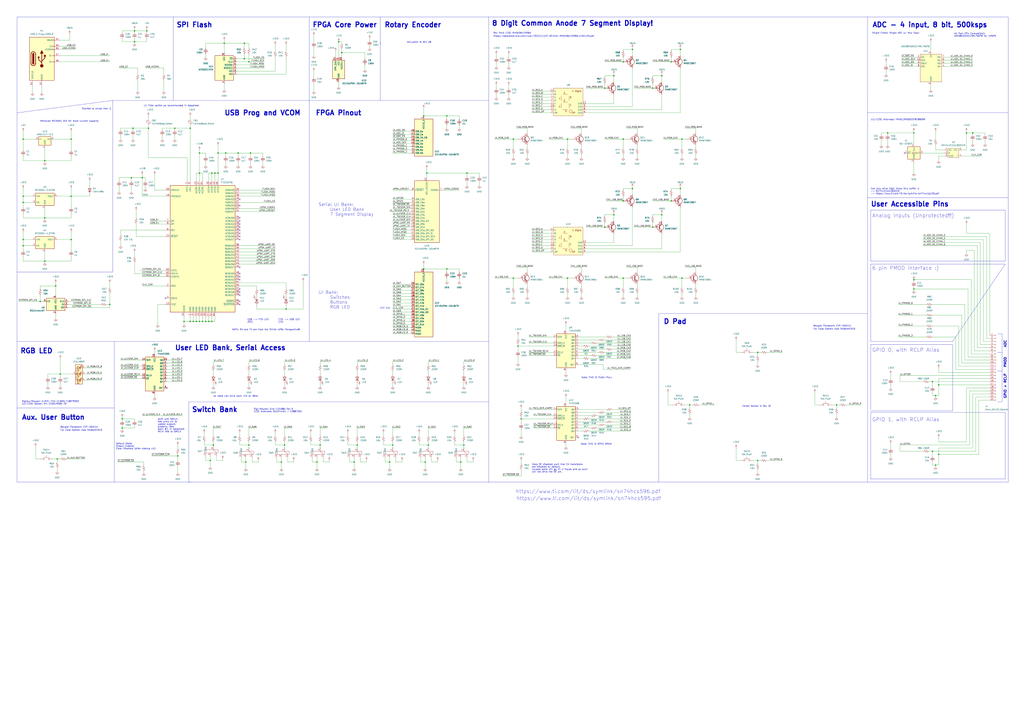
<source format=kicad_sch>
(kicad_sch (version 20230121) (generator eeschema)
  (paper "A1")
  (title_block (title "ProgrammaGull Sandpiper") (date "10/31/2023") (rev "0.0.1") (company "Joseph A. De Vico"))
  (junction (at 543.56 62.23))
  (junction (at 496.57 72.39))
  (junction (at 231.14 379.73))
  (junction (at 19.05 196.85))
  (junction (at 750.57 237.49))
  (junction (at 770.89 316.23))
  (junction (at 121.92 105.41))
  (junction (at 19.05 161.29))
  (junction (at 36.83 179.07))
  (junction (at 367.03 220.98))
  (junction (at 146.05 374.65))
  (junction (at 768.35 325.12))
  (junction (at 427.99 344.17))
  (junction (at 535.94 72.39))
  (junction (at 750.57 229.87))
  (junction (at 36.83 214.63))
  (junction (at 166.37 264.16))
  (junction (at 566.42 332.74))
  (junction (at 768.35 382.27))
  (junction (at 551.18 165.1))
  (junction (at 504.19 176.53))
  (junction (at 163.83 125.73))
  (junction (at 173.99 264.16))
  (junction (at 511.81 114.3))
  (junction (at 320.04 379.73))
  (junction (at 110.49 34.29))
  (junction (at 19.05 201.93))
  (junction (at 100.33 344.17))
  (junction (at 205.74 125.73))
  (junction (at 143.51 105.41))
  (junction (at 204.47 50.8))
  (junction (at 195.58 125.73))
  (junction (at 184.15 35.56))
  (junction (at 290.83 379.73))
  (junction (at 519.43 40.64))
  (junction (at 262.89 365.76))
  (junction (at 511.81 228.6))
  (junction (at 421.64 114.3))
  (junction (at 116.84 146.05))
  (junction (at 350.52 142.24))
  (junction (at 172.72 378.46))
  (junction (at 278.13 34.29))
  (junction (at 168.91 264.16))
  (junction (at 100.33 351.79))
  (junction (at 349.25 379.73))
  (junction (at 107.95 146.05))
  (junction (at 109.22 105.41))
  (junction (at 421.64 228.6))
  (junction (at 260.35 379.73))
  (junction (at 322.58 365.76))
  (junction (at 163.83 142.24))
  (junction (at 425.45 284.48))
  (junction (at 179.07 142.24))
  (junction (at 728.98 109.22))
  (junction (at 293.37 365.76))
  (junction (at 560.07 228.6))
  (junction (at 158.75 264.16))
  (junction (at 765.81 370.84))
  (junction (at 793.75 109.22))
  (junction (at 622.3 378.46))
  (junction (at 161.29 264.16))
  (junction (at 519.43 154.94))
  (junction (at 280.67 43.18))
  (junction (at 173.99 142.24))
  (junction (at 560.07 114.3))
  (junction (at 120.65 25.4))
  (junction (at 175.26 365.76))
  (junction (at 551.18 50.8))
  (junction (at 504.19 62.23))
  (junction (at 151.13 264.16))
  (junction (at 558.8 154.94))
  (junction (at 200.66 48.26))
  (junction (at 543.56 176.53))
  (junction (at 511.81 165.1))
  (junction (at 156.21 105.41))
  (junction (at 19.05 166.37))
  (junction (at 204.47 365.76))
  (junction (at 347.98 220.98))
  (junction (at 535.94 186.69))
  (junction (at 750.57 109.22))
  (junction (at 200.66 35.56))
  (junction (at 110.49 25.4))
  (junction (at 798.83 109.22))
  (junction (at 179.07 125.73))
  (junction (at 234.95 254))
  (junction (at 351.79 365.76))
  (junction (at 496.57 186.69))
  (junction (at 466.09 114.3))
  (junction (at 347.98 95.25))
  (junction (at 156.21 264.16))
  (junction (at 58.42 196.85))
  (junction (at 171.45 264.16))
  (junction (at 49.53 307.34))
  (junction (at 176.53 142.24))
  (junction (at 765.81 313.69))
  (junction (at 770.89 373.38))
  (junction (at 33.02 247.65))
  (junction (at 90.17 250.19))
  (junction (at 36.83 132.08))
  (junction (at 58.42 161.29))
  (junction (at 687.07 332.74))
  (junction (at 367.03 95.25))
  (junction (at 466.09 228.6))
  (junction (at 381 365.76))
  (junction (at 233.68 365.76))
  (junction (at 558.8 40.64))
  (junction (at 185.42 125.73))
  (junction (at 511.81 50.8))
  (junction (at 378.46 379.73))
  (junction (at 45.72 234.95))
  (junction (at 46.99 377.19))
  (junction (at 201.93 379.73))
  (junction (at 622.3 289.56))
  (junction (at 19.05 114.3))
  (junction (at 58.42 114.3))
  (junction (at 163.83 264.16))
  (junction (at 383.54 142.24))
  (no_connect (at 196.85 247.65))
  (no_connect (at 196.85 240.03))
  (no_connect (at 196.85 237.49))
  (no_connect (at 474.98 359.41))
  (no_connect (at 196.85 227.33))
  (no_connect (at 196.85 224.79))
  (no_connect (at 196.85 179.07))
  (no_connect (at 196.85 191.77))
  (no_connect (at 196.85 168.91))
  (no_connect (at 196.85 186.69))
  (no_connect (at 196.85 242.57))
  (no_connect (at 137.16 318.77))
  (no_connect (at 196.85 229.87))
  (no_connect (at 196.85 196.85))
  (no_connect (at 196.85 189.23))
  (no_connect (at 196.85 194.31))
  (no_connect (at 196.85 184.15))
  (no_connect (at 196.85 181.61))
  (no_connect (at 196.85 250.19))
  (no_connect (at 135.89 245.11))
  (no_connect (at 742.95 125.73))
  (no_connect (at 196.85 219.71))
  (no_connect (at 196.85 163.83))
  (wire (pts (xy 775.97 54.61) (xy 798.83 54.61)))
  (wire (pts (xy 477.52 241.3) (xy 477.52 243.84)))
  (wire (pts (xy 477.52 219.71) (xy 477.52 223.52)))
  (wire (pts (xy 116.84 341.63) (xy 149.86 341.63)))
  (wire (pts (xy 417.83 69.85) (xy 417.83 72.39)))
  (wire (pts (xy 427.99 378.46) (xy 427.99 381)))
  (wire (pts (xy 322.58 168.91) (xy 337.82 168.91)))
  (wire (pts (xy 523.24 105.41) (xy 523.24 109.22)))
  (wire (pts (xy 137.16 303.53) (xy 149.86 303.53)))
  (wire (pts (xy 196.85 212.09) (xy 226.06 212.09)))
  (wire (pts (xy 775.97 46.99) (xy 798.83 46.99)))
  (wire (pts (xy 758.19 194.31) (xy 810.26 194.31)))
  (wire (pts (xy 33.02 247.65) (xy 35.56 247.65)))
  (wire (pts (xy 257.81 29.21) (xy 257.81 34.29)))
  (wire (pts (xy 344.17 365.76) (xy 351.79 365.76)))
  (polyline (pts (xy 312.42 82.55) (xy 401.32 82.55)))
  (wire (pts (xy 770.89 306.07) (xy 812.8 306.07)))
  (wire (pts (xy 55.88 252.73) (xy 90.17 252.73)))
  (wire (pts (xy 331.47 297.18) (xy 322.58 297.18)))
  (wire (pts (xy 496.57 349.25) (xy 518.16 349.25)))
  (wire (pts (xy 210.82 251.46) (xy 210.82 254)))
  (wire (pts (xy 168.91 133.35) (xy 168.91 135.89)))
  (wire (pts (xy 466.09 114.3) (xy 466.09 121.92)))
  (wire (pts (xy 535.94 62.23) (xy 535.94 63.5)))
  (wire (pts (xy 173.99 142.24) (xy 173.99 148.59)))
  (wire (pts (xy 146.05 373.38) (xy 146.05 374.65)))
  (wire (pts (xy 359.41 378.46) (xy 359.41 379.73)))
  (wire (pts (xy 176.53 142.24) (xy 176.53 148.59)))
  (wire (pts (xy 483.87 344.17) (xy 518.16 344.17)))
  (wire (pts (xy 436.88 85.09) (xy 452.12 85.09)))
  (wire (pts (xy 19.05 114.3) (xy 19.05 123.19)))
  (wire (pts (xy 535.94 182.88) (xy 535.94 186.69)))
  (polyline (pts (xy 825.5 393.7) (xy 825.5 339.09)))
  (wire (pts (xy 737.87 276.86) (xy 760.73 276.86)))
  (wire (pts (xy 210.82 234.95) (xy 210.82 237.49)))
  (wire (pts (xy 36.83 207.01) (xy 36.83 214.63)))
  (wire (pts (xy 184.15 35.56) (xy 184.15 43.18)))
  (wire (pts (xy 354.33 375.92) (xy 354.33 379.73)))
  (wire (pts (xy 161.29 264.16) (xy 161.29 260.35)))
  (wire (pts (xy 255.27 363.22) (xy 255.27 365.76)))
  (wire (pts (xy 19.05 128.27) (xy 19.05 132.08)))
  (wire (pts (xy 805.18 283.21) (xy 812.8 283.21)))
  (wire (pts (xy 389.89 297.18) (xy 381 297.18)))
  (wire (pts (xy 770.89 311.15) (xy 812.8 311.15)))
  (wire (pts (xy 200.66 35.56) (xy 200.66 39.37)))
  (wire (pts (xy 204.47 297.18) (xy 204.47 299.72)))
  (wire (pts (xy 731.52 364.49) (xy 731.52 368.3)))
  (wire (pts (xy 466.09 228.6) (xy 466.09 236.22)))
  (polyline (pts (xy 13.97 335.28) (xy 93.98 335.28)))
  (wire (pts (xy 97.79 146.05) (xy 97.79 148.59)))
  (wire (pts (xy 196.85 363.22) (xy 196.85 365.76)))
  (wire (pts (xy 800.1 288.29) (xy 812.8 288.29)))
  (polyline (pts (xy 715.01 283.21) (xy 715.01 336.55)))
  (wire (pts (xy 728.98 115.57) (xy 728.98 119.38)))
  (wire (pts (xy 156.21 264.16) (xy 156.21 260.35)))
  (wire (pts (xy 490.22 341.63) (xy 518.16 341.63)))
  (wire (pts (xy 322.58 113.03) (xy 337.82 113.03)))
  (polyline (pts (xy 401.32 396.24) (xy 401.32 396.24)))
  (wire (pts (xy 543.56 175.26) (xy 543.56 176.53)))
  (wire (pts (xy 801.37 370.84) (xy 801.37 326.39)))
  (wire (pts (xy 810.26 278.13) (xy 812.8 278.13)))
  (wire (pts (xy 137.16 306.07) (xy 149.86 306.07)))
  (wire (pts (xy 210.82 242.57) (xy 210.82 243.84)))
  (wire (pts (xy 558.8 170.18) (xy 558.8 207.01)))
  (wire (pts (xy 58.42 154.94) (xy 58.42 161.29)))
  (wire (pts (xy 110.49 34.29) (xy 120.65 34.29)))
  (polyline (pts (xy 825.5 339.09) (xy 715.01 339.09)))
  (wire (pts (xy 571.5 127) (xy 571.5 129.54)))
  (wire (pts (xy 212.09 378.46) (xy 212.09 379.73)))
  (wire (pts (xy 129.54 266.7) (xy 129.54 250.19)))
  (wire (pts (xy 163.83 125.73) (xy 168.91 125.73)))
  (wire (pts (xy 551.18 161.29) (xy 551.18 165.1)))
  (wire (pts (xy 481.33 90.17) (xy 543.56 90.17)))
  (wire (pts (xy 523.24 119.38) (xy 523.24 121.92)))
  (wire (pts (xy 205.74 125.73) (xy 205.74 128.27)))
  (wire (pts (xy 740.41 46.99) (xy 753.11 46.99)))
  (wire (pts (xy 434.34 336.55) (xy 454.66 336.55)))
  (wire (pts (xy 322.58 246.38) (xy 337.82 246.38)))
  (wire (pts (xy 367.03 223.52) (xy 367.03 220.98)))
  (wire (pts (xy 474.98 287.02) (xy 497.84 287.02)))
  (wire (pts (xy 496.57 68.58) (xy 496.57 72.39)))
  (wire (pts (xy 179.07 125.73) (xy 179.07 142.24)))
  (wire (pts (xy 166.37 142.24) (xy 163.83 142.24)))
  (wire (pts (xy 176.53 142.24) (xy 173.99 142.24)))
  (wire (pts (xy 260.35 379.73) (xy 260.35 384.81)))
  (wire (pts (xy 758.19 201.93) (xy 802.64 201.93)))
  (wire (pts (xy 303.53 31.75) (xy 303.53 33.02)))
  (wire (pts (xy 474.98 336.55) (xy 497.84 336.55)))
  (wire (pts (xy 560.07 127) (xy 560.07 129.54)))
  (wire (pts (xy 474.98 354.33) (xy 478.79 354.33)))
  (wire (pts (xy 242.57 297.18) (xy 233.68 297.18)))
  (wire (pts (xy 535.94 176.53) (xy 535.94 177.8)))
  (polyline (pts (xy 819.15 330.2) (xy 822.96 330.2)))
  (wire (pts (xy 300.99 379.73) (xy 295.91 379.73)))
  (wire (pts (xy 121.92 105.41) (xy 109.22 105.41)))
  (wire (pts (xy 270.51 378.46) (xy 270.51 379.73)))
  (wire (pts (xy 770.89 132.08) (xy 770.89 128.27)))
  (wire (pts (xy 119.38 148.59) (xy 119.38 146.05)))
  (wire (pts (xy 55.88 247.65) (xy 74.93 247.65)))
  (wire (pts (xy 474.98 294.64) (xy 478.79 294.64)))
  (wire (pts (xy 504.19 62.23) (xy 496.57 62.23)))
  (wire (pts (xy 195.58 133.35) (xy 195.58 135.89)))
  (polyline (pts (xy 13.97 280.67) (xy 13.97 335.28)))
  (wire (pts (xy 262.89 365.76) (xy 262.89 368.3)))
  (wire (pts (xy 36.83 171.45) (xy 36.83 179.07)))
  (wire (pts (xy 810.26 278.13) (xy 810.26 194.31)))
  (wire (pts (xy 436.88 87.63) (xy 452.12 87.63)))
  (wire (pts (xy 15.24 247.65) (xy 33.02 247.65)))
  (wire (pts (xy 227.33 379.73) (xy 227.33 375.92)))
  (wire (pts (xy 629.92 378.46) (xy 642.62 378.46)))
  (wire (pts (xy 196.85 173.99) (xy 226.06 173.99)))
  (wire (pts (xy 127 288.29) (xy 127 290.83)))
  (wire (pts (xy 36.83 179.07) (xy 36.83 180.34)))
  (wire (pts (xy 812.8 191.77) (xy 812.8 275.59)))
  (wire (pts (xy 322.58 363.22) (xy 322.58 365.76)))
  (wire (pts (xy 474.98 346.71) (xy 497.84 346.71)))
  (wire (pts (xy 194.31 48.26) (xy 200.66 48.26)))
  (wire (pts (xy 466.09 228.6) (xy 469.9 228.6)))
  (wire (pts (xy 789.94 298.45) (xy 789.94 259.08)))
  (wire (pts (xy 477.52 105.41) (xy 477.52 109.22)))
  (wire (pts (xy 481.33 201.93) (xy 519.43 201.93)))
  (wire (pts (xy 226.06 355.6) (xy 226.06 358.14)))
  (wire (pts (xy 58.42 107.95) (xy 58.42 114.3)))
  (wire (pts (xy 196.85 214.63) (xy 226.06 214.63)))
  (polyline (pts (xy 392.43 280.67) (xy 401.32 280.67)))
  (wire (pts (xy 121.92 102.87) (xy 121.92 105.41)))
  (wire (pts (xy 196.85 171.45) (xy 226.06 171.45)))
  (wire (pts (xy 436.88 90.17) (xy 452.12 90.17)))
  (wire (pts (xy 19.05 132.08) (xy 36.83 132.08)))
  (wire (pts (xy 100.33 25.4) (xy 110.49 25.4)))
  (wire (pts (xy 195.58 125.73) (xy 205.74 125.73)))
  (wire (pts (xy 571.5 119.38) (xy 571.5 121.92)))
  (wire (pts (xy 322.58 107.95) (xy 337.82 107.95)))
  (wire (pts (xy 345.44 379.73) (xy 345.44 375.92)))
  (wire (pts (xy 801.37 326.39) (xy 812.8 326.39)))
  (wire (pts (xy 519.43 40.64) (xy 519.43 45.72)))
  (wire (pts (xy 116.84 227.33) (xy 135.89 227.33)))
  (wire (pts (xy 137.16 300.99) (xy 149.86 300.99)))
  (wire (pts (xy 765.81 313.69) (xy 765.81 317.5)))
  (wire (pts (xy 204.47 39.37) (xy 204.47 35.56)))
  (wire (pts (xy 45.72 234.95) (xy 45.72 242.57)))
  (wire (pts (xy 99.06 111.76) (xy 99.06 114.3)))
  (wire (pts (xy 798.83 368.3) (xy 798.83 323.85)))
  (wire (pts (xy 388.62 378.46) (xy 388.62 379.73)))
  (wire (pts (xy 750.57 237.49) (xy 750.57 238.76)))
  (wire (pts (xy 425.45 275.59) (xy 425.45 278.13)))
  (wire (pts (xy 558.8 154.94) (xy 551.18 154.94)))
  (wire (pts (xy 200.66 48.26) (xy 217.17 48.26)))
  (wire (pts (xy 723.9 109.22) (xy 723.9 110.49)))
  (wire (pts (xy 198.12 379.73) (xy 198.12 375.92)))
  (wire (pts (xy 113.03 55.88) (xy 97.79 55.88)))
  (wire (pts (xy 468.63 105.41) (xy 477.52 105.41)))
  (wire (pts (xy 196.85 232.41) (xy 234.95 232.41)))
  (wire (pts (xy 19.05 196.85) (xy 19.05 201.93)))
  (wire (pts (xy 787.4 267.97) (xy 787.4 300.99)))
  (wire (pts (xy 758.19 313.69) (xy 739.14 313.69)))
  (wire (pts (xy 381 351.79) (xy 381 358.14)))
  (wire (pts (xy 205.74 125.73) (xy 215.9 125.73)))
  (wire (pts (xy 175.26 314.96) (xy 175.26 317.5)))
  (wire (pts (xy 19.05 114.3) (xy 29.21 114.3)))
  (polyline (pts (xy 392.43 330.2) (xy 401.32 330.2)))
  (wire (pts (xy 768.35 326.39) (xy 768.35 325.12)))
  (wire (pts (xy 205.74 133.35) (xy 205.74 135.89)))
  (wire (pts (xy 322.58 123.19) (xy 337.82 123.19)))
  (wire (pts (xy 351.79 363.22) (xy 351.79 365.76)))
  (wire (pts (xy 107.95 146.05) (xy 107.95 148.59)))
  (wire (pts (xy 109.22 111.76) (xy 109.22 114.3)))
  (wire (pts (xy 322.58 243.84) (xy 337.82 243.84)))
  (wire (pts (xy 351.79 351.79) (xy 351.79 358.14)))
  (wire (pts (xy 201.93 379.73) (xy 201.93 384.81)))
  (wire (pts (xy 299.72 53.34) (xy 299.72 57.15)))
  (wire (pts (xy 173.99 142.24) (xy 171.45 142.24)))
  (wire (pts (xy 434.34 289.56) (xy 454.66 289.56)))
  (wire (pts (xy 19.05 210.82) (xy 19.05 214.63)))
  (wire (pts (xy 163.83 125.73) (xy 163.83 142.24)))
  (wire (pts (xy 196.85 207.01) (xy 226.06 207.01)))
  (wire (pts (xy 185.42 128.27) (xy 185.42 125.73)))
  (wire (pts (xy 168.91 44.45) (xy 168.91 46.99)))
  (wire (pts (xy 807.72 280.67) (xy 812.8 280.67)))
  (wire (pts (xy 29.21 367.03) (xy 29.21 377.19)))
  (wire (pts (xy 36.83 132.08) (xy 36.83 133.35)))
  (wire (pts (xy 798.83 115.57) (xy 798.83 118.11)))
  (wire (pts (xy 241.3 379.73) (xy 236.22 379.73)))
  (polyline (pts (xy 254 280.67) (xy 254 82.55)))
  (wire (pts (xy 213.36 297.18) (xy 204.47 297.18)))
  (polyline (pts (xy 712.47 162.56) (xy 828.04 162.56)))
  (wire (pts (xy 417.83 77.47) (xy 417.83 80.01)))
  (wire (pts (xy 796.29 321.31) (xy 812.8 321.31)))
  (polyline (pts (xy 154.94 330.2) (xy 392.43 330.2)))
  (wire (pts (xy 114.3 222.25) (xy 135.89 222.25)))
  (polyline (pts (xy 401.32 396.24) (xy 401.32 256.54)))
  (wire (pts (xy 262.89 351.79) (xy 269.24 351.79)))
  (wire (pts (xy 436.88 82.55) (xy 452.12 82.55)))
  (polyline (pts (xy 13.97 396.24) (xy 93.98 396.24)))
  (wire (pts (xy 161.29 142.24) (xy 161.29 148.59)))
  (polyline (pts (xy 819.15 289.56) (xy 822.96 289.56)))
  (polyline (pts (xy 828.04 13.97) (xy 828.04 92.71)))
  (wire (pts (xy 184.15 33.02) (xy 184.15 35.56)))
  (wire (pts (xy 765.81 382.27) (xy 765.81 379.73)))
  (wire (pts (xy 49.53 294.64) (xy 49.53 307.34)))
  (wire (pts (xy 194.31 55.88) (xy 217.17 55.88)))
  (wire (pts (xy 57.15 33.02) (xy 49.53 33.02)))
  (wire (pts (xy 566.42 342.9) (xy 566.42 340.36)))
  (wire (pts (xy 293.37 297.18) (xy 293.37 299.72)))
  (wire (pts (xy 201.93 375.92) (xy 201.93 379.73)))
  (wire (pts (xy 19.05 161.29) (xy 19.05 166.37)))
  (wire (pts (xy 322.58 254) (xy 337.82 254)))
  (wire (pts (xy 36.83 121.92) (xy 36.83 132.08)))
  (wire (pts (xy 204.47 35.56) (xy 200.66 35.56)))
  (wire (pts (xy 350.52 142.24) (xy 350.52 146.05)))
  (polyline (pts (xy 401.32 396.24) (xy 541.02 396.24)))
  (wire (pts (xy 100.33 342.9) (xy 100.33 344.17)))
  (wire (pts (xy 173.99 264.16) (xy 176.53 264.16)))
  (wire (pts (xy 262.89 304.8) (xy 262.89 307.34)))
  (wire (pts (xy 511.81 46.99) (xy 511.81 50.8)))
  (polyline (pts (xy 312.42 34.29) (xy 312.42 82.55)))
  (wire (pts (xy 168.91 378.46) (xy 168.91 374.65)))
  (wire (pts (xy 421.64 228.6) (xy 425.45 228.6)))
  (wire (pts (xy 558.8 40.64) (xy 558.8 45.72)))
  (wire (pts (xy 464.82 266.7) (xy 464.82 271.78)))
  (wire (pts (xy 233.68 363.22) (xy 233.68 365.76)))
  (wire (pts (xy 322.58 196.85) (xy 337.82 196.85)))
  (wire (pts (xy 421.64 127) (xy 421.64 129.54)))
  (wire (pts (xy 143.51 111.76) (xy 143.51 114.3)))
  (polyline (pts (xy 712.47 13.97) (xy 828.04 13.97)))
  (wire (pts (xy 808.99 110.49) (xy 808.99 109.22)))
  (wire (pts (xy 322.58 189.23) (xy 337.82 189.23)))
  (wire (pts (xy 367.03 97.79) (xy 367.03 95.25)))
  (wire (pts (xy 421.64 241.3) (xy 421.64 243.84)))
  (wire (pts (xy 44.45 114.3) (xy 58.42 114.3)))
  (wire (pts (xy 803.91 328.93) (xy 812.8 328.93)))
  (wire (pts (xy 129.54 250.19) (xy 135.89 250.19)))
  (wire (pts (xy 45.72 232.41) (xy 45.72 234.95)))
  (wire (pts (xy 168.91 39.37) (xy 168.91 35.56)))
  (wire (pts (xy 90.17 232.41) (xy 90.17 236.22)))
  (wire (pts (xy 425.45 283.21) (xy 425.45 284.48)))
  (wire (pts (xy 248.92 254) (xy 234.95 254)))
  (polyline (pts (xy 715.01 393.7) (xy 825.5 393.7)))
  (wire (pts (xy 800.1 288.29) (xy 800.1 205.74)))
  (wire (pts (xy 436.88 189.23) (xy 452.12 189.23)))
  (polyline (pts (xy 782.32 280.67) (xy 825.5 217.17)))
  (polyline (pts (xy 822.96 289.56) (xy 822.96 274.32)))
  (wire (pts (xy 514.35 219.71) (xy 523.24 219.71)))
  (wire (pts (xy 450.85 114.3) (xy 466.09 114.3)))
  (wire (pts (xy 495.3 303.53) (xy 518.16 303.53)))
  (wire (pts (xy 775.97 49.53) (xy 798.83 49.53)))
  (wire (pts (xy 271.78 297.18) (xy 262.89 297.18)))
  (wire (pts (xy 504.19 199.39) (xy 504.19 191.77)))
  (wire (pts (xy 175.26 351.79) (xy 181.61 351.79)))
  (wire (pts (xy 739.14 370.84) (xy 739.14 365.76)))
  (wire (pts (xy 421.64 114.3) (xy 421.64 121.92)))
  (wire (pts (xy 793.75 123.19) (xy 789.94 123.19)))
  (wire (pts (xy 45.72 257.81) (xy 45.72 261.62)))
  (wire (pts (xy 511.81 127) (xy 511.81 129.54)))
  (wire (pts (xy 381 351.79) (xy 387.35 351.79)))
  (wire (pts (xy 560.07 114.3) (xy 563.88 114.3)))
  (wire (pts (xy 750.57 133.35) (xy 750.57 142.24)))
  (wire (pts (xy 137.16 311.15) (xy 149.86 311.15)))
  (wire (pts (xy 156.21 105.41) (xy 143.51 105.41)))
  (wire (pts (xy 436.88 194.31) (xy 452.12 194.31)))
  (wire (pts (xy 322.58 125.73) (xy 337.82 125.73)))
  (wire (pts (xy 622.3 299.72) (xy 622.3 297.18)))
  (wire (pts (xy 433.07 127) (xy 433.07 129.54)))
  (wire (pts (xy 728.98 109.22) (xy 750.57 109.22)))
  (wire (pts (xy 118.11 382.27) (xy 118.11 379.73)))
  (wire (pts (xy 233.68 314.96) (xy 233.68 317.5)))
  (wire (pts (xy 350.52 142.24) (xy 383.54 142.24)))
  (polyline (pts (xy 392.43 396.24) (xy 142.24 396.24)))
  (wire (pts (xy 571.5 241.3) (xy 571.5 243.84)))
  (wire (pts (xy 792.48 250.19) (xy 792.48 295.91)))
  (wire (pts (xy 474.98 289.56) (xy 491.49 289.56)))
  (wire (pts (xy 322.58 241.3) (xy 337.82 241.3)))
  (wire (pts (xy 383.54 375.92) (xy 383.54 379.73)))
  (wire (pts (xy 173.99 264.16) (xy 173.99 260.35)))
  (wire (pts (xy 58.42 123.19) (xy 58.42 114.3)))
  (wire (pts (xy 504.19 60.96) (xy 504.19 62.23)))
  (wire (pts (xy 322.58 156.21) (xy 337.82 156.21)))
  (wire (pts (xy 543.56 62.23) (xy 543.56 67.31)))
  (wire (pts (xy 433.07 119.38) (xy 433.07 121.92)))
  (wire (pts (xy 496.57 289.56) (xy 518.16 289.56)))
  (wire (pts (xy 373.38 365.76) (xy 381 365.76)))
  (wire (pts (xy 765.81 267.97) (xy 787.4 267.97)))
  (wire (pts (xy 111.76 194.31) (xy 135.89 194.31)))
  (wire (pts (xy 90.17 250.19) (xy 90.17 252.73)))
  (polyline (pts (xy 154.94 330.2) (xy 154.94 396.24)))
  (wire (pts (xy 802.64 201.93) (xy 802.64 285.75)))
  (wire (pts (xy 770.89 316.23) (xy 812.8 316.23)))
  (wire (pts (xy 765.81 370.84) (xy 765.81 374.65)))
  (wire (pts (xy 768.35 325.12) (xy 765.81 325.12)))
  (wire (pts (xy 256.54 379.73) (xy 256.54 375.92)))
  (wire (pts (xy 474.98 341.63) (xy 485.14 341.63)))
  (wire (pts (xy 731.52 373.38) (xy 731.52 375.92)))
  (wire (pts (xy 436.88 74.93) (xy 452.12 74.93)))
  (wire (pts (xy 504.19 62.23) (xy 504.19 67.31)))
  (wire (pts (xy 406.4 228.6) (xy 421.64 228.6)))
  (wire (pts (xy 560.07 241.3) (xy 560.07 243.84)))
  (wire (pts (xy 325.12 375.92) (xy 325.12 379.73)))
  (wire (pts (xy 768.35 382.27) (xy 765.81 382.27)))
  (wire (pts (xy 127 323.85) (xy 127 326.39)))
  (wire (pts (xy 151.13 264.16) (xy 151.13 266.7)))
  (wire (pts (xy 758.19 125.73) (xy 775.97 125.73)))
  (wire (pts (xy 322.58 264.16) (xy 337.82 264.16)))
  (wire (pts (xy 46.99 377.19) (xy 49.53 377.19)))
  (wire (pts (xy 792.48 295.91) (xy 812.8 295.91)))
  (wire (pts (xy 560.07 228.6) (xy 563.88 228.6)))
  (wire (pts (xy 434.34 276.86) (xy 454.66 276.86)))
  (wire (pts (xy 113.03 66.04) (xy 113.03 74.93)))
  (wire (pts (xy 474.98 299.72) (xy 495.3 299.72)))
  (wire (pts (xy 798.83 109.22) (xy 798.83 110.49)))
  (wire (pts (xy 543.56 62.23) (xy 535.94 62.23)))
  (wire (pts (xy 763.27 313.69) (xy 765.81 313.69)))
  (polyline (pts (xy 93.98 396.24) (xy 142.24 396.24)))
  (wire (pts (xy 107.95 153.67) (xy 107.95 157.48)))
  (wire (pts (xy 123.19 181.61) (xy 135.89 181.61)))
  (wire (pts (xy 770.89 302.26) (xy 770.89 306.07)))
  (wire (pts (xy 177.8 374.65) (xy 177.8 378.46)))
  (polyline (pts (xy 828.04 396.24) (xy 712.47 396.24)))
  (wire (pts (xy 347.98 217.17) (xy 347.98 220.98)))
  (wire (pts (xy 433.07 105.41) (xy 433.07 109.22)))
  (polyline (pts (xy 825.5 217.17) (xy 715.01 217.17)))
  (wire (pts (xy 231.14 375.92) (xy 231.14 379.73)))
  (wire (pts (xy 166.37 264.16) (xy 166.37 260.35)))
  (wire (pts (xy 436.88 207.01) (xy 452.12 207.01)))
  (wire (pts (xy 134.62 55.88) (xy 119.38 55.88)))
  (wire (pts (xy 351.79 314.96) (xy 351.79 317.5)))
  (wire (pts (xy 204.47 363.22) (xy 204.47 365.76)))
  (wire (pts (xy 322.58 163.83) (xy 337.82 163.83)))
  (wire (pts (xy 622.3 378.46) (xy 624.84 378.46)))
  (wire (pts (xy 543.56 176.53) (xy 543.56 181.61)))
  (wire (pts (xy 118.11 387.35) (xy 118.11 388.62)))
  (wire (pts (xy 233.68 297.18) (xy 233.68 299.72)))
  (wire (pts (xy 107.95 146.05) (xy 116.84 146.05)))
  (wire (pts (xy 175.26 351.79) (xy 175.26 358.14)))
  (wire (pts (xy 300.99 378.46) (xy 300.99 379.73)))
  (wire (pts (xy 133.35 111.76) (xy 133.35 114.3)))
  (wire (pts (xy 196.85 209.55) (xy 226.06 209.55)))
  (wire (pts (xy 322.58 271.78) (xy 337.82 271.78)))
  (wire (pts (xy 765.81 250.19) (xy 792.48 250.19)))
  (wire (pts (xy 739.14 308.61) (xy 812.8 308.61)))
  (wire (pts (xy 464.82 326.39) (xy 464.82 331.47)))
  (polyline (pts (xy 715.01 172.72) (xy 825.5 172.72)))
  (wire (pts (xy 55.88 250.19) (xy 82.55 250.19)))
  (wire (pts (xy 739.14 313.69) (xy 739.14 308.61)))
  (polyline (pts (xy 401.32 13.97) (xy 712.47 13.97)))
  (wire (pts (xy 477.52 233.68) (xy 477.52 236.22)))
  (wire (pts (xy 285.75 363.22) (xy 285.75 365.76)))
  (wire (pts (xy 351.79 351.79) (xy 358.14 351.79)))
  (wire (pts (xy 558.8 39.37) (xy 558.8 40.64)))
  (wire (pts (xy 425.45 284.48) (xy 425.45 288.29)))
  (wire (pts (xy 195.58 125.73) (xy 195.58 128.27)))
  (wire (pts (xy 110.49 25.4) (xy 110.49 24.13)))
  (wire (pts (xy 795.02 237.49) (xy 750.57 237.49)))
  (wire (pts (xy 793.75 191.77) (xy 812.8 191.77)))
  (wire (pts (xy 504.19 176.53) (xy 496.57 176.53)))
  (wire (pts (xy 481.33 87.63) (xy 519.43 87.63)))
  (polyline (pts (xy 13.97 223.52) (xy 13.97 280.67)))
  (wire (pts (xy 293.37 314.96) (xy 293.37 317.5)))
  (wire (pts (xy 175.26 304.8) (xy 175.26 307.34)))
  (wire (pts (xy 163.83 264.16) (xy 163.83 260.35)))
  (wire (pts (xy 407.67 46.99) (xy 407.67 44.45)))
  (wire (pts (xy 116.84 143.51) (xy 116.84 146.05)))
  (wire (pts (xy 320.04 375.92) (xy 320.04 379.73)))
  (wire (pts (xy 723.9 115.57) (xy 723.9 119.38)))
  (wire (pts (xy 119.38 146.05) (xy 116.84 146.05)))
  (wire (pts (xy 622.3 289.56) (xy 624.84 289.56)))
  (wire (pts (xy 109.22 105.41) (xy 109.22 106.68)))
  (wire (pts (xy 807.72 196.85) (xy 807.72 280.67)))
  (wire (pts (xy 299.72 48.26) (xy 299.72 43.18)))
  (polyline (pts (xy 13.97 335.28) (xy 13.97 396.24)))
  (wire (pts (xy 322.58 269.24) (xy 337.82 269.24)))
  (wire (pts (xy 344.17 363.22) (xy 344.17 365.76)))
  (wire (pts (xy 134.62 60.96) (xy 134.62 55.88)))
  (wire (pts (xy 322.58 251.46) (xy 337.82 251.46)))
  (wire (pts (xy 793.75 205.74) (xy 800.1 205.74)))
  (wire (pts (xy 381 314.96) (xy 381 317.5)))
  (polyline (pts (xy 828.04 92.71) (xy 828.04 396.24)))
  (wire (pts (xy 436.88 199.39) (xy 452.12 199.39)))
  (wire (pts (xy 373.38 355.6) (xy 373.38 358.14)))
  (wire (pts (xy 347.98 88.9) (xy 347.98 95.25)))
  (polyline (pts (xy 312.42 13.97) (xy 312.42 36.83)))
  (wire (pts (xy 100.33 344.17) (xy 100.33 345.44)))
  (wire (pts (xy 436.88 77.47) (xy 452.12 77.47)))
  (wire (pts (xy 770.89 316.23) (xy 770.89 325.12)))
  (wire (pts (xy 26.67 71.12) (xy 26.67 76.2)))
  (wire (pts (xy 255.27 365.76) (xy 262.89 365.76)))
  (wire (pts (xy 322.58 194.31) (xy 337.82 194.31)))
  (wire (pts (xy 262.89 351.79) (xy 262.89 358.14)))
  (wire (pts (xy 466.09 127) (xy 466.09 129.54)))
  (wire (pts (xy 127 156.21) (xy 135.89 156.21)))
  (wire (pts (xy 687.07 332.74) (xy 683.26 332.74)))
  (wire (pts (xy 100.33 26.67) (xy 100.33 25.4)))
  (wire (pts (xy 784.86 303.53) (xy 784.86 276.86)))
  (wire (pts (xy 571.5 105.41) (xy 571.5 109.22)))
  (wire (pts (xy 204.47 304.8) (xy 204.47 307.34)))
  (wire (pts (xy 797.56 229.87) (xy 797.56 290.83)))
  (wire (pts (xy 474.98 281.94) (xy 485.14 281.94)))
  (wire (pts (xy 483.87 354.33) (xy 518.16 354.33)))
  (wire (pts (xy 255.27 355.6) (xy 255.27 358.14)))
  (wire (pts (xy 322.58 351.79) (xy 322.58 358.14)))
  (wire (pts (xy 19.05 166.37) (xy 26.67 166.37)))
  (wire (pts (xy 350.52 138.43) (xy 350.52 142.24)))
  (wire (pts (xy 770.89 359.41) (xy 770.89 363.22)))
  (wire (pts (xy 765.81 276.86) (xy 784.86 276.86)))
  (wire (pts (xy 290.83 379.73) (xy 290.83 384.81)))
  (wire (pts (xy 322.58 297.18) (xy 322.58 299.72)))
  (polyline (pts (xy 254 82.55) (xy 142.24 82.55)))
  (wire (pts (xy 388.62 379.73) (xy 383.54 379.73)))
  (wire (pts (xy 797.56 290.83) (xy 812.8 290.83)))
  (wire (pts (xy 33.02 234.95) (xy 45.72 234.95)))
  (wire (pts (xy 322.58 304.8) (xy 322.58 307.34)))
  (wire (pts (xy 765.81 325.12) (xy 765.81 322.58)))
  (wire (pts (xy 110.49 215.9) (xy 110.49 224.79)))
  (wire (pts (xy 19.05 201.93) (xy 26.67 201.93)))
  (wire (pts (xy 687.07 332.74) (xy 689.61 332.74)))
  (wire (pts (xy 427.99 353.06) (xy 427.99 358.14)))
  (wire (pts (xy 511.81 40.64) (xy 511.81 41.91)))
  (wire (pts (xy 120.65 34.29) (xy 120.65 31.75)))
  (wire (pts (xy 262.89 297.18) (xy 262.89 299.72)))
  (wire (pts (xy 687.07 342.9) (xy 687.07 340.36)))
  (wire (pts (xy 519.43 154.94) (xy 511.81 154.94)))
  (wire (pts (xy 168.91 264.16) (xy 168.91 260.35)))
  (wire (pts (xy 100.33 351.79) (xy 100.33 353.06)))
  (wire (pts (xy 119.38 153.67) (xy 119.38 154.94)))
  (wire (pts (xy 495.3 299.72) (xy 495.3 303.53)))
  (wire (pts (xy 425.45 293.37) (xy 425.45 298.45)))
  (wire (pts (xy 302.26 297.18) (xy 293.37 297.18)))
  (wire (pts (xy 367.03 220.98) (xy 377.19 220.98)))
  (wire (pts (xy 124.46 374.65) (xy 146.05 374.65)))
  (wire (pts (xy 36.83 214.63) (xy 58.42 214.63)))
  (wire (pts (xy 175.26 365.76) (xy 175.26 367.03)))
  (wire (pts (xy 560.07 228.6) (xy 560.07 236.22)))
  (wire (pts (xy 322.58 233.68) (xy 337.82 233.68)))
  (wire (pts (xy 179.07 142.24) (xy 176.53 142.24)))
  (polyline (pts (xy 312.42 13.97) (xy 401.32 13.97)))
  (wire (pts (xy 433.07 219.71) (xy 433.07 223.52)))
  (wire (pts (xy 349.25 379.73) (xy 349.25 384.81)))
  (wire (pts (xy 322.58 236.22) (xy 337.82 236.22)))
  (wire (pts (xy 204.47 314.96) (xy 204.47 317.5)))
  (wire (pts (xy 257.81 58.42) (xy 257.81 63.5)))
  (wire (pts (xy 236.22 375.92) (xy 236.22 379.73)))
  (wire (pts (xy 322.58 248.92) (xy 337.82 248.92)))
  (wire (pts (xy 58.42 170.18) (xy 58.42 161.29)))
  (wire (pts (xy 421.64 114.3) (xy 425.45 114.3)))
  (wire (pts (xy 185.42 125.73) (xy 195.58 125.73)))
  (wire (pts (xy 622.3 388.62) (xy 622.3 386.08)))
  (wire (pts (xy 182.88 377.19) (xy 182.88 378.46)))
  (wire (pts (xy 34.29 71.12) (xy 34.29 76.2)))
  (wire (pts (xy 519.43 40.64) (xy 511.81 40.64)))
  (wire (pts (xy 110.49 25.4) (xy 120.65 25.4)))
  (wire (pts (xy 474.98 292.1) (xy 485.14 292.1)))
  (polyline (pts (xy 712.47 233.68) (xy 712.47 82.55)))
  (wire (pts (xy 234.95 251.46) (xy 234.95 254)))
  (wire (pts (xy 737.87 250.19) (xy 760.73 250.19)))
  (wire (pts (xy 194.31 53.34) (xy 217.17 53.34)))
  (wire (pts (xy 196.85 365.76) (xy 204.47 365.76)))
  (wire (pts (xy 171.45 264.16) (xy 173.99 264.16)))
  (polyline (pts (xy 401.32 81.28) (xy 401.32 256.54)))
  (wire (pts (xy 417.83 44.45) (xy 417.83 46.99)))
  (wire (pts (xy 90.17 241.3) (xy 90.17 250.19)))
  (wire (pts (xy 19.05 214.63) (xy 36.83 214.63)))
  (wire (pts (xy 143.51 105.41) (xy 143.51 106.68)))
  (wire (pts (xy 278.13 67.31) (xy 278.13 71.12)))
  (wire (pts (xy 36.83 179.07) (xy 58.42 179.07)))
  (wire (pts (xy 143.51 105.41) (xy 133.35 105.41)))
  (wire (pts (xy 523.24 241.3) (xy 523.24 243.84)))
  (wire (pts (xy 58.42 196.85) (xy 46.99 196.85)))
  (wire (pts (xy 351.79 297.18) (xy 351.79 299.72)))
  (wire (pts (xy 19.05 190.5) (xy 19.05 196.85)))
  (wire (pts (xy 421.64 228.6) (xy 421.64 236.22)))
  (wire (pts (xy 134.62 66.04) (xy 134.62 74.93)))
  (wire (pts (xy 687.07 335.28) (xy 687.07 332.74)))
  (wire (pts (xy 558.8 40.64) (xy 551.18 40.64)))
  (wire (pts (xy 789.94 128.27) (xy 806.45 128.27)))
  (polyline (pts (xy 822.96 304.8) (xy 822.96 330.2)))
  (wire (pts (xy 58.42 161.29) (xy 73.66 161.29)))
  (wire (pts (xy 406.4 114.3) (xy 421.64 114.3)))
  (wire (pts (xy 566.42 332.74) (xy 568.96 332.74)))
  (wire (pts (xy 562.61 219.71) (xy 571.5 219.71)))
  (wire (pts (xy 535.94 68.58) (xy 535.94 72.39)))
  (wire (pts (xy 481.33 85.09) (xy 504.19 85.09)))
  (wire (pts (xy 381 297.18) (xy 381 299.72)))
  (wire (pts (xy 184.15 68.58) (xy 184.15 73.66)))
  (wire (pts (xy 207.01 375.92) (xy 207.01 379.73)))
  (wire (pts (xy 278.13 34.29) (xy 278.13 46.99)))
  (wire (pts (xy 322.58 166.37) (xy 337.82 166.37)))
  (polyline (pts (xy 715.01 280.67) (xy 782.32 280.67)))
  (wire (pts (xy 19.05 201.93) (xy 19.05 205.74)))
  (wire (pts (xy 768.35 382.27) (xy 770.89 382.27)))
  (wire (pts (xy 514.35 105.41) (xy 523.24 105.41)))
  (wire (pts (xy 802.64 285.75) (xy 812.8 285.75)))
  (wire (pts (xy 360.68 297.18) (xy 351.79 297.18)))
  (wire (pts (xy 367.03 102.87) (xy 367.03 105.41)))
  (wire (pts (xy 764.54 69.85) (xy 764.54 73.66)))
  (wire (pts (xy 314.96 365.76) (xy 322.58 365.76)))
  (wire (pts (xy 196.85 234.95) (xy 210.82 234.95)))
  (wire (pts (xy 111.76 184.15) (xy 111.76 194.31)))
  (wire (pts (xy 511.81 241.3) (xy 511.81 243.84)))
  (wire (pts (xy 497.84 165.1) (xy 511.81 165.1)))
  (wire (pts (xy 793.75 208.28) (xy 793.75 205.74)))
  (wire (pts (xy 571.5 233.68) (xy 571.5 236.22)))
  (wire (pts (xy 349.25 379.73) (xy 345.44 379.73)))
  (wire (pts (xy 450.85 228.6) (xy 466.09 228.6)))
  (wire (pts (xy 427.99 344.17) (xy 427.99 347.98)))
  (wire (pts (xy 33.02 242.57) (xy 33.02 247.65)))
  (polyline (pts (xy 715.01 217.17) (xy 715.01 280.67)))
  (wire (pts (xy 544.83 114.3) (xy 560.07 114.3)))
  (wire (pts (xy 19.05 154.94) (xy 19.05 161.29)))
  (wire (pts (xy 100.33 34.29) (xy 100.33 31.75)))
  (wire (pts (xy 49.53 307.34) (xy 49.53 309.88)))
  (wire (pts (xy 201.93 379.73) (xy 198.12 379.73)))
  (wire (pts (xy 226.06 46.99) (xy 226.06 58.42)))
  (wire (pts (xy 694.69 332.74) (xy 707.39 332.74)))
  (wire (pts (xy 322.58 266.7) (xy 337.82 266.7)))
  (wire (pts (xy 496.57 279.4) (xy 518.16 279.4)))
  (wire (pts (xy 133.35 105.41) (xy 133.35 106.68)))
  (wire (pts (xy 474.98 339.09) (xy 491.49 339.09)))
  (wire (pts (xy 765.81 259.08) (xy 789.94 259.08)))
  (wire (pts (xy 99.06 105.41) (xy 99.06 106.68)))
  (wire (pts (xy 393.7 142.24) (xy 393.7 144.78)))
  (wire (pts (xy 262.89 363.22) (xy 262.89 365.76)))
  (wire (pts (xy 765.81 370.84) (xy 801.37 370.84)))
  (wire (pts (xy 551.18 40.64) (xy 551.18 41.91)))
  (wire (pts (xy 793.75 184.15) (xy 793.75 191.77)))
  (wire (pts (xy 558.8 55.88) (xy 558.8 92.71)))
  (wire (pts (xy 496.57 176.53) (xy 496.57 177.8)))
  (wire (pts (xy 171.45 142.24) (xy 171.45 148.59)))
  (wire (pts (xy 727.71 58.42) (xy 727.71 60.96)))
  (wire (pts (xy 504.19 175.26) (xy 504.19 176.53)))
  (wire (pts (xy 118.11 379.73) (xy 96.52 379.73)))
  (wire (pts (xy 560.07 114.3) (xy 560.07 121.92)))
  (wire (pts (xy 768.35 123.19) (xy 775.97 123.19)))
  (wire (pts (xy 373.38 363.22) (xy 373.38 365.76)))
  (wire (pts (xy 622.3 292.1) (xy 622.3 289.56)))
  (wire (pts (xy 543.56 60.96) (xy 543.56 62.23)))
  (wire (pts (xy 496.57 114.3) (xy 511.81 114.3)))
  (wire (pts (xy 436.88 80.01) (xy 452.12 80.01)))
  (wire (pts (xy 322.58 274.32) (xy 337.82 274.32)))
  (wire (pts (xy 58.42 214.63) (xy 58.42 210.82)))
  (wire (pts (xy 523.24 233.68) (xy 523.24 236.22)))
  (wire (pts (xy 737.87 259.08) (xy 760.73 259.08)))
  (wire (pts (xy 765.81 313.69) (xy 812.8 313.69)))
  (wire (pts (xy 351.79 365.76) (xy 351.79 368.3)))
  (wire (pts (xy 511.81 114.3) (xy 511.81 121.92)))
  (wire (pts (xy 137.16 308.61) (xy 149.86 308.61)))
  (wire (pts (xy 87.63 250.19) (xy 90.17 250.19)))
  (wire (pts (xy 168.91 128.27) (xy 168.91 125.73)))
  (wire (pts (xy 764.54 34.29) (xy 764.54 41.91)))
  (wire (pts (xy 496.57 50.8) (xy 511.81 50.8)))
  (wire (pts (xy 322.58 186.69) (xy 337.82 186.69)))
  (polyline (pts (xy 254 82.55) (xy 312.42 82.55)))
  (wire (pts (xy 116.84 146.05) (xy 116.84 161.29)))
  (wire (pts (xy 433.07 241.3) (xy 433.07 243.84)))
  (wire (pts (xy 793.75 107.95) (xy 793.75 109.22)))
  (wire (pts (xy 808.99 109.22) (xy 798.83 109.22)))
  (wire (pts (xy 483.87 294.64) (xy 518.16 294.64)))
  (wire (pts (xy 110.49 344.17) (xy 100.33 344.17)))
  (wire (pts (xy 808.99 115.57) (xy 808.99 118.11)))
  (wire (pts (xy 344.17 355.6) (xy 344.17 358.14)))
  (wire (pts (xy 434.34 281.94) (xy 454.66 281.94)))
  (polyline (pts (xy 715.01 337.82) (xy 782.32 337.82)))
  (wire (pts (xy 73.66 148.59) (xy 73.66 152.4)))
  (wire (pts (xy 322.58 171.45) (xy 337.82 171.45)))
  (wire (pts (xy 740.41 54.61) (xy 753.11 54.61)))
  (wire (pts (xy 330.2 379.73) (xy 325.12 379.73)))
  (wire (pts (xy 280.67 40.64) (xy 280.67 43.18)))
  (wire (pts (xy 196.85 217.17) (xy 226.06 217.17)))
  (wire (pts (xy 604.52 378.46) (xy 608.33 378.46)))
  (wire (pts (xy 543.56 77.47) (xy 543.56 90.17)))
  (wire (pts (xy 427.99 386.08) (xy 427.99 391.16)))
  (wire (pts (xy 120.65 24.13) (xy 120.65 25.4)))
  (wire (pts (xy 481.33 186.69) (xy 496.57 186.69)))
  (wire (pts (xy 322.58 261.62) (xy 337.82 261.62)))
  (wire (pts (xy 723.9 109.22) (xy 728.98 109.22)))
  (wire (pts (xy 33.02 237.49) (xy 33.02 234.95)))
  (wire (pts (xy 407.67 52.07) (xy 407.67 54.61)))
  (polyline (pts (xy 401.32 81.28) (xy 401.32 13.97)))
  (wire (pts (xy 121.92 95.25) (xy 121.92 97.79)))
  (wire (pts (xy 383.54 149.86) (xy 383.54 152.4)))
  (wire (pts (xy 171.45 260.35) (xy 171.45 264.16)))
  (wire (pts (xy 731.52 316.23) (xy 731.52 318.77)))
  (wire (pts (xy 175.26 297.18) (xy 175.26 299.72)))
  (wire (pts (xy 496.57 228.6) (xy 511.81 228.6)))
  (wire (pts (xy 474.98 349.25) (xy 491.49 349.25)))
  (wire (pts (xy 135.89 189.23) (xy 99.06 189.23)))
  (wire (pts (xy 156.21 95.25) (xy 156.21 97.79)))
  (wire (pts (xy 241.3 378.46) (xy 241.3 379.73)))
  (wire (pts (xy 49.53 307.34) (xy 59.69 307.34)))
  (wire (pts (xy 474.98 279.4) (xy 491.49 279.4)))
  (wire (pts (xy 322.58 238.76) (xy 337.82 238.76)))
  (wire (pts (xy 427.99 342.9) (xy 427.99 344.17)))
  (wire (pts (xy 604.52 279.4) (xy 604.52 289.56)))
  (wire (pts (xy 295.91 375.92) (xy 295.91 379.73)))
  (polyline (pts (xy 254 13.97) (xy 142.24 13.97)))
  (wire (pts (xy 481.33 92.71) (xy 558.8 92.71)))
  (wire (pts (xy 146.05 374.65) (xy 146.05 378.46)))
  (wire (pts (xy 381 363.22) (xy 381 365.76)))
  (polyline (pts (xy 712.47 13.97) (xy 712.47 82.55)))
  (polyline (pts (xy 154.94 396.24) (xy 156.21 396.24)))
  (wire (pts (xy 519.43 153.67) (xy 519.43 154.94)))
  (wire (pts (xy 320.04 379.73) (xy 320.04 384.81)))
  (wire (pts (xy 739.14 365.76) (xy 796.29 365.76)))
  (wire (pts (xy 163.83 142.24) (xy 161.29 142.24)))
  (wire (pts (xy 146.05 383.54) (xy 146.05 388.62)))
  (wire (pts (xy 504.19 85.09) (xy 504.19 77.47)))
  (wire (pts (xy 481.33 207.01) (xy 558.8 207.01)))
  (wire (pts (xy 770.89 373.38) (xy 803.91 373.38)))
  (polyline (pts (xy 782.32 283.21) (xy 715.01 283.21)))
  (wire (pts (xy 412.75 391.16) (xy 427.99 391.16)))
  (wire (pts (xy 137.16 295.91) (xy 149.86 295.91)))
  (wire (pts (xy 285.75 355.6) (xy 285.75 358.14)))
  (wire (pts (xy 57.15 27.94) (xy 57.15 33.02)))
  (polyline (pts (xy 828.04 92.71) (xy 712.47 92.71)))
  (wire (pts (xy 511.81 228.6) (xy 511.81 236.22)))
  (wire (pts (xy 438.15 349.25) (xy 454.66 349.25)))
  (wire (pts (xy 97.79 146.05) (xy 107.95 146.05)))
  (wire (pts (xy 322.58 181.61) (xy 337.82 181.61)))
  (wire (pts (xy 464.82 304.8) (xy 464.82 307.34)))
  (wire (pts (xy 511.81 114.3) (xy 515.62 114.3)))
  (wire (pts (xy 151.13 260.35) (xy 151.13 264.16)))
  (wire (pts (xy 377.19 220.98) (xy 377.19 223.52)))
  (wire (pts (xy 156.21 105.41) (xy 156.21 148.59)))
  (wire (pts (xy 69.85 302.26) (xy 83.82 302.26)))
  (wire (pts (xy 763.27 370.84) (xy 765.81 370.84)))
  (polyline (pts (xy 13.97 280.67) (xy 254 280.67)))
  (wire (pts (xy 110.49 31.75) (xy 110.49 34.29)))
  (wire (pts (xy 196.85 201.93) (xy 226.06 201.93)))
  (wire (pts (xy 184.15 297.18) (xy 175.26 297.18)))
  (wire (pts (xy 383.54 142.24) (xy 393.7 142.24)))
  (wire (pts (xy 374.65 379.73) (xy 374.65 375.92)))
  (wire (pts (xy 535.94 50.8) (xy 551.18 50.8)))
  (wire (pts (xy 520.7 186.69) (xy 535.94 186.69)))
  (wire (pts (xy 293.37 351.79) (xy 299.72 351.79)))
  (wire (pts (xy 543.56 191.77) (xy 543.56 204.47)))
  (polyline (pts (xy 92.71 223.52) (xy 92.71 82.55)))
  (wire (pts (xy 474.98 276.86) (xy 497.84 276.86)))
  (wire (pts (xy 481.33 72.39) (xy 496.57 72.39)))
  (wire (pts (xy 535.94 165.1) (xy 551.18 165.1)))
  (wire (pts (xy 322.58 115.57) (xy 337.82 115.57)))
  (wire (pts (xy 167.64 365.76) (xy 175.26 365.76)))
  (wire (pts (xy 750.57 229.87) (xy 797.56 229.87)))
  (wire (pts (xy 290.83 379.73) (xy 287.02 379.73)))
  (wire (pts (xy 768.35 119.38) (xy 768.35 123.19)))
  (wire (pts (xy 320.04 173.99) (xy 337.82 173.99)))
  (wire (pts (xy 468.63 219.71) (xy 477.52 219.71)))
  (wire (pts (xy 156.21 264.16) (xy 158.75 264.16)))
  (wire (pts (xy 204.47 351.79) (xy 204.47 358.14)))
  (wire (pts (xy 99.06 303.53) (xy 116.84 303.53)))
  (wire (pts (xy 280.67 35.56) (xy 280.67 34.29)))
  (wire (pts (xy 123.19 184.15) (xy 135.89 184.15)))
  (wire (pts (xy 558.8 153.67) (xy 558.8 154.94)))
  (wire (pts (xy 768.35 107.95) (xy 768.35 114.3)))
  (wire (pts (xy 367.03 95.25) (xy 377.19 95.25)))
  (wire (pts (xy 49.53 307.34) (xy 39.37 307.34)))
  (polyline (pts (xy 142.24 13.97) (xy 13.97 13.97)))
  (wire (pts (xy 474.98 344.17) (xy 478.79 344.17)))
  (wire (pts (xy 434.34 292.1) (xy 454.66 292.1)))
  (wire (pts (xy 19.05 179.07) (xy 36.83 179.07)))
  (wire (pts (xy 260.35 375.92) (xy 260.35 379.73)))
  (wire (pts (xy 265.43 375.92) (xy 265.43 379.73)))
  (wire (pts (xy 46.99 377.19) (xy 43.18 377.19)))
  (wire (pts (xy 490.22 292.1) (xy 518.16 292.1)))
  (wire (pts (xy 110.49 351.79) (xy 100.33 351.79)))
  (wire (pts (xy 322.58 259.08) (xy 337.82 259.08)))
  (wire (pts (xy 740.41 49.53) (xy 753.11 49.53)))
  (wire (pts (xy 795.02 293.37) (xy 812.8 293.37)))
  (wire (pts (xy 19.05 161.29) (xy 26.67 161.29)))
  (wire (pts (xy 316.23 379.73) (xy 316.23 375.92)))
  (wire (pts (xy 151.13 264.16) (xy 156.21 264.16)))
  (wire (pts (xy 49.53 314.96) (xy 49.53 317.5)))
  (wire (pts (xy 574.04 332.74) (xy 586.74 332.74)))
  (wire (pts (xy 775.97 52.07) (xy 798.83 52.07)))
  (wire (pts (xy 669.29 332.74) (xy 673.1 332.74)))
  (wire (pts (xy 19.05 196.85) (xy 26.67 196.85)))
  (wire (pts (xy 233.68 304.8) (xy 233.68 307.34)))
  (wire (pts (xy 427.99 335.28) (xy 427.99 337.82)))
  (wire (pts (xy 153.67 129.54) (xy 121.92 129.54)))
  (wire (pts (xy 280.67 43.18) (xy 280.67 46.99)))
  (wire (pts (xy 378.46 379.73) (xy 378.46 384.81)))
  (wire (pts (xy 330.2 378.46) (xy 330.2 379.73)))
  (wire (pts (xy 260.35 379.73) (xy 256.54 379.73)))
  (wire (pts (xy 110.49 224.79) (xy 135.89 224.79)))
  (wire (pts (xy 417.83 52.07) (xy 417.83 54.61)))
  (wire (pts (xy 511.81 154.94) (xy 511.81 156.21)))
  (wire (pts (xy 558.8 154.94) (xy 558.8 160.02)))
  (wire (pts (xy 231.14 379.73) (xy 227.33 379.73)))
  (wire (pts (xy 518.16 336.55) (xy 502.92 336.55)))
  (wire (pts (xy 314.96 363.22) (xy 314.96 365.76)))
  (wire (pts (xy 234.95 254) (xy 210.82 254)))
  (wire (pts (xy 770.89 373.38) (xy 770.89 368.3)))
  (wire (pts (xy 466.09 241.3) (xy 466.09 243.84)))
  (wire (pts (xy 39.37 314.96) (xy 39.37 317.5)))
  (wire (pts (xy 737.87 267.97) (xy 760.73 267.97)))
  (wire (pts (xy 233.68 351.79) (xy 240.03 351.79)))
  (polyline (pts (xy 13.97 92.71) (xy 92.71 82.55)))
  (wire (pts (xy 171.45 264.16) (xy 168.91 264.16)))
  (wire (pts (xy 768.35 325.12) (xy 770.89 325.12)))
  (wire (pts (xy 363.22 156.21) (xy 377.19 156.21)))
  (wire (pts (xy 226.06 365.76) (xy 233.68 365.76)))
  (wire (pts (xy 226.06 36.83) (xy 226.06 41.91)))
  (wire (pts (xy 69.85 312.42) (xy 83.82 312.42)))
  (wire (pts (xy 622.3 378.46) (xy 618.49 378.46)))
  (wire (pts (xy 378.46 379.73) (xy 374.65 379.73)))
  (wire (pts (xy 770.89 316.23) (xy 770.89 311.15)))
  (polyline (pts (xy 541.02 257.81) (xy 541.02 396.24)))
  (wire (pts (xy 322.58 176.53) (xy 337.82 176.53)))
  (wire (pts (xy 185.42 125.73) (xy 179.07 125.73)))
  (wire (pts (xy 436.88 92.71) (xy 452.12 92.71)))
  (polyline (pts (xy 541.02 257.81) (xy 712.47 257.81)))
  (wire (pts (xy 120.65 25.4) (xy 120.65 26.67)))
  (wire (pts (xy 789.94 298.45) (xy 812.8 298.45)))
  (wire (pts (xy 121.92 105.41) (xy 121.92 129.54)))
  (wire (pts (xy 234.95 242.57) (xy 234.95 243.84)))
  (wire (pts (xy 496.57 339.09) (xy 518.16 339.09)))
  (polyline (pts (xy 712.47 396.24) (xy 541.02 396.24)))
  (wire (pts (xy 519.43 39.37) (xy 519.43 40.64)))
  (wire (pts (xy 322.58 256.54) (xy 337.82 256.54)))
  (wire (pts (xy 424.18 219.71) (xy 433.07 219.71)))
  (wire (pts (xy 135.89 161.29) (xy 116.84 161.29)))
  (wire (pts (xy 194.31 50.8) (xy 204.47 50.8)))
  (wire (pts (xy 99.06 308.61) (xy 116.84 308.61)))
  (wire (pts (xy 49.53 50.8) (xy 90.17 50.8)))
  (wire (pts (xy 477.52 127) (xy 477.52 129.54)))
  (wire (pts (xy 551.18 46.99) (xy 551.18 50.8)))
  (wire (pts (xy 787.4 300.99) (xy 812.8 300.99)))
  (wire (pts (xy 770.89 373.38) (xy 770.89 382.27)))
  (wire (pts (xy 629.92 289.56) (xy 642.62 289.56)))
  (wire (pts (xy 99.06 311.15) (xy 116.84 311.15)))
  (wire (pts (xy 156.21 102.87) (xy 156.21 105.41)))
  (wire (pts (xy 490.22 281.94) (xy 518.16 281.94)))
  (wire (pts (xy 46.99 379.73) (xy 46.99 377.19)))
  (wire (pts (xy 377.19 95.25) (xy 377.19 97.79)))
  (wire (pts (xy 257.81 68.58) (xy 257.81 74.93)))
  (wire (pts (xy 116.84 234.95) (xy 135.89 234.95)))
  (wire (pts (xy 351.79 304.8) (xy 351.79 307.34)))
  (wire (pts (xy 314.96 355.6) (xy 314.96 358.14)))
  (wire (pts (xy 153.67 148.59) (xy 153.67 129.54)))
  (wire (pts (xy 97.79 153.67) (xy 97.79 157.48)))
  (wire (pts (xy 233.68 351.79) (xy 233.68 358.14)))
  (polyline (pts (xy 825.5 214.63) (xy 715.01 214.63)))
  (wire (pts (xy 805.18 283.21) (xy 805.18 199.39)))
  (wire (pts (xy 167.64 355.6) (xy 167.64 358.14)))
  (wire (pts (xy 161.29 264.16) (xy 163.83 264.16)))
  (wire (pts (xy 146.05 365.76) (xy 146.05 368.3)))
  (wire (pts (xy 436.88 191.77) (xy 452.12 191.77)))
  (wire (pts (xy 347.98 95.25) (xy 367.03 95.25)))
  (wire (pts (xy 381 304.8) (xy 381 307.34)))
  (wire (pts (xy 511.81 161.29) (xy 511.81 165.1)))
  (wire (pts (xy 481.33 204.47) (xy 543.56 204.47)))
  (wire (pts (xy 562.61 105.41) (xy 571.5 105.41)))
  (wire (pts (xy 226.06 58.42) (xy 194.31 58.42)))
  (wire (pts (xy 793.75 318.77) (xy 812.8 318.77)))
  (polyline (pts (xy 782.32 337.82) (xy 782.32 283.21)))
  (wire (pts (xy 377.19 102.87) (xy 377.19 105.41)))
  (wire (pts (xy 496.57 182.88) (xy 496.57 186.69)))
  (wire (pts (xy 49.53 40.64) (xy 62.23 40.64)))
  (wire (pts (xy 113.03 60.96) (xy 113.03 55.88)))
  (wire (pts (xy 110.49 34.29) (xy 100.33 34.29)))
  (wire (pts (xy 727.71 50.8) (xy 727.71 53.34)))
  (wire (pts (xy 285.75 365.76) (xy 293.37 365.76)))
  (wire (pts (xy 425.45 284.48) (xy 454.66 284.48)))
  (wire (pts (xy 196.85 166.37) (xy 226.06 166.37)))
  (wire (pts (xy 262.89 314.96) (xy 262.89 317.5)))
  (wire (pts (xy 466.09 114.3) (xy 469.9 114.3)))
  (wire (pts (xy 381 365.76) (xy 381 368.3)))
  (wire (pts (xy 111.76 172.72) (xy 111.76 179.07)))
  (wire (pts (xy 290.83 375.92) (xy 290.83 379.73)))
  (wire (pts (xy 490.22 351.79) (xy 518.16 351.79)))
  (wire (pts (xy 795.02 293.37) (xy 795.02 237.49)))
  (wire (pts (xy 36.83 214.63) (xy 36.83 215.9)))
  (wire (pts (xy 109.22 105.41) (xy 99.06 105.41)))
  (wire (pts (xy 127 143.51) (xy 127 156.21)))
  (wire (pts (xy 58.42 161.29) (xy 46.99 161.29)))
  (wire (pts (xy 803.91 373.38) (xy 803.91 328.93)))
  (wire (pts (xy 464.82 364.49) (xy 464.82 367.03)))
  (wire (pts (xy 758.19 370.84) (xy 739.14 370.84)))
  (wire (pts (xy 58.42 179.07) (xy 58.42 175.26)))
  (wire (pts (xy 770.89 368.3) (xy 798.83 368.3)))
  (wire (pts (xy 196.85 204.47) (xy 226.06 204.47)))
  (wire (pts (xy 750.57 236.22) (xy 750.57 237.49)))
  (wire (pts (xy 234.95 46.99) (xy 234.95 60.96)))
  (wire (pts (xy 137.16 298.45) (xy 149.86 298.45)))
  (polyline (pts (xy 825.5 172.72) (xy 825.5 214.63)))
  (wire (pts (xy 359.41 379.73) (xy 354.33 379.73)))
  (wire (pts (xy 58.42 205.74) (xy 58.42 196.85)))
  (wire (pts (xy 196.85 158.75) (xy 226.06 158.75)))
  (wire (pts (xy 496.57 62.23) (xy 496.57 63.5)))
  (wire (pts (xy 793.75 109.22) (xy 793.75 123.19)))
  (wire (pts (xy 99.06 198.12) (xy 99.06 201.93)))
  (wire (pts (xy 248.92 231.14) (xy 248.92 254)))
  (wire (pts (xy 407.67 72.39) (xy 407.67 69.85)))
  (wire (pts (xy 477.52 119.38) (xy 477.52 121.92)))
  (polyline (pts (xy 822.96 304.8) (xy 822.96 289.56)))
  (wire (pts (xy 19.05 107.95) (xy 19.05 114.3)))
  (wire (pts (xy 204.47 351.79) (xy 210.82 351.79)))
  (wire (pts (xy 293.37 304.8) (xy 293.37 307.34)))
  (wire (pts (xy 750.57 229.87) (xy 750.57 231.14)))
  (wire (pts (xy 436.88 204.47) (xy 452.12 204.47)))
  (wire (pts (xy 275.59 41.91) (xy 275.59 46.99)))
  (wire (pts (xy 58.42 190.5) (xy 58.42 196.85)))
  (wire (pts (xy 322.58 184.15) (xy 337.82 184.15)))
  (wire (pts (xy 163.83 264.16) (xy 166.37 264.16)))
  (wire (pts (xy 196.85 161.29) (xy 226.06 161.29)))
  (wire (pts (xy 158.75 264.16) (xy 161.29 264.16)))
  (polyline (pts (xy 254 82.55) (xy 254 13.97)))
  (wire (pts (xy 523.24 219.71) (xy 523.24 223.52)))
  (wire (pts (xy 110.49 345.44) (xy 110.49 344.17)))
  (wire (pts (xy 433.07 233.68) (xy 433.07 236.22)))
  (polyline (pts (xy 13.97 13.97) (xy 13.97 223.52)))
  (wire (pts (xy 436.88 196.85) (xy 452.12 196.85)))
  (wire (pts (xy 39.37 307.34) (xy 39.37 309.88)))
  (wire (pts (xy 46.99 387.35) (xy 46.99 384.81)))
  (wire (pts (xy 544.83 228.6) (xy 560.07 228.6)))
  (wire (pts (xy 110.49 34.29) (xy 110.49 35.56)))
  (wire (pts (xy 669.29 322.58) (xy 669.29 332.74)))
  (wire (pts (xy 19.05 166.37) (xy 19.05 170.18)))
  (wire (pts (xy 604.52 289.56) (xy 608.33 289.56)))
  (wire (pts (xy 234.95 232.41) (xy 234.95 237.49)))
  (wire (pts (xy 543.56 176.53) (xy 535.94 176.53)))
  (wire (pts (xy 204.47 44.45) (xy 204.47 50.8)))
  (wire (pts (xy 728.98 109.22) (xy 728.98 110.49)))
  (wire (pts (xy 280.67 34.29) (xy 278.13 34.29)))
  (wire (pts (xy 257.81 39.37) (xy 257.81 45.72)))
  (wire (pts (xy 166.37 264.16) (xy 168.91 264.16)))
  (wire (pts (xy 110.49 25.4) (xy 110.49 26.67)))
  (wire (pts (xy 179.07 119.38) (xy 179.07 125.73)))
  (polyline (pts (xy 392.43 396.24) (xy 401.32 396.24)))
  (wire (pts (xy 172.72 378.46) (xy 172.72 383.54)))
  (wire (pts (xy 474.98 284.48) (xy 478.79 284.48)))
  (wire (pts (xy 204.47 365.76) (xy 204.47 368.3)))
  (wire (pts (xy 758.19 199.39) (xy 805.18 199.39)))
  (wire (pts (xy 322.58 191.77) (xy 337.82 191.77)))
  (polyline (pts (xy 92.71 82.55) (xy 142.24 82.55)))
  (wire (pts (xy 322.58 179.07) (xy 337.82 179.07)))
  (wire (pts (xy 185.42 133.35) (xy 185.42 135.89)))
  (wire (pts (xy 167.64 363.22) (xy 167.64 365.76)))
  (wire (pts (xy 215.9 133.35) (xy 215.9 135.89)))
  (wire (pts (xy 731.52 307.34) (xy 731.52 311.15)))
  (wire (pts (xy 349.25 375.92) (xy 349.25 379.73)))
  (wire (pts (xy 548.64 322.58) (xy 548.64 332.74)))
  (wire (pts (xy 137.16 313.69) (xy 149.86 313.69)))
  (wire (pts (xy 504.19 176.53) (xy 504.19 181.61)))
  (polyline (pts (xy 712.47 233.68) (xy 712.47 396.24)))
  (wire (pts (xy 770.89 128.27) (xy 775.97 128.27)))
  (wire (pts (xy 378.46 375.92) (xy 378.46 379.73)))
  (wire (pts (xy 481.33 199.39) (xy 504.19 199.39)))
  (wire (pts (xy 166.37 148.59) (xy 166.37 142.24)))
  (wire (pts (xy 548.64 332.74) (xy 552.45 332.74)))
  (wire (pts (xy 36.83 132.08) (xy 58.42 132.08)))
  (wire (pts (xy 798.83 323.85) (xy 812.8 323.85)))
  (wire (pts (xy 796.29 365.76) (xy 796.29 321.31)))
  (wire (pts (xy 280.67 43.18) (xy 299.72 43.18)))
  (polyline (pts (xy 93.98 396.24) (xy 93.98 280.67)))
  (wire (pts (xy 519.43 170.18) (xy 519.43 201.93)))
  (wire (pts (xy 551.18 154.94) (xy 551.18 156.21)))
  (wire (pts (xy 407.67 77.47) (xy 407.67 80.01)))
  (wire (pts (xy 523.24 127) (xy 523.24 129.54)))
  (wire (pts (xy 303.53 38.1) (xy 303.53 39.37)))
  (wire (pts (xy 566.42 332.74) (xy 562.61 332.74)))
  (polyline (pts (xy 254 280.67) (xy 392.43 280.67)))
  (wire (pts (xy 287.02 379.73) (xy 287.02 375.92)))
  (wire (pts (xy 519.43 55.88) (xy 519.43 87.63)))
  (polyline (pts (xy 254 13.97) (xy 312.42 13.97)))
  (wire (pts (xy 163.83 123.19) (xy 163.83 125.73)))
  (wire (pts (xy 19.05 175.26) (xy 19.05 179.07)))
  (wire (pts (xy 750.57 107.95) (xy 750.57 109.22)))
  (wire (pts (xy 758.19 196.85) (xy 807.72 196.85)))
  (polyline (pts (xy 819.15 274.32) (xy 822.96 274.32)))
  (polyline (pts (xy 715.01 214.63) (xy 715.01 172.72)))
  (wire (pts (xy 322.58 365.76) (xy 322.58 368.3)))
  (wire (pts (xy 518.16 346.71) (xy 502.92 346.71)))
  (wire (pts (xy 347.98 220.98) (xy 367.03 220.98)))
  (wire (pts (xy 320.04 379.73) (xy 316.23 379.73)))
  (wire (pts (xy 73.66 161.29) (xy 73.66 160.02)))
  (wire (pts (xy 215.9 128.27) (xy 215.9 125.73)))
  (wire (pts (xy 29.21 377.19) (xy 33.02 377.19)))
  (wire (pts (xy 110.49 207.01) (xy 110.49 210.82)))
  (wire (pts (xy 196.85 156.21) (xy 226.06 156.21)))
  (wire (pts (xy 293.37 363.22) (xy 293.37 365.76)))
  (polyline (pts (xy 142.24 82.55) (xy 142.24 13.97)))
  (wire (pts (xy 233.68 365.76) (xy 233.68 368.3)))
  (wire (pts (xy 518.16 276.86) (xy 502.92 276.86)))
  (wire (pts (xy 604.52 368.3) (xy 604.52 378.46)))
  (wire (pts (xy 69.85 307.34) (xy 83.82 307.34)))
  (wire (pts (xy 163.83 142.24) (xy 163.83 148.59)))
  (wire (pts (xy 424.18 105.41) (xy 433.07 105.41)))
  (wire (pts (xy 200.66 48.26) (xy 200.66 44.45)))
  (wire (pts (xy 520.7 72.39) (xy 535.94 72.39)))
  (wire (pts (xy 383.54 144.78) (xy 383.54 142.24)))
  (polyline (pts (xy 715.01 339.09) (xy 715.01 393.7)))
  (wire (pts (xy 204.47 50.8) (xy 217.17 50.8)))
  (wire (pts (xy 622.3 289.56) (xy 618.49 289.56)))
  (wire (pts (xy 234.95 36.83) (xy 234.95 41.91)))
  (wire (pts (xy 322.58 314.96) (xy 322.58 317.5)))
  (wire (pts (xy 770.89 363.22) (xy 793.75 363.22)))
  (wire (pts (xy 511.81 228.6) (xy 515.62 228.6)))
  (wire (pts (xy 367.03 228.6) (xy 367.03 231.14)))
  (wire (pts (xy 100.33 350.52) (xy 100.33 351.79)))
  (wire (pts (xy 784.86 303.53) (xy 812.8 303.53)))
  (wire (pts (xy 750.57 109.22) (xy 750.57 118.11)))
  (wire (pts (xy 519.43 154.94) (xy 519.43 160.02)))
  (wire (pts (xy 270.51 379.73) (xy 265.43 379.73)))
  (wire (pts (xy 322.58 120.65) (xy 337.82 120.65)))
  (wire (pts (xy 322.58 118.11) (xy 337.82 118.11)))
  (wire (pts (xy 184.15 35.56) (xy 200.66 35.56)))
  (wire (pts (xy 179.07 142.24) (xy 179.07 148.59)))
  (wire (pts (xy 49.53 45.72) (xy 90.17 45.72)))
  (wire (pts (xy 740.41 52.07) (xy 753.11 52.07)))
  (wire (pts (xy 172.72 374.65) (xy 172.72 378.46)))
  (wire (pts (xy 196.85 355.6) (xy 196.85 358.14)))
  (wire (pts (xy 176.53 264.16) (xy 176.53 260.35)))
  (wire (pts (xy 226.06 363.22) (xy 226.06 365.76)))
  (wire (pts (xy 54.61 377.19) (xy 69.85 377.19)))
  (wire (pts (xy 571.5 219.71) (xy 571.5 223.52)))
  (wire (pts (xy 110.49 350.52) (xy 110.49 351.79)))
  (wire (pts (xy 231.14 379.73) (xy 231.14 384.81)))
  (wire (pts (xy 175.26 363.22) (xy 175.26 365.76)))
  (wire (pts (xy 438.15 341.63) (xy 454.66 341.63)))
  (wire (pts (xy 58.42 132.08) (xy 58.42 128.27)))
  (wire (pts (xy 322.58 351.79) (xy 328.93 351.79)))
  (wire (pts (xy 518.16 287.02) (xy 502.92 287.02)))
  (wire (pts (xy 322.58 110.49) (xy 337.82 110.49)))
  (polyline (pts (xy 819.15 304.8) (xy 822.96 304.8)))
  (polyline (pts (xy 13.97 223.52) (xy 92.71 223.52)))
  (wire (pts (xy 438.15 351.79) (xy 454.66 351.79)))
  (wire (pts (xy 483.87 284.48) (xy 518.16 284.48)))
  (wire (pts (xy 234.95 60.96) (xy 194.31 60.96)))
  (wire (pts (xy 436.88 201.93) (xy 452.12 201.93)))
  (wire (pts (xy 793.75 109.22) (xy 798.83 109.22)))
  (wire (pts (xy 427.99 344.17) (xy 454.66 344.17)))
  (wire (pts (xy 377.19 228.6) (xy 377.19 231.14)))
  (wire (pts (xy 99.06 300.99) (xy 116.84 300.99)))
  (wire (pts (xy 99.06 189.23) (xy 99.06 193.04)))
  (wire (pts (xy 393.7 149.86) (xy 393.7 152.4)))
  (wire (pts (xy 172.72 378.46) (xy 168.91 378.46)))
  (wire (pts (xy 474.98 351.79) (xy 485.14 351.79)))
  (wire (pts (xy 293.37 365.76) (xy 293.37 368.3)))
  (wire (pts (xy 212.09 379.73) (xy 207.01 379.73)))
  (wire (pts (xy 168.91 35.56) (xy 184.15 35.56)))
  (wire (pts (xy 158.75 264.16) (xy 158.75 260.35)))
  (wire (pts (xy 99.06 295.91) (xy 116.84 295.91)))
  (wire (pts (xy 49.53 38.1) (xy 62.23 38.1)))
  (wire (pts (xy 622.3 381) (xy 622.3 378.46)))
  (wire (pts (xy 768.35 383.54) (xy 768.35 382.27)))
  (wire (pts (xy 793.75 363.22) (xy 793.75 318.77)))
  (wire (pts (xy 182.88 378.46) (xy 177.8 378.46)))
  (wire (pts (xy 293.37 351.79) (xy 293.37 358.14)))
  (wire (pts (xy 566.42 335.28) (xy 566.42 332.74)))
  (text "FTDI -> USB LED\n(TX)" (at 228.6 265.43 0) (effects (font (size 1.27 1.27)) (justify left bottom)))
  (text "Bougie: Panasonic EVP-ASAC1A" (at 49.53 351.79 0) (effects (font (size 1.27 1.27)) (justify left bottom)))
  (text "SPI Flash" (at 144.78 22.86 0) (effects (font (size 4 4) (thickness 0.8) bold) (justify left bottom)))
  (text "User Accessible Pins" (at 715.01 170.18 0) (effects (font (size 4 4) (thickness 0.8) bold) (justify left bottom)))
  (text "Slanted to annoy Alec :)" (at 67.31 90.17 0) (effects (font (size 1.27 1.27)) (justify left bottom)))
  (text "Keep OE disabled such that CA transistors\nare disabled by default.\nUnused ports will be HI-Z inputs and as such\nwill not drive the ~{OE} pin." (at 436.88 388.62 0) (effects (font (size 1.27 1.27)) (justify left bottom)))
  (text "Serial UI Bank:\n	User LED Bank\n	7 Segment Display" (at 261.62 177.8 0) (effects (font (size 2.5 2.5)) (justify left bottom)))
  (text "ADC" (at 826.77 285.75 90) (effects (font (size 2 2) bold) (justify left bottom)))
  (text "For Case Option: Alps SKQGAKE010" (at 668.02 271.145 0) (effects (font (size 1.27 1.27)) (justify left bottom)))
  (text "https://www.ti.com/lit/ds/symlink/sn74hcs596.pdf" (at 423.545 405.765 0) (effects (font (size 3 3)) (justify left bottom)))
  (text "INCLUDED IN REV 2!!" (at 334.01 35.56 0) (effects (font (size 1.27 1.27)) (justify left bottom)))
  (text "Digikey/Mouser: CLMVC-FKA-CLBDGL7LBB79353\nJLC/LCSC Option: NH-Z1921RGBA-SF" (at 17.78 332.74 0) (effects (font (size 1.27 1.27)) (justify left bottom)))
  (text "ADC - 4 input, 8 bit, 500ksps" (at 716.28 22.86 0) (effects (font (size 4 4) (thickness 0.8) bold) (justify left bottom)))
  (text "Shift with SRCLK,\nAdd extra clk to\nupdate outputs\nproperly. See:\nSect. 8.1 in Datasheet\nRCLK tied to SRCLK" (at 129.54 355.6 0) (effects (font (size 1.27 1.27)) (justify left bottom)))
  (text "Alt Part (Pin Compatible):\nADC084S101CIMM/NOPB for 1MSPS" (at 783.59 30.48 0) (effects (font (size 1.27 1.27)) (justify left bottom)))
  (text "Removed MIC5504 3V3 for more current capacity" (at 33.02 100.33 0) (effects (font (size 1.27 1.27)) (justify left bottom)))
  (text "FPGA Core Power" (at 256.54 22.86 0) (effects (font (size 4 4) (thickness 0.8) bold) (justify left bottom)))
  (text "Rotary Encoder" (at 315.595 22.86 0) (effects (font (size 4 4) (thickness 0.8) bold) (justify left bottom)))
  (text "RGB LED" (at 16.51 290.83 0) (effects (font (size 4 4) (thickness 0.8) bold) (justify left bottom)))
  (text "PMOD" (at 826.77 302.26 90) (effects (font (size 2 2) (thickness 0.4) bold) (justify left bottom)))
  (text "LC Filter action as recommended in datasheet" (at 118.11 87.63 0) (effects (font (size 1.27 1.27)) (justify left bottom)))
  (text "Note: THIS IS PUSH-PULL" (at 477.52 311.15 0) (effects (font (size 1.27 1.27)) (justify left bottom)))
  (text "https://datasheet.lcsc.com/lcsc/1912111437_MEIHUA-MHDA3641SRBW_C401125.pdf" (at 405.13 30.48 0) (effects (font (size 1.27 1.27)) (justify left bottom)))
  (text "As rated can drive each LED at ~8mA" (at 175.26 326.39 0) (effects (font (size 1.27 1.27)) (justify left bottom)))
  (text "Bougie: Panasonic EVP-ASAC1A" (at 668.02 268.605 0) (effects (font (size 1.27 1.27)) (justify left bottom)))
  (text "Center Button in Rev 2!" (at 609.6 334.645 0) (effects (font (size 1.27 1.27)) (justify left bottom)))
  (text "Digi/Mouser: SLW-121586-5A-D\nLCSC Alternate: SS12F44G4 / C2887261" (at 208.28 339.09 0) (effects (font (size 1.27 1.27)) (justify left bottom)))
  (text "NOTE: RX and TX are from the iCE40-UP5k Perspective!!" (at 190.5 271.78 0) (effects (font (size 1.27 1.27)) (justify left bottom)))
  (text "8 Digit Common Anode 7 Segment Display!" (at 403.86 21.59 0) (effects (font (size 4 4) (thickness 0.8) bold) (justify left bottom)))
  (text "USB -> FTDI LED\n(RX)" (at 203.2 265.43 0) (effects (font (size 1.27 1.27)) (justify left bottom)))
  (text "FPGA Pinout" (at 259.08 95.25 0) (effects (font (size 4 4) (thickness 0.8) bold) (justify left bottom)))
  (text "GPIO 1, with RCLP Alias" (at 716.28 346.71 0) (effects (font (size 3 3)) (justify left bottom)))
  (text "6 pin PMOD interface :)" (at 716.28 222.25 0) (effects (font (size 3 3)) (justify left bottom)))
  (text "User LED Bank, Serial Access" (at 143.51 288.29 0) (effects (font (size 4 4) (thickness 0.8) bold) (justify left bottom)))
  (text "Analog Inputs (Unprotected!!)" (at 716.28 179.07 0) (effects (font (size 3 3)) (justify left bottom)))
  (text "EXT CLK" (at 312.42 254 0) (effects (font (size 1.27 1.27)) (justify left bottom)))
  (text "UI Bank:\n	Switches\n	Buttons\n	RGB LED" (at 261.62 254 0) (effects (font (size 2.5 2.5)) (justify left bottom)))
  (text "Can only drive 15pf, throw thru buffer :)\n-> SN74LVC1G126DCKR\n-> https://www.ti.com/lit/ds/symlink/sn74lvc1g126.pdf" (at 715.01 160.02 0) (effects (font (size 1.27 1.27)) (justify left bottom)))
  (text "Rec Part: LCSC MHDA3641SRBW" (at 405.13 27.94 0) (effects (font (size 1.27 1.27)) (justify left bottom)))
  (text "GPIO + RCLP" (at 826.77 327.66 90) (effects (font (size 2 2) bold) (justify left bottom)))
  (text "Aux. User Button" (at 17.78 345.44 0) (effects (font (size 4 4) (thickness 0.8) bold) (justify left bottom)))
  (text "https://www.ti.com/lit/ds/symlink/sn74hcs595.pdf" (at 424.18 411.48 0) (effects (font (size 3 3)) (justify left bottom)))
  (text "Note: THIS IS OPEN DRAIN" (at 476.885 365.76 0) (effects (font (size 1.27 1.27)) (justify left bottom)))
  (text "Switch Bank" (at 157.48 339.09 0) (effects (font (size 4 4) (thickness 0.8) bold) (justify left bottom)))
  (text "USB Prog and VCOM" (at 184.15 95.25 0) (effects (font (size 4 4) (thickness 0.8) bold) (justify left bottom)))
  (text "Default State: \nOutput Enabled\nClear Disabled (after startup clr)" (at 95.25 369.57 0) (effects (font (size 1.27 1.27)) (justify left bottom)))
  (text "For Case Option: Alps SKQGAKE010" (at 49.53 354.33 0) (effects (font (size 1.27 1.27)) (justify left bottom)))
  (text "Single Ended, Single ADC w/ Mux input" (at 716.28 27.94 0) (effects (font (size 1.27 1.27)) (justify left bottom)))
  (text "GPIO 0, with RCLP Alias" (at 716.28 289.56 0) (effects (font (size 3 3)) (justify left bottom)))
  (text "JLC/LCSC Alternate: YM4012M00033T8188099" (at 715.01 99.06 0) (effects (font (size 1.27 1.27)) (justify left bottom)))
  (text "D Pad" (at 544.83 266.7 0) (effects (font (size 4 4) (thickness 0.8) bold) (justify left bottom)))
  (label "UP5K_UART_DCD" (at 226.06 217.17 180))
  (label "UI_LED_2" (at 149.86 308.61 180))
  (label "UI_MSB_CA2" (at 496.57 114.3 0))
  (label "FLASH_SCK" (at 322.58 194.31 0))
  (label "FLASH_MOSI" (at 217.17 53.34 180))
  (label "CA0_LSB_BASE" (at 481.33 186.69 0))
  (label "UI_SEG_B" (at 436.88 77.47 0))
  (label "USB_VCONN" (at 119.38 55.88 0))
  (label "UI_SEG_A" (at 518.16 354.33 180))
  (label "UI_LSB_CA1" (at 450.85 228.6 0))
  (label "UI_SW0" (at 387.35 351.79 180))
  (label "UI_DPAD_U" (at 322.58 264.16 0))
  (label "UI_SW4" (at 269.24 351.79 180))
  (label "UI_LED_7" (at 149.86 295.91 180))
  (label "UI_SW5" (at 322.58 238.76 0))
  (label "UI_DPAD_D" (at 322.58 266.7 0))
  (label "FLASH_SCK" (at 226.06 156.21 180))
  (label "UI_LED_2" (at 331.47 297.18 180))
  (label "UP5K_UART_DSR" (at 226.06 214.63 180))
  (label "UI_LED_7" (at 184.15 297.18 180))
  (label "EEPROM_SPI_CS" (at 15.24 247.65 0))
  (label "UI_SEG_G" (at 436.88 90.17 0))
  (label "UP5K_UART_TX" (at 226.06 204.47 180))
  (label "UI_7SEG_SER_CARRY" (at 518.16 303.53 180))
  (label "UI_ADC_SE_CHAN_1" (at 758.19 199.39 0))
  (label "UI_LSB_CA1" (at 518.16 281.94 180))
  (label "UI_SEG_B" (at 436.88 191.77 0))
  (label "CA3_MSB_BASE" (at 562.61 105.41 0))
  (label "EEPROM_SPI_CS" (at 116.84 222.25 0))
  (label "UI_ADC_SE_CHAN_0" (at 798.83 46.99 180))
  (label "UI_MSB_CA1" (at 450.85 114.3 0))
  (label "UI_ULEDSR_DIN" (at 99.06 295.91 0))
  (label "UI_PMOD0_2" (at 737.87 267.97 0))
  (label "CA2_MSB_BASE" (at 514.35 105.41 0))
  (label "UI_ADC_SE_CHAN_2" (at 798.83 52.07 180))
  (label "CA1_LSB_BASE" (at 497.84 165.1 0))
  (label "UI_LED_0" (at 149.86 313.69 180))
  (label "UI_SW3" (at 322.58 246.38 0))
  (label "UI_ADC_SE_CHAN_1" (at 798.83 49.53 180))
  (label "FLASH_MOSI" (at 226.06 158.75 180))
  (label "USB_CC" (at 97.79 55.88 0))
  (label "UI_SEG_DP" (at 436.88 92.71 0))
  (label "UI_ADC_DO" (at 740.41 52.07 0))
  (label "UI_DPAD_R" (at 322.58 261.62 0))
  (label "UI_SEG_C" (at 518.16 349.25 180))
  (label "UI_LED_5" (at 242.57 297.18 180))
  (label "UI_7SEGSR_RCLK" (at 438.15 349.25 0))
  (label "UI_RGBLED_B" (at 83.82 302.26 180))
  (label "FLASH_MISO" (at 226.06 161.29 180))
  (label "UI_SEG_A" (at 436.88 74.93 0))
  (label "UI_SW6" (at 210.82 351.79 180))
  (label "FLASH_MISO" (at 322.58 191.77 0))
  (label "CLK_12M" (at 116.84 234.95 0))
  (label "UI_SEG_DP" (at 436.88 207.01 0))
  (label "UI_LED_0" (at 389.89 297.18 180))
  (label "CA3_LSB_BASE" (at 562.61 219.71 0))
  (label "UP5K_UART_TX" (at 322.58 186.69 0))
  (label "EEPROM_SPI_DO" (at 74.93 252.73 180))
  (label "UI_SW3" (at 299.72 351.79 180))
  (label "UI_ULEDSR_CLK" (at 99.06 300.99 0))
  (label "UI_SW2" (at 328.93 351.79 180))
  (label "CA0_MSB_BASE" (at 424.18 105.41 0))
  (label "UI_SEG_F" (at 436.88 201.93 0))
  (label "CLK_12M" (at 322.58 254 0))
  (label "USB_D+" (at 90.17 50.8 180))
  (label "UI_LED_4" (at 271.78 297.18 180))
  (label "UI_SEG_E" (at 436.88 85.09 0))
  (label "UI_RGBLED_R" (at 322.58 274.32 0))
  (label "UI_LED_4" (at 149.86 303.53 180))
  (label "UI_LSB_CA3" (at 544.83 228.6 0))
  (label "CA0_LSB_BASE" (at 424.18 219.71 0))
  (label "CA1_MSB_BASE" (at 496.57 50.8 0))
  (label "UP5K_UART_RX" (at 226.06 201.93 180))
  (label "UI_LED_3" (at 149.86 306.07 180))
  (label "~{UI_ULEDSR_CLR}" (at 124.46 374.65 0))
  (label "UI_SEG_B" (at 518.16 351.79 180))
  (label "UI_SEG_D" (at 518.16 346.71 180))
  (label "UI_SEG_DP" (at 518.16 336.55 180))
  (label "UI_7SEGSR_CLK" (at 438.15 341.63 0))
  (label "UI_7SEGSR_CLK" (at 322.58 179.07 0))
  (label "UI_MSB_CA3" (at 544.83 114.3 0))
  (label "UI_SEG_D" (at 436.88 82.55 0))
  (label "UI_SEG_E" (at 518.16 344.17 180))
  (label "UI_ADC_SE_CHAN_3" (at 758.19 194.31 0))
  (label "CA3_MSB_BASE" (at 535.94 50.8 0))
  (label "UI_DPAD_R" (at 707.39 332.74 180))
  (label "USB_VCONN" (at 62.23 40.64 180))
  (label "UI_PMOD0_3" (at 737.87 276.86 0))
  (label "~{UI_ULEDSR_CLR}" (at 99.06 303.53 0))
  (label "UI_SEG_C" (at 436.88 194.31 0))
  (label "UI_ADC_DI" (at 740.41 54.61 0))
  (label "UI_SW4" (at 322.58 243.84 0))
  (label "UI_SW1" (at 322.58 251.46 0))
  (label "UI_LSB_CA2" (at 518.16 279.4 180))
  (label "UI_ULEDSR_CLK" (at 116.84 341.63 0))
  (label "UI_LED_5" (at 149.86 300.99 180))
  (label "USB_D-" (at 123.19 181.61 0))
  (label "UI_SEG_F" (at 518.16 341.63 180))
  (label "~{UI_7SEGSR_OE}" (at 434.34 292.1 0))
  (label "UI_7SEGSR_DIN" (at 322.58 171.45 0))
  (label "CA1_MSB_BASE" (at 468.63 105.41 0))
  (label "CA2_MSB_BASE" (at 520.7 72.39 0))
  (label "UI_7SEG_SER_CARRY" (at 434.34 336.55 0))
  (label "UI_SEG_D" (at 436.88 196.85 0))
  (label "UI_GPIO0" (at 739.14 308.61 0))
  (label "UI_ADC_SE_CHAN_3" (at 798.83 54.61 180))
  (label "CA0_MSB_BASE" (at 481.33 72.39 0))
  (label "UP5K_CRESET" (at 322.58 156.21 0))
  (label "UI_DPAD_U" (at 642.62 289.56 180))
  (label "UI_7SEGSR_CLK" (at 434.34 281.94 0))
  (label "UI_RGBLED_B" (at 322.58 271.78 0))
  (label "UI_LED_6" (at 213.36 297.18 180))
  (label "UI_SW6" (at 322.58 241.3 0))
  (label "UI_RGBLED_G" (at 322.58 269.24 0))
  (label "UI_SEG_F" (at 436.88 87.63 0))
  (label "CLK_12M" (at 806.45 128.27 180))
  (label "UI_SEG_G" (at 436.88 204.47 0))
  (label "UI_LSB_CA0" (at 406.4 228.6 0))
  (label "UI_ULEDSR_RCLK" (at 99.06 308.61 0))
  (label "UI_7SEGSR_DIN" (at 434.34 276.86 0))
  (label "UI_SW0" (at 322.58 256.54 0))
  (label "UI_GPIO1" (at 322.58 166.37 0))
  (label "UI_RGBLED_R" (at 83.82 312.42 180))
  (label "~{UI_ULEDSR_OE}" (at 96.52 379.73 0))
  (label "UI_LED_1" (at 360.68 297.18 180))
  (label "UI_PMOD0_2" (at 322.58 125.73 0))
  (label "UP5K_UART_RTS" (at 226.06 207.01 180))
  (label "UP5K_UART_CTS" (at 226.06 209.55 180))
  (label "UI_MSB_CA0" (at 406.4 114.3 0))
  (label "UI_AUX_BUTTON" (at 69.85 377.19 180))
  (label "UI_RGBLED_G" (at 83.82 307.34 180))
  (label "UI_ULEDSR_CLK" (at 322.58 176.53 0))
  (label "EEPROM_SPI_CLK" (at 74.93 247.65 180))
  (label "UI_SW1" (at 358.14 351.79 180))
  (label "UI_AUX_BUTTON" (at 322.58 236.22 0))
  (label "UI_LED_3" (at 302.26 297.18 180))
  (label "USB_D+" (at 123.19 184.15 0))
  (label "UI_ADC_DO" (at 322.58 107.95 0))
  (label "UI_DPAD_L" (at 322.58 259.08 0))
  (label "~{UI_7SEGSR_OE}" (at 322.58 168.91 0))
  (label "UI_ADC_DI" (at 322.58 110.49 0))
  (label "UI_GPIO0" (at 322.58 163.83 0))
  (label "UI_PMOD0_1" (at 737.87 259.08 0))
  (label "EEPROM_SPI_CLK" (at 116.84 224.79 0))
  (label "CA2_LSB_BASE" (at 520.7 186.69 0))
  (label "~{UI_7SEGSR_OE}" (at 438.15 351.79 0))
  (label "CA2_LSB_BASE" (at 514.35 219.71 0))
  (label "UI_DPAD_D" (at 642.62 378.46 180))
  (label "UI_MSB_CA1" (at 518.16 292.1 180))
  (label "UI_SW7" (at 322.58 233.68 0))
  (label "~{UI_ULEDSR_OE}" (at 99.06 311.15 0))
  (label "FLASH_CS" (at 322.58 196.85 0))
  (label "UI_LED_6" (at 149.86 298.45 180))
  (label "UI_MSB_CA2" (at 518.16 289.56 180))
  (label "UI_PMOD0_3" (at 322.58 123.19 0))
  (label "UI_SEG_C" (at 436.88 80.01 0))
  (label "UI_7SEGSR_RCLK" (at 320.04 173.99 0))
  (label "UI_PMOD0_0" (at 322.58 115.57 0))
  (label "UI_7SEGSR_RCLK" (at 434.34 289.56 0))
  (label "UI_GPIO1" (at 739.14 365.76 0))
  (label "FLASH_CS" (at 226.06 166.37 180))
  (label "UI_ULEDSR_RCLK" (at 149.86 341.63 180))
  (label "UI_ULEDSR_DIN" (at 322.58 181.61 0))
  (label "FLASH_MISO" (at 217.17 55.88 180))
  (label "UI_ADC_SCK" (at 322.58 118.11 0))
  (label "FLASH_MOSI" (at 322.58 189.23 0))
  (label "UI_SEG_G" (at 518.16 339.09 180))
  (label "UI_SW5" (at 240.03 351.79 180))
  (label "FLASH_SCK" (at 217.17 50.8 180))
  (label "UI_MSB_CA0" (at 518.16 294.64 180))
  (label "UP5K_CDONE" (at 226.06 171.45 180))
  (label "CA3_LSB_BASE" (at 535.94 165.1 0))
  (label "USB_D-" (at 90.17 45.72 180))
  (label "UP5K_UART_DTR" (at 226.06 212.09 180))
  (label "UI_ADC_SE_CHAN_2" (at 758.19 196.85 0))
  (label "UI_LSB_CA3" (at 518.16 276.86 180))
  (label "UI_LED_1" (at 149.86 311.15 180))
  (label "UI_LSB_CA2" (at 496.57 228.6 0))
  (label "UI_SW7" (at 181.61 351.79 180))
  (label "UI_PMOD0_0" (at 737.87 250.19 0))
  (label "UI_PMOD0_1" (at 322.58 120.65 0))
  (label "UI_ADC_SCK" (at 740.41 49.53 0))
  (label "FLASH_CS" (at 217.17 48.26 180))
  (label "~{UI_7SEGSR_OE}" (at 412.75 391.16 0))
  (label "UP5K_CRESET" (at 226.06 173.99 180))
  (label "UI_SEG_A" (at 436.88 189.23 0))
  (label "EEPROM_SPI_DI" (at 74.93 250.19 180))
  (label "UI_DPAD_L" (at 586.74 332.74 180))
  (label "USB_CC" (at 62.23 38.1 180))
  (label "UI_LSB_CA0" (at 518.16 284.48 180))
  (label "~{UI_ADC_CS}" (at 740.41 46.99 0))
  (label "UI_SW2" (at 322.58 248.92 0))
  (label "EEPROM_SPI_DI" (at 116.84 227.33 0))
  (label "~{UI_ADC_CS}" (at 322.58 113.03 0))
  (label "UP5K_UART_RX" (at 322.58 184.15 0))
  (label "UP5K_CDONE" (at 377.19 156.21 180))
  (label "CA1_LSB_BASE" (at 468.63 219.71 0))
  (label "UI_SEG_E" (at 436.88 199.39 0))
  (label "UI_MSB_CA3" (at 518.16 287.02 180))
  (label "UI_ADC_SE_CHAN_0" (at 758.19 201.93 0))
  (symbol (lib_id "power:GND") (at 477.52 129.54 0) (unit 1)
    (property "Reference" "#PWR0140" (effects hide))
    (property "Value" "GND" (at 477.52 134.62 0))
  )
  (symbol (lib_id "power:+3V3") (at 45.72 232.41 0) (unit 1)
    (property "Reference" "#PWR057" (effects hide))
    (property "Value" "+3V3" (at 45.72 227.33 0))
  )
  (symbol (lib_id "Transistor_BJT:MMBT3904") (at 520.7 228.6 0) (unit 1)
    (property "Reference" "Q15" (at 525.78 227.33 0) (effects (justify left)))
    (property "Value" "MMBT3904" (at 525.78 229.87 0) (effects (justify left)))
    (property "Footprint" "Package_TO_SOT_SMD:SOT-23" (effects hide))
    (property "Datasheet" "https://www.onsemi.com/pdf/datasheet/pzt3904-d.pdf" (effects hide))
  )
  (symbol (lib_id "ProgrammaGull_Logic:SW_SPDT_W_CASE") (at 175.26 367.03 0) (unit 1)
    (property "Reference" "SW7" (at 166.37 370.84 0) (effects (justify right)))
    (property "Value" "~" (at 175.26 367.03 0))
    (property "Footprint" "ProgrammaGull_Logic:SLW-121586-5A-D" (effects hide))
  )
  (symbol (lib_id "power:+3V3") (at 90.17 232.41 0) (unit 1)
    (property "Reference" "#PWR061" (effects hide))
    (property "Value" "+3V3" (at 90.17 227.33 0))
  )
  (symbol (lib_id "Device:C_Small") (at 798.83 113.03 0) (unit 1)
    (property "Reference" "C52" (at 801.37 111.7663 0) (effects (justify left)))
    (property "Value" "100n" (at 801.37 114.3063 0) (effects (justify left)))
    (property "Footprint" "Capacitor_SMD:C_0603_1608Metric" (effects hide))
  )
  (symbol (lib_id "Connector:Conn_01x22_Socket") (at 817.88 300.99 0) (unit 1)
    (property "Reference" "J4" (at 808.99 334.01 0) (effects (justify left)))
    (property "Value" "Conn_01x22_Socket" (at 808.99 336.55 0) (effects (justify left)))
    (property "Footprint" "Connector_PinSocket_2.54mm:PinSocket_1x22_P2.54mm_Horizontal" (effects hide))
  )
  (symbol (lib_id "power:GND") (at 45.72 261.62 0) (unit 1)
    (property "Reference" "#PWR058" (effects hide))
    (property "Value" "GND" (at 45.72 266.7 0))
  )
  (symbol (lib_id "Memory_EEPROM:93LCxxAxxOT") (at 45.72 250.19 0) (unit 1)
    (property "Reference" "U6" (at 36.83 252.73 0) (effects (justify right)))
    (property "Value" "93LCxxAxxOT" (at 36.83 255.27 0) (effects (justify right)))
    (property "Footprint" "Package_TO_SOT_SMD:SOT-23-6" (effects hide))
    (property "Datasheet" "http://ww1.microchip.com/downloads/en/DeviceDoc/20001749K.pdf" (effects hide))
  )
  (symbol (lib_id "power:GND") (at 349.25 384.81 0) (unit 1)
    (property "Reference" "#PWR039" (effects hide))
    (property "Value" "GND" (at 349.25 389.89 0))
  )
  (symbol (lib_id "power:GND") (at 322.58 317.5 0) (unit 1)
    (property "Reference" "#PWR0103" (effects hide))
    (property "Value" "GND" (at 322.58 322.58 0))
  )
  (symbol (lib_id "Device:R_Small_US") (at 373.38 360.68 0) (mirror x) (unit 1)
    (property "Reference" "R20" (at 370.84 359.41 0) (effects (justify right)))
    (property "Value" "10k" (at 370.84 361.95 0) (effects (justify right)))
    (property "Footprint" "Resistor_SMD:R_0603_1608Metric" (effects hide))
  )
  (symbol (lib_id "power:GND") (at 427.99 358.14 0) (unit 1)
    (property "Reference" "#PWR0129" (effects hide))
    (property "Value" "GND" (at 427.99 363.22 0))
  )
  (symbol (lib_id "power:GND") (at 523.24 243.84 0) (unit 1)
    (property "Reference" "#PWR0185" (effects hide))
    (property "Value" "GND" (at 523.24 248.92 0))
  )
  (symbol (lib_id "Device:R_Small_US") (at 233.68 302.26 180) (unit 1)
    (property "Reference" "R57" (at 236.22 300.99 0) (effects (justify right)))
    (property "Value" "220R" (at 236.22 303.53 0) (effects (justify right)))
    (property "Footprint" "Resistor_SMD:R_0603_1608Metric" (effects hide))
  )
  (symbol (lib_id "Device:R_Small_US") (at 571.5 238.76 0) (mirror x) (unit 1)
    (property "Reference" "R101" (at 568.96 237.49 0) (effects (justify right)))
    (property "Value" "10k" (at 568.96 240.03 0) (effects (justify right)))
    (property "Footprint" "Resistor_SMD:R_0603_1608Metric" (effects hide))
  )
  (symbol (lib_id "Device:LED") (at 322.58 311.15 90) (unit 1)
    (property "Reference" "D7" (at 326.39 311.4675 90) (effects (justify right)))
    (property "Value" "LED" (at 326.39 314.0075 90) (effects (justify right)))
    (property "Footprint" "LED_SMD:LED_0805_2012Metric" (effects hide))
  )
  (symbol (lib_id "power:GND") (at 26.67 76.2 0) (unit 1)
    (property "Reference" "#PWR03" (effects hide))
    (property "Value" "GND" (at 26.67 81.28 0))
  )
  (symbol (lib_id "Device:R_Small_US") (at 285.75 360.68 0) (mirror x) (unit 1)
    (property "Reference" "R14" (at 283.21 359.41 0) (effects (justify right)))
    (property "Value" "10k" (at 283.21 361.95 0) (effects (justify right)))
    (property "Footprint" "Resistor_SMD:R_0603_1608Metric" (effects hide))
  )
  (symbol (lib_id "FPGA_Lattice:ICE40UP5K-SG48ITR") (at 350.52 173.99 0) (unit 2)
    (property "Reference" "U1" (at 350.52 201.93 0))
    (property "Value" "ICE40UP5K-SG48ITR" (at 350.52 204.47 0))
    (property "Footprint" "Package_DFN_QFN:QFN-48-1EP_7x7mm_P0.5mm_EP5.6x5.6mm" (effects hide))
    (property "Datasheet" "http://www.latticesemi.com/Products/FPGAandCPLD/iCE40Ultra" (effects hide))
  )
  (symbol (lib_id "power:+2V5") (at 58.42 154.94 0) (unit 1)
    (property "Reference" "#PWR013" (effects hide))
    (property "Value" "+2V5" (at 58.42 149.86 0))
  )
  (symbol (lib_id "Regulator_Linear:AMS1117-3.3") (at 36.83 114.3 0) (unit 1)
    (property "Reference" "U15" (at 36.83 107.95 0))
    (property "Value" "AMS1117-3.3" (at 36.83 110.49 0))
    (property "Footprint" "Package_TO_SOT_SMD:SOT-223-3_TabPin2" (effects hide))
    (property "Datasheet" "http://www.advanced-monolithic.com/pdf/ds1117.pdf" (effects hide))
  )
  (symbol (lib_id "power:GND") (at 808.99 118.11 0) (unit 1)
    (property "Reference" "#PWR0178" (effects hide))
    (property "Value" "GND" (at 808.99 123.19 0))
  )
  (symbol (lib_id "power:+3V3") (at 127 143.51 0) (unit 1)
    (property "Reference" "#PWR063" (effects hide))
    (property "Value" "+3V3" (at 128.27 138.43 0))
  )
  (symbol (lib_id "power:GND") (at 731.52 375.92 0) (unit 1)
    (property "Reference" "#PWR0156" (effects hide))
    (property "Value" "GND" (at 731.52 381 0))
  )
  (symbol (lib_id "Device:R_Small_US") (at 481.33 354.33 270) (mirror x) (unit 1)
    (property "Reference" "R43" (at 481.33 360.68 90))
    (property "Value" "383R" (at 481.33 358.14 90))
    (property "Footprint" "Resistor_SMD:R_0603_1608Metric" (effects hide))
  )
  (symbol (lib_id "power:+2V5") (at 275.59 41.91 0) (unit 1)
    (property "Reference" "#PWR016" (effects hide))
    (property "Value" "+2V5" (at 271.78 39.37 0))
  )
  (symbol (lib_id "power:GND") (at 290.83 384.81 0) (unit 1)
    (property "Reference" "#PWR033" (effects hide))
    (property "Value" "GND" (at 290.83 389.89 0))
  )
  (symbol (lib_id "FPGA_Lattice:ICE40UP5K-SG48ITR") (at 278.13 57.15 0) (unit 4)
    (property "Reference" "U1" (at 300.99 66.04 0) (effects (justify right)))
    (property "Value" "ICE40UP5K-SG48ITR" (at 300.99 68.58 0) (effects (justify right)))
    (property "Footprint" "Package_DFN_QFN:QFN-48-1EP_7x7mm_P0.5mm_EP5.6x5.6mm" (effects hide))
    (property "Datasheet" "http://www.latticesemi.com/Products/FPGAandCPLD/iCE40Ultra" (effects hide))
  )
  (symbol (lib_id "power:GND") (at 143.51 114.3 0) (unit 1)
    (property "Reference" "#PWR071" (effects hide))
    (property "Value" "GND" (at 143.51 119.38 0))
  )
  (symbol (lib_id "Device:C_Small") (at 19.05 125.73 0) (unit 1)
    (property "Reference" "C1" (at 21.59 124.4663 0) (effects (justify left)))
    (property "Value" "1u" (at 21.59 127.0063 0) (effects (justify left)))
    (property "Footprint" "Capacitor_SMD:C_0603_1608Metric" (effects hide))
  )
  (symbol (lib_id "Device:R_Small_US") (at 687.07 337.82 0) (mirror x) (unit 1)
    (property "Reference" "R26" (at 684.53 336.55 0) (effects (justify right)))
    (property "Value" "10k" (at 684.53 339.09 0) (effects (justify right)))
    (property "Footprint" "Resistor_SMD:R_0603_1608Metric" (effects hide))
  )
  (symbol (lib_id "power:GND") (at 728.98 119.38 0) (unit 1)
    (property "Reference" "#PWR0173" (effects hide))
    (property "Value" "GND" (at 728.98 124.46 0))
  )
  (symbol (lib_id "Device:C_Small") (at 367.03 226.06 0) (unit 1)
    (property "Reference" "C22" (at 369.57 224.7963 0) (effects (justify left)))
    (property "Value" "100n" (at 369.57 227.3363 0) (effects (justify left)))
    (property "Footprint" "Capacitor_SMD:C_0603_1608Metric" (effects hide))
  )
  (symbol (lib_id "power:GND") (at 175.26 317.5 0) (unit 1)
    (property "Reference" "#PWR098" (effects hide))
    (property "Value" "GND" (at 175.26 322.58 0))
  )
  (symbol (lib_id "power:GND") (at 511.81 243.84 0) (unit 1)
    (property "Reference" "#PWR0184" (effects hide))
    (property "Value" "GND" (at 511.81 248.92 0))
  )
  (symbol (lib_id "ProgrammaGull_Logic:SW_SPDT_W_CASE") (at 233.68 368.3 0) (unit 1)
    (property "Reference" "SW5" (at 224.79 372.11 0) (effects (justify right)))
    (property "Value" "~" (at 233.68 368.3 0))
    (property "Footprint" "ProgrammaGull_Logic:SLW-121586-5A-D" (effects hide))
  )
  (symbol (lib_id "FPGA_Lattice:ICE40UP5K-SG48ITR") (at 347.98 113.03 0) (unit 3)
    (property "Reference" "U1" (at 356.87 124.46 0) (effects (justify left)))
    (property "Value" "ICE40UP5K-SG48ITR" (at 356.87 127 0) (effects (justify left)))
    (property "Footprint" "Package_DFN_QFN:QFN-48-1EP_7x7mm_P0.5mm_EP5.6x5.6mm" (effects hide))
    (property "Datasheet" "http://www.latticesemi.com/Products/FPGAandCPLD/iCE40Ultra" (effects hide))
  )
  (symbol (lib_id "power:GND") (at 99.06 114.3 0) (unit 1)
    (property "Reference" "#PWR073" (effects hide))
    (property "Value" "GND" (at 99.06 119.38 0))
  )
  (symbol (lib_id "power:+3V3") (at 255.27 355.6 0) (unit 1)
    (property "Reference" "#PWR029" (effects hide))
    (property "Value" "+3V3" (at 255.27 350.52 0))
  )
  (symbol (lib_id "power:GND") (at 215.9 135.89 0) (unit 1)
    (property "Reference" "#PWR0180" (effects hide))
    (property "Value" "GND" (at 215.9 140.97 0))
  )
  (symbol (lib_id "power:GND") (at 107.95 157.48 0) (unit 1)
    (property "Reference" "#PWR066" (effects hide))
    (property "Value" "GND" (at 107.95 162.56 0))
  )
  (symbol (lib_id "power:+1V2") (at 58.42 190.5 0) (unit 1)
    (property "Reference" "#PWR014" (effects hide))
    (property "Value" "+1V2" (at 58.42 185.42 0))
  )
  (symbol (lib_id "Transistor_BJT:MMBT3904") (at 430.53 228.6 0) (unit 1)
    (property "Reference" "Q13" (at 435.61 227.33 0) (effects (justify left)))
    (property "Value" "MMBT3904" (at 435.61 229.87 0) (effects (justify left)))
    (property "Footprint" "Package_TO_SOT_SMD:SOT-23" (effects hide))
    (property "Datasheet" "https://www.onsemi.com/pdf/datasheet/pzt3904-d.pdf" (effects hide))
  )
  (symbol (lib_id "power:GND") (at 257.81 74.93 0) (unit 1)
    (property "Reference" "#PWR0169" (effects hide))
    (property "Value" "GND" (at 257.81 80.01 0))
  )
  (symbol (lib_id "power:GND") (at 560.07 243.84 0) (unit 1)
    (property "Reference" "#PWR0186" (effects hide))
    (property "Value" "GND" (at 560.07 248.92 0))
  )
  (symbol (lib_id "power:+3V3") (at 464.82 266.7 0) (unit 1)
    (property "Reference" "#PWR0123" (effects hide))
    (property "Value" "+3V3" (at 464.82 261.62 0))
  )
  (symbol (lib_id "power:+3V3") (at 49.53 294.64 0) (unit 1)
    (property "Reference" "#PWR0108" (effects hide))
    (property "Value" "+3V3" (at 49.53 289.56 0))
  )
  (symbol (lib_id "Transistor_BJT:MMBT3906") (at 501.65 186.69 0) (mirror x) (unit 1)
    (property "Reference" "Q5" (at 506.73 185.42 0) (effects (justify left)))
    (property "Value" "MMBT2907" (at 506.73 187.96 0) (effects (justify left)))
    (property "Footprint" "Package_TO_SOT_SMD:SOT-23" (effects hide))
    (property "Datasheet" "https://www.onsemi.com/pdf/datasheet/pzt3906-d.pdf" (effects hide))
  )
  (symbol (lib_id "Device:R_Small_US") (at 566.42 337.82 0) (mirror x) (unit 1)
    (property "Reference" "R28" (at 563.88 336.55 0) (effects (justify right)))
    (property "Value" "10k" (at 563.88 339.09 0) (effects (justify right)))
    (property "Footprint" "Resistor_SMD:R_0603_1608Metric" (effects hide))
  )
  (symbol (lib_id "Device:C_Small") (at 19.05 172.72 0) (unit 1)
    (property "Reference" "C2" (at 21.59 171.4563 0) (effects (justify left)))
    (property "Value" "1u" (at 21.59 173.9963 0) (effects (justify left)))
    (property "Footprint" "Capacitor_SMD:C_0603_1608Metric" (effects hide))
  )
  (symbol (lib_id "Device:R_Small_US") (at 535.94 66.04 0) (mirror x) (unit 1)
    (property "Reference" "R70" (at 533.4 64.77 0) (effects (justify right)))
    (property "Value" "10k" (at 533.4 67.31 0) (effects (justify right)))
    (property "Footprint" "Resistor_SMD:R_0603_1608Metric" (effects hide))
  )
  (symbol (lib_id "power:GND") (at 421.64 129.54 0) (unit 1)
    (property "Reference" "#PWR053" (effects hide))
    (property "Value" "GND" (at 421.64 134.62 0))
  )
  (symbol (lib_id "Device:C_Small") (at 377.19 100.33 0) (unit 1)
    (property "Reference" "C19" (at 379.73 99.0663 0) (effects (justify left)))
    (property "Value" "1u" (at 379.73 101.6063 0) (effects (justify left)))
    (property "Footprint" "Capacitor_SMD:C_0603_1608Metric" (effects hide))
  )
  (symbol (lib_id "Transistor_BJT:MMBT3906") (at 516.89 165.1 0) (mirror x) (unit 1)
    (property "Reference" "Q6" (at 521.97 163.83 0) (effects (justify left)))
    (property "Value" "MMBT2907" (at 521.97 166.37 0) (effects (justify left)))
    (property "Footprint" "Package_TO_SOT_SMD:SOT-23" (effects hide))
    (property "Datasheet" "https://www.onsemi.com/pdf/datasheet/pzt3906-d.pdf" (effects hide))
  )
  (symbol (lib_id "Device:R_Small_US") (at 560.07 124.46 0) (mirror x) (unit 1)
    (property "Reference" "R92" (at 557.53 123.19 0) (effects (justify right)))
    (property "Value" "10k" (at 557.53 125.73 0) (effects (justify right)))
    (property "Footprint" "Resistor_SMD:R_0603_1608Metric" (effects hide))
  )
  (symbol (lib_id "74xx:74HC596") (at 464.82 346.71 0) (unit 1)
    (property "Reference" "U12" (at 467.0141 328.93 0) (effects (justify left)))
    (property "Value" "74HC596" (at 467.0141 331.47 0) (effects (justify left)))
    (property "Footprint" "Package_SO:TSSOP-16_4.4x5mm_P0.65mm" (effects hide))
    (property "Datasheet" "https://assets.nexperia.com/documents/data-sheet/74HC_HCT595.pdf" (effects hide))
  )
  (symbol (lib_id "Device:R_Small_US") (at 523.24 238.76 0) (mirror x) (unit 1)
    (property "Reference" "R99" (at 520.7 237.49 0) (effects (justify right)))
    (property "Value" "10k" (at 520.7 240.03 0) (effects (justify right)))
    (property "Footprint" "Resistor_SMD:R_0603_1608Metric" (effects hide))
  )
  (symbol (lib_id "Transistor_BJT:MMBT3906") (at 516.89 50.8 0) (mirror x) (unit 1)
    (property "Reference" "Q2" (at 521.97 49.53 0) (effects (justify left)))
    (property "Value" "MMBT2907" (at 521.97 52.07 0) (effects (justify left)))
    (property "Footprint" "Package_TO_SOT_SMD:SOT-23" (effects hide))
    (property "Datasheet" "https://www.onsemi.com/pdf/datasheet/pzt3906-d.pdf" (effects hide))
  )
  (symbol (lib_id "power:+3V3") (at 58.42 107.95 0) (mirror y) (unit 1)
    (property "Reference" "#PWR010" (effects hide))
    (property "Value" "+3V3" (at 58.42 102.87 0))
  )
  (symbol (lib_id "power:GND") (at 687.07 342.9 0) (unit 1)
    (property "Reference" "#PWR049" (effects hide))
    (property "Value" "GND" (at 687.07 347.98 0))
  )
  (symbol (lib_id "Device:R_Small_US") (at 99.06 195.58 180) (unit 1)
    (property "Reference" "R38" (at 101.6 194.31 0) (effects (justify right)))
    (property "Value" "12k 1%" (at 101.6 196.85 0) (effects (justify right)))
    (property "Footprint" "Resistor_SMD:R_0603_1608Metric" (effects hide))
  )
  (symbol (lib_id "power:+3V3") (at 179.07 119.38 0) (unit 1)
    (property "Reference" "#PWR069" (effects hide))
    (property "Value" "+3V3" (at 180.34 114.3 0))
  )
  (symbol (lib_id "Device:R_Small_US") (at 351.79 360.68 180) (unit 1)
    (property "Reference" "R19" (at 354.33 359.41 0) (effects (justify right)))
    (property "Value" "220R" (at 354.33 361.95 0) (effects (justify right)))
    (property "Footprint" "Resistor_SMD:R_0603_1608Metric" (effects hide))
  )
  (symbol (lib_id "Device:R_Small_US") (at 763.27 267.97 270) (unit 1)
    (property "Reference" "R80" (at 763.27 261.62 90))
    (property "Value" "220R" (at 763.27 264.16 90))
    (property "Footprint" "Resistor_SMD:R_0603_1608Metric" (effects hide))
  )
  (symbol (lib_id "power:+3V3") (at 182.88 377.19 0) (mirror y) (unit 1)
    (property "Reference" "#PWR021" (effects hide))
    (property "Value" "+3V3" (at 182.88 372.11 0))
  )
  (symbol (lib_id "Transistor_BJT:MMBT3906") (at 541.02 72.39 0) (mirror x) (unit 1)
    (property "Reference" "Q3" (at 546.1 71.12 0) (effects (justify left)))
    (property "Value" "MMBT2907" (at 546.1 73.66 0) (effects (justify left)))
    (property "Footprint" "Package_TO_SOT_SMD:SOT-23" (effects hide))
    (property "Datasheet" "https://www.onsemi.com/pdf/datasheet/pzt3906-d.pdf" (effects hide))
  )
  (symbol (lib_id "Device:LED") (at 351.79 311.15 90) (unit 1)
    (property "Reference" "D8" (at 355.6 311.4675 90) (effects (justify right)))
    (property "Value" "LED" (at 355.6 314.0075 90) (effects (justify right)))
    (property "Footprint" "LED_SMD:LED_0805_2012Metric" (effects hide))
  )
  (symbol (lib_id "Device:R_Small_US") (at 481.33 344.17 270) (mirror x) (unit 1)
    (property "Reference" "R47" (at 481.33 350.52 90))
    (property "Value" "383R" (at 481.33 347.98 90))
    (property "Footprint" "Resistor_SMD:R_0603_1608Metric" (effects hide))
  )
  (symbol (lib_id "ProgrammaGull_Logic:SW_SPDT_W_CASE") (at 381 368.3 0) (unit 1)
    (property "Reference" "SW0" (at 372.11 372.11 0) (effects (justify right)))
    (property "Value" "~" (at 381 368.3 0))
    (property "Footprint" "ProgrammaGull_Logic:SLW-121586-5A-D" (effects hide))
  )
  (symbol (lib_id "Device:R_Small_US") (at 494.03 349.25 270) (mirror x) (unit 1)
    (property "Reference" "R45" (at 494.03 355.6 90))
    (property "Value" "383R" (at 494.03 353.06 90))
    (property "Footprint" "Resistor_SMD:R_0603_1608Metric" (effects hide))
  )
  (symbol (lib_id "Device:C_Small") (at 133.35 109.22 0) (unit 1)
    (property "Reference" "C13" (at 135.89 107.9563 0) (effects (justify left)))
    (property "Value" "100n" (at 135.89 110.4963 0) (effects (justify left)))
    (property "Footprint" "Capacitor_SMD:C_0603_1608Metric" (effects hide))
  )
  (symbol (lib_id "Device:R_Small_US") (at 381 302.26 180) (unit 1)
    (property "Reference" "R62" (at 383.54 300.99 0) (effects (justify right)))
    (property "Value" "220R" (at 383.54 303.53 0) (effects (justify right)))
    (property "Footprint" "Resistor_SMD:R_0603_1608Metric" (effects hide))
  )
  (symbol (lib_id "Device:R_Small_US") (at 511.81 238.76 0) (mirror x) (unit 1)
    (property "Reference" "R98" (at 509.27 237.49 0) (effects (justify right)))
    (property "Value" "10k" (at 509.27 240.03 0) (effects (justify right)))
    (property "Footprint" "Resistor_SMD:R_0603_1608Metric" (effects hide))
  )
  (symbol (lib_id "Device:R_Small_US") (at 466.09 124.46 0) (mirror x) (unit 1)
    (property "Reference" "R75" (at 463.55 123.19 0) (effects (justify right)))
    (property "Value" "10k" (at 463.55 125.73 0) (effects (justify right)))
    (property "Footprint" "Resistor_SMD:R_0603_1608Metric" (effects hide))
  )
  (symbol (lib_id "power:GND") (at 466.09 243.84 0) (unit 1)
    (property "Reference" "#PWR0182" (effects hide))
    (property "Value" "GND" (at 466.09 248.92 0))
  )
  (symbol (lib_id "Device:R_Small_US") (at 692.15 332.74 270) (unit 1)
    (property "Reference" "R27" (at 692.15 326.39 90))
    (property "Value" "220R" (at 692.15 328.93 90))
    (property "Footprint" "Resistor_SMD:R_0603_1608Metric" (effects hide))
  )
  (symbol (lib_id "power:+1V2") (at 257.81 29.21 0) (unit 1)
    (property "Reference" "#PWR0166" (effects hide))
    (property "Value" "+1V2" (at 257.81 24.13 0))
  )
  (symbol (lib_id "power:+3V3") (at 425.45 275.59 0) (unit 1)
    (property "Reference" "#PWR0126" (effects hide))
    (property "Value" "+3V3" (at 425.45 270.51 0))
  )
  (symbol (lib_id "Diode:1N4148W") (at 73.66 156.21 90) (unit 1)
    (property "Reference" "D1" (at 76.2 154.94 90) (effects (justify right)))
    (property "Value" "1N4148W" (at 76.2 157.48 90) (effects (justify right)))
    (property "Footprint" "Diode_SMD:D_SOD-123" (effects hide))
    (property "Datasheet" "https://www.vishay.com/docs/85748/1n4148w.pdf" (effects hide))
    (property "Sim.Device" "D" (effects hide))
    (property "Sim.Pins" "1=K 2=A" (effects hide))
  )
  (symbol (lib_id "Interface_USB:FT2232HQ") (at 166.37 204.47 0) (unit 1)
    (property "Reference" "U7" (at 181.2641 147.32 0) (effects (justify left)))
    (property "Value" "FT2232HQ" (at 181.2641 149.86 0) (effects (justify left)))
    (property "Footprint" "Package_DFN_QFN:QFN-64-1EP_9x9mm_P0.5mm_EP4.35x4.35mm" (effects hide))
    (property "Datasheet" "https://www.ftdichip.com/Support/Documents/DataSheets/ICs/DS_FT2232H.pdf" (effects hide))
  )
  (symbol (lib_id "74xx:74AHC595") (at 464.82 287.02 0) (unit 1)
    (property "Reference" "U9" (at 467.0141 269.24 0) (effects (justify left)))
    (property "Value" "74AHC595" (at 467.0141 271.78 0) (effects (justify left)))
    (property "Footprint" "Package_SO:TSSOP-16_4.4x5mm_P0.65mm" (effects hide))
    (property "Datasheet" "https://assets.nexperia.com/documents/data-sheet/74AHC_AHCT595.pdf" (effects hide))
  )
  (symbol (lib_id "Device:C_Small") (at 120.65 29.21 0) (unit 1)
    (property "Reference" "C25" (at 123.19 27.9463 0) (effects (justify left)))
    (property "Value" "4u7" (at 123.19 30.4863 0) (effects (justify left)))
    (property "Footprint" "Capacitor_SMD:C_0805_2012Metric" (effects hide))
  )
  (symbol (lib_id "Device:R_Small_US") (at 622.3 383.54 0) (mirror x) (unit 1)
    (property "Reference" "R24" (at 619.76 382.27 0) (effects (justify right)))
    (property "Value" "10k" (at 619.76 384.81 0) (effects (justify right)))
    (property "Footprint" "Resistor_SMD:R_0603_1608Metric" (effects hide))
  )
  (symbol (lib_id "Device:LED") (at 262.89 311.15 90) (unit 1)
    (property "Reference" "D5" (at 266.7 311.4675 90) (effects (justify right)))
    (property "Value" "LED" (at 266.7 314.0075 90) (effects (justify right)))
    (property "Footprint" "LED_SMD:LED_0805_2012Metric" (effects hide))
  )
  (symbol (lib_id "Device:C_Small") (at 99.06 109.22 0) (unit 1)
    (property "Reference" "C14" (at 101.6 107.9563 0) (effects (justify left)))
    (property "Value" "100n" (at 101.6 110.4963 0) (effects (justify left)))
    (property "Footprint" "Capacitor_SMD:C_0603_1608Metric" (effects hide))
  )
  (symbol (lib_id "Device:R_Small_US") (at 494.03 339.09 270) (mirror x) (unit 1)
    (property "Reference" "R49" (at 494.03 345.44 90))
    (property "Value" "383R" (at 494.03 342.9 90))
    (property "Footprint" "Resistor_SMD:R_0603_1608Metric" (effects hide))
  )
  (symbol (lib_id "power:GND") (at 134.62 74.93 0) (unit 1)
    (property "Reference" "#PWR012" (effects hide))
    (property "Value" "GND" (at 134.62 80.01 0))
  )
  (symbol (lib_id "Device:LED") (at 204.47 311.15 90) (unit 1)
    (property "Reference" "D3" (at 208.28 311.4675 90) (effects (justify right)))
    (property "Value" "LED" (at 208.28 314.0075 90) (effects (justify right)))
    (property "Footprint" "LED_SMD:LED_0805_2012Metric" (effects hide))
  )
  (symbol (lib_id "power:GND") (at 168.91 46.99 0) (unit 1)
    (property "Reference" "#PWR056" (effects hide))
    (property "Value" "GND" (at 168.91 52.07 0))
  )
  (symbol (lib_id "Memory_Flash:W25Q32JVSS") (at 184.15 55.88 0) (mirror y) (unit 1)
    (property "Reference" "U14" (at 175.26 54.61 0) (effects (justify left)))
    (property "Value" "W25Q32JVSS" (at 175.26 57.15 0) (effects (justify left)))
    (property "Footprint" "Package_SO:SOIC-8_5.23x5.23mm_P1.27mm" (effects hide))
    (property "Datasheet" "http://www.winbond.com/resource-files/w25q32jv%20revg%2003272018%20plus.pdf" (effects hide))
  )
  (symbol (lib_id "Transistor_BJT:MMBT3904") (at 474.98 228.6 0) (unit 1)
    (property "Reference" "Q14" (at 480.06 227.33 0) (effects (justify left)))
    (property "Value" "MMBT3904" (at 480.06 229.87 0) (effects (justify left)))
    (property "Footprint" "Package_TO_SOT_SMD:SOT-23" (effects hide))
    (property "Datasheet" "https://www.onsemi.com/pdf/datasheet/pzt3904-d.pdf" (effects hide))
  )
  (symbol (lib_id "power:VBUS") (at 543.56 175.26 0) (unit 1)
    (property "Reference" "#PWR0138" (effects hide))
    (property "Value" "VBUS" (at 543.56 171.45 0))
  )
  (symbol (lib_id "Device:R_Small_US") (at 421.64 124.46 0) (mirror x) (unit 1)
    (property "Reference" "R30" (at 419.1 123.19 0) (effects (justify right)))
    (property "Value" "10k" (at 419.1 125.73 0) (effects (justify right)))
    (property "Footprint" "Resistor_SMD:R_0603_1608Metric" (effects hide))
  )
  (symbol (lib_id "Device:R_Small_US") (at 314.96 360.68 0) (mirror x) (unit 1)
    (property "Reference" "R16" (at 312.42 359.41 0) (effects (justify right)))
    (property "Value" "10k" (at 312.42 361.95 0) (effects (justify right)))
    (property "Footprint" "Resistor_SMD:R_0603_1608Metric" (effects hide))
  )
  (symbol (lib_id "Device:R_Small_US") (at 481.33 294.64 270) (unit 1)
    (property "Reference" "R35" (at 481.33 300.99 90))
    (property "Value" "680R" (at 481.33 298.45 90))
    (property "Footprint" "Resistor_SMD:R_0603_1608Metric" (effects hide))
  )
  (symbol (lib_id "Device:R_Small_US") (at 204.47 41.91 180) (unit 1)
    (property "Reference" "R42" (at 207.01 40.64 0) (effects (justify right)))
    (property "Value" "10k" (at 207.01 43.18 0) (effects (justify right)))
    (property "Footprint" "Resistor_SMD:R_0603_1608Metric" (effects hide))
  )
  (symbol (lib_id "power:+1V2") (at 303.53 31.75 0) (unit 1)
    (property "Reference" "#PWR0181" (effects hide))
    (property "Value" "+1V2" (at 303.53 26.67 0))
  )
  (symbol (lib_id "ProgrammaGull_Logic:SW_SPDT_W_CASE") (at 351.79 368.3 0) (unit 1)
    (property "Reference" "SW1" (at 342.9 372.11 0) (effects (justify right)))
    (property "Value" "~" (at 351.79 368.3 0))
    (property "Footprint" "ProgrammaGull_Logic:SLW-121586-5A-D" (effects hide))
  )
  (symbol (lib_id "Device:R_Small_US") (at 322.58 360.68 180) (unit 1)
    (property "Reference" "R17" (at 325.12 359.41 0) (effects (justify right)))
    (property "Value" "220R" (at 325.12 361.95 0) (effects (justify right)))
    (property "Footprint" "Resistor_SMD:R_0603_1608Metric" (effects hide))
  )
  (symbol (lib_id "power:+3V3") (at 29.21 367.03 0) (unit 1)
    (property "Reference" "#PWR0106" (effects hide))
    (property "Value" "+3V3" (at 29.21 361.95 0))
  )
  (symbol (lib_id "power:+3V3") (at 407.67 44.45 0) (unit 1)
    (property "Reference" "#PWR0115" (effects hide))
    (property "Value" "+3V3" (at 407.67 39.37 0))
  )
  (symbol (lib_id "Device:C_Small") (at 257.81 66.04 0) (unit 1)
    (property "Reference" "C49" (at 260.35 64.7763 0) (effects (justify left)))
    (property "Value" "10n" (at 260.35 67.3163 0) (effects (justify left)))
    (property "Footprint" "Capacitor_SMD:C_0603_1608Metric" (effects hide))
  )
  (symbol (lib_id "power:+3V3") (at 167.64 355.6 0) (unit 1)
    (property "Reference" "#PWR022" (effects hide))
    (property "Value" "+3V3" (at 167.64 350.52 0))
  )
  (symbol (lib_id "power:GND") (at 118.11 388.62 0) (unit 1)
    (property "Reference" "#PWR0116" (effects hide))
    (property "Value" "GND" (at 118.11 393.7 0))
  )
  (symbol (lib_id "Device:C_Small") (at 205.74 130.81 0) (unit 1)
    (property "Reference" "C54" (at 208.28 129.5463 0) (effects (justify left)))
    (property "Value" "100n" (at 208.28 132.0863 0) (effects (justify left)))
    (property "Footprint" "Capacitor_SMD:C_0603_1608Metric" (effects hide))
  )
  (symbol (lib_id "power:+5V") (at 120.65 24.13 0) (unit 1)
    (property "Reference" "#PWR0165" (effects hide))
    (property "Value" "+5V" (at 120.65 19.05 0))
  )
  (symbol (lib_id "Device:R_Small_US") (at 33.02 240.03 180) (unit 1)
    (property "Reference" "R34" (at 35.56 238.76 0) (effects (justify right)))
    (property "Value" "10k" (at 35.56 241.3 0) (effects (justify right)))
    (property "Footprint" "Resistor_SMD:R_0603_1608Metric" (effects hide))
  )
  (symbol (lib_id "Device:C_Small") (at 19.05 208.28 0) (unit 1)
    (property "Reference" "C3" (at 21.59 207.0163 0) (effects (justify left)))
    (property "Value" "1u" (at 21.59 209.5563 0) (effects (justify left)))
    (property "Footprint" "Capacitor_SMD:C_0603_1608Metric" (effects hide))
  )
  (symbol (lib_id "power:GND") (at 571.5 243.84 0) (unit 1)
    (property "Reference" "#PWR0187" (effects hide))
    (property "Value" "GND" (at 571.5 248.92 0))
  )
  (symbol (lib_id "power:+3V3") (at 750.57 107.95 0) (unit 1)
    (property "Reference" "#PWR0170" (effects hide))
    (property "Value" "+3V3" (at 750.57 102.87 0))
  )
  (symbol (lib_id "Device:C_Small") (at 49.53 312.42 0) (unit 1)
    (property "Reference" "C27" (at 52.07 311.1563 0) (effects (justify left)))
    (property "Value" "4u7" (at 52.07 313.6963 0) (effects (justify left)))
    (property "Footprint" "Capacitor_SMD:C_0805_2012Metric" (effects hide))
  )
  (symbol (lib_id "power:GND") (at 367.03 105.41 0) (unit 1)
    (property "Reference" "#PWR082" (effects hide))
    (property "Value" "GND" (at 367.03 110.49 0))
  )
  (symbol (lib_id "Transistor_BJT:MMBT3904") (at 520.7 114.3 0) (unit 1)
    (property "Reference" "Q11" (at 525.78 113.03 0) (effects (justify left)))
    (property "Value" "MMBT3904" (at 525.78 115.57 0) (effects (justify left)))
    (property "Footprint" "Package_TO_SOT_SMD:SOT-23" (effects hide))
    (property "Datasheet" "https://www.onsemi.com/pdf/datasheet/pzt3904-d.pdf" (effects hide))
  )
  (symbol (lib_id "power:+3V3") (at 270.51 378.46 0) (mirror y) (unit 1)
    (property "Reference" "#PWR031" (effects hide))
    (property "Value" "+3V3" (at 270.51 373.38 0))
  )
  (symbol (lib_id "Device:C_Small") (at 417.83 74.93 0) (unit 1)
    (property "Reference" "C35" (at 420.37 73.6663 0) (effects (justify left)))
    (property "Value" "4u7" (at 420.37 76.2063 0) (effects (justify left)))
    (property "Footprint" "Capacitor_SMD:C_0805_2012Metric" (effects hide))
  )
  (symbol (lib_id "Device:C_Small") (at 765.81 377.19 0) (mirror y) (unit 1)
    (property "Reference" "C45" (at 763.27 375.9263 0) (effects (justify left)))
    (property "Value" "10n" (at 763.27 378.4663 0) (effects (justify left)))
    (property "Footprint" "Capacitor_SMD:C_0603_1608Metric" (effects hide))
  )
  (symbol (lib_id "power:GND") (at 127 326.39 0) (unit 1)
    (property "Reference" "#PWR0111" (effects hide))
    (property "Value" "GND" (at 127 331.47 0))
  )
  (symbol (lib_id "power:+3V3") (at 226.06 355.6 0) (unit 1)
    (property "Reference" "#PWR026" (effects hide))
    (property "Value" "+3V3" (at 226.06 350.52 0))
  )
  (symbol (lib_id "Device:C_Small") (at 168.91 130.81 0) (unit 1)
    (property "Reference" "C46" (at 171.45 129.5463 0) (effects (justify left)))
    (property "Value" "100n" (at 171.45 132.0863 0) (effects (justify left)))
    (property "Footprint" "Capacitor_SMD:C_0603_1608Metric" (effects hide))
  )
  (symbol (lib_id "power:+3V3") (at 184.15 33.02 0) (unit 1)
    (property "Reference" "#PWR054" (effects hide))
    (property "Value" "+3V3" (at 184.15 27.94 0))
  )
  (symbol (lib_id "power:GND") (at 293.37 317.5 0) (unit 1)
    (property "Reference" "#PWR0102" (effects hide))
    (property "Value" "GND" (at 293.37 322.58 0))
  )
  (symbol (lib_id "Device:R_Small_US") (at 85.09 250.19 270) (unit 1)
    (property "Reference" "R33" (at 86.995 247.015 90) (effects (justify right)))
    (property "Value" "2k2" (at 86.995 244.475 90) (effects (justify right)))
    (property "Footprint" "Resistor_SMD:R_0603_1608Metric" (effects hide))
  )
  (symbol (lib_id "Device:R_Small_US") (at 760.73 313.69 270) (unit 1)
    (property "Reference" "R83" (at 755.65 311.15 90))
    (property "Value" "100R" (at 760.73 311.15 90))
    (property "Footprint" "Resistor_SMD:R_0603_1608Metric" (effects hide))
  )
  (symbol (lib_id "Device:C_Small") (at 100.33 347.98 0) (unit 1)
    (property "Reference" "C29" (at 102.87 346.7163 0) (effects (justify left)))
    (property "Value" "100n" (at 102.87 349.2563 0) (effects (justify left)))
    (property "Footprint" "Capacitor_SMD:C_0603_1608Metric" (effects hide))
  )
  (symbol (lib_id "power:+3V3") (at 359.41 378.46 0) (mirror y) (unit 1)
    (property "Reference" "#PWR040" (effects hide))
    (property "Value" "+3V3" (at 359.41 373.38 0))
  )
  (symbol (lib_id "Device:C_Small") (at 765.81 320.04 0) (mirror y) (unit 1)
    (property "Reference" "C42" (at 763.27 318.7763 0) (effects (justify left)))
    (property "Value" "10n" (at 763.27 321.3163 0) (effects (justify left)))
    (property "Footprint" "Capacitor_SMD:C_0603_1608Metric" (effects hide))
  )
  (symbol (lib_id "Device:R_Small_US") (at 477.52 124.46 0) (mirror x) (unit 1)
    (property "Reference" "R76" (at 474.98 123.19 0) (effects (justify right)))
    (property "Value" "10k" (at 474.98 125.73 0) (effects (justify right)))
    (property "Footprint" "Resistor_SMD:R_0603_1608Metric" (effects hide))
  )
  (symbol (lib_id "power:GND") (at 36.83 215.9 0) (unit 1)
    (property "Reference" "#PWR09" (effects hide))
    (property "Value" "GND" (at 36.83 220.98 0))
  )
  (symbol (lib_id "Device:C_Small") (at 407.67 49.53 0) (unit 1)
    (property "Reference" "C32" (at 410.21 48.2663 0) (effects (justify left)))
    (property "Value" "100n" (at 410.21 50.8063 0) (effects (justify left)))
    (property "Footprint" "Capacitor_SMD:C_0603_1608Metric" (effects hide))
  )
  (symbol (lib_id "power:+3V3") (at 156.21 95.25 0) (unit 1)
    (property "Reference" "#PWR070" (effects hide))
    (property "Value" "+3V3" (at 157.48 90.17 0))
  )
  (symbol (lib_id "Device:R_Small_US") (at 427.99 340.36 180) (unit 1)
    (property "Reference" "R52" (at 430.53 339.09 0) (effects (justify right)))
    (property "Value" "10k" (at 430.53 341.63 0) (effects (justify right)))
    (property "Footprint" "Resistor_SMD:R_0603_1608Metric" (effects hide))
  )
  (symbol (lib_id "power:+3V3") (at 750.57 229.87 0) (unit 1)
    (property "Reference" "#PWR0149" (effects hide))
    (property "Value" "+3V3" (at 750.57 224.79 0))
  )
  (symbol (lib_id "Device:FerriteBead_Small") (at 156.21 100.33 180) (unit 1)
    (property "Reference" "FB1" (at 158.75 99.0981 0) (effects (justify right)))
    (property "Value" "FerriteBead_Small" (at 158.75 101.6381 0) (effects (justify right)))
    (property "Footprint" "Inductor_SMD:L_0603_1608Metric" (effects hide))
  )
  (symbol (lib_id "Device:R_Small_US") (at 500.38 346.71 270) (mirror x) (unit 1)
    (property "Reference" "R46" (at 500.38 353.06 90))
    (property "Value" "383R" (at 500.38 350.52 90))
    (property "Footprint" "Resistor_SMD:R_0603_1608Metric" (effects hide))
  )
  (symbol (lib_id "ProgrammaGull_Logic:MHDA3641SRBW") (at 466.09 72.39 0) (unit 1)
    (property "Reference" "U8" (at 466.725 69.85 0))
    (property "Value" "~" (at 466.09 72.39 0))
    (property "Footprint" "ProgrammaGull_Logic:MHDA3641SRBW" (effects hide))
  )
  (symbol (lib_id "Device:R_Small_US") (at 487.68 341.63 270) (mirror x) (unit 1)
    (property "Reference" "R48" (at 487.68 347.98 90))
    (property "Value" "383R" (at 487.68 345.44 90))
    (property "Footprint" "Resistor_SMD:R_0603_1608Metric" (effects hide))
  )
  (symbol (lib_id "Device:R_Small_US") (at 175.26 302.26 180) (unit 1)
    (property "Reference" "R55" (at 177.8 300.99 0) (effects (justify right)))
    (property "Value" "220R" (at 177.8 303.53 0) (effects (justify right)))
    (property "Footprint" "Resistor_SMD:R_0603_1608Metric" (effects hide))
  )
  (symbol (lib_id "power:GND") (at 798.83 118.11 0) (unit 1)
    (property "Reference" "#PWR0177" (effects hide))
    (property "Value" "GND" (at 798.83 123.19 0))
  )
  (symbol (lib_id "Device:LED") (at 293.37 311.15 90) (unit 1)
    (property "Reference" "D6" (at 297.18 311.4675 90) (effects (justify right)))
    (property "Value" "LED" (at 297.18 314.0075 90) (effects (justify right)))
    (property "Footprint" "LED_SMD:LED_0805_2012Metric" (effects hide))
  )
  (symbol (lib_id "power:GND") (at 560.07 129.54 0) (unit 1)
    (property "Reference" "#PWR0143" (effects hide))
    (property "Value" "GND" (at 560.07 134.62 0))
  )
  (symbol (lib_id "power:GND") (at 768.35 383.54 0) (unit 1)
    (property "Reference" "#PWR0157" (effects hide))
    (property "Value" "GND" (at 768.35 388.62 0))
  )
  (symbol (lib_id "power:+3V3") (at 111.76 172.72 0) (unit 1)
    (property "Reference" "#PWR065" (effects hide))
    (property "Value" "+3V3" (at 113.03 167.64 0))
  )
  (symbol (lib_id "power:GND") (at 764.54 73.66 0) (unit 1)
    (property "Reference" "#PWR0146" (effects hide))
    (property "Value" "GND" (at 764.54 78.74 0))
  )
  (symbol (lib_id "power:+3V3") (at 373.38 355.6 0) (unit 1)
    (property "Reference" "#PWR041" (effects hide))
    (property "Value" "+3V3" (at 373.38 350.52 0))
  )
  (symbol (lib_id "Switch:SW_Push") (at 613.41 378.46 0) (unit 1)
    (property "Reference" "SW10" (at 613.41 370.84 0))
    (property "Value" "SW_Push" (at 613.41 373.38 0))
    (property "Footprint" "ProgrammaGull_Logic:Alps_SKQGAKE010" (effects hide))
  )
  (symbol (lib_id "power:+3V3") (at 314.96 355.6 0) (unit 1)
    (property "Reference" "#PWR035" (effects hide))
    (property "Value" "+3V3" (at 314.96 350.52 0))
  )
  (symbol (lib_id "power:VBUS") (at 558.8 153.67 0) (unit 1)
    (property "Reference" "#PWR0139" (effects hide))
    (property "Value" "VBUS" (at 558.8 149.86 0))
  )
  (symbol (lib_id "Device:LED") (at 381 311.15 90) (unit 1)
    (property "Reference" "D9" (at 384.81 311.4675 90) (effects (justify right)))
    (property "Value" "LED" (at 384.81 314.0075 90) (effects (justify right)))
    (property "Footprint" "LED_SMD:LED_0805_2012Metric" (effects hide))
  )
  (symbol (lib_id "Device:LED") (at 233.68 311.15 90) (unit 1)
    (property "Reference" "D4" (at 237.49 311.4675 90) (effects (justify right)))
    (property "Value" "LED" (at 237.49 314.0075 90) (effects (justify right)))
    (property "Footprint" "LED_SMD:LED_0805_2012Metric" (effects hide))
  )
  (symbol (lib_id "Device:R_Small_US") (at 433.07 238.76 0) (mirror x) (unit 1)
    (property "Reference" "R95" (at 430.53 237.49 0) (effects (justify right)))
    (property "Value" "10k" (at 430.53 240.03 0) (effects (justify right)))
    (property "Footprint" "Resistor_SMD:R_0603_1608Metric" (effects hide))
  )
  (symbol (lib_id "power:GND") (at 184.15 73.66 0) (unit 1)
    (property "Reference" "#PWR055" (effects hide))
    (property "Value" "GND" (at 184.15 78.74 0))
  )
  (symbol (lib_id "Device:C_Small") (at 119.38 151.13 0) (unit 1)
    (property "Reference" "C47" (at 121.92 149.8663 0) (effects (justify left)))
    (property "Value" "100n" (at 121.92 152.4063 0) (effects (justify left)))
    (property "Footprint" "Capacitor_SMD:C_0603_1608Metric" (effects hide))
  )
  (symbol (lib_id "power:+3V3") (at 731.52 307.34 0) (unit 1)
    (property "Reference" "#PWR0154" (effects hide))
    (property "Value" "+3V3" (at 731.52 302.26 0))
  )
  (symbol (lib_id "power:+3V3") (at 407.67 69.85 0) (unit 1)
    (property "Reference" "#PWR0118" (effects hide))
    (property "Value" "+3V3" (at 407.67 64.77 0))
  )
  (symbol (lib_id "power:VBUS") (at 110.49 24.13 0) (unit 1)
    (property "Reference" "#PWR096" (effects hide))
    (property "Value" "VBUS" (at 110.49 19.05 0))
  )
  (symbol (lib_id "Device:R_Small_US") (at 487.68 281.94 270) (unit 1)
    (property "Reference" "R54" (at 487.68 288.29 90))
    (property "Value" "680R" (at 487.68 285.75 90))
    (property "Footprint" "Resistor_SMD:R_0603_1608Metric" (effects hide))
  )
  (symbol (lib_id "power:+3V3") (at 330.2 378.46 0) (mirror y) (unit 1)
    (property "Reference" "#PWR037" (effects hide))
    (property "Value" "+3V3" (at 330.2 373.38 0))
  )
  (symbol (lib_id "power:GND") (at 425.45 298.45 0) (unit 1)
    (property "Reference" "#PWR0127" (effects hide))
    (property "Value" "GND" (at 425.45 303.53 0))
  )
  (symbol (lib_id "Device:C_Small") (at 727.71 55.88 0) (unit 1)
    (property "Reference" "C40" (at 730.25 54.6163 0) (effects (justify left)))
    (property "Value" "100n" (at 730.25 57.1563 0) (effects (justify left)))
    (property "Footprint" "Capacitor_SMD:C_0603_1608Metric" (effects hide))
  )
  (symbol (lib_id "power:VBUS") (at 504.19 175.26 0) (unit 1)
    (property "Reference" "#PWR0136" (effects hide))
    (property "Value" "VBUS" (at 504.19 171.45 0))
  )
  (symbol (lib_id "Device:C_Small") (at 143.51 109.22 0) (unit 1)
    (property "Reference" "C12" (at 146.05 107.9563 0) (effects (justify left)))
    (property "Value" "4u7" (at 146.05 110.4963 0) (effects (justify left)))
    (property "Footprint" "Capacitor_SMD:C_0805_2012Metric" (effects hide))
  )
  (symbol (lib_id "power:GND") (at 205.74 135.89 0) (unit 1)
    (property "Reference" "#PWR0179" (effects hide))
    (property "Value" "GND" (at 205.74 140.97 0))
  )
  (symbol (lib_id "Device:R_Small_US") (at 494.03 289.56 270) (unit 1)
    (property "Reference" "R89" (at 494.03 295.91 90))
    (property "Value" "680R" (at 494.03 293.37 90))
    (property "Footprint" "Resistor_SMD:R_0603_1608Metric" (effects hide))
  )
  (symbol (lib_id "Device:R_Small_US") (at 496.57 66.04 0) (mirror x) (unit 1)
    (property "Reference" "R67" (at 494.03 64.77 0) (effects (justify right)))
    (property "Value" "10k" (at 494.03 67.31 0) (effects (justify right)))
    (property "Footprint" "Resistor_SMD:R_0603_1608Metric" (effects hide))
  )
  (symbol (lib_id "power:GND") (at 377.19 231.14 0) (unit 1)
    (property "Reference" "#PWR089" (effects hide))
    (property "Value" "GND" (at 377.19 236.22 0))
  )
  (symbol (lib_id "Device:C_Small") (at 808.99 113.03 0) (unit 1)
    (property "Reference" "C53" (at 811.53 111.7663 0) (effects (justify left)))
    (property "Value" "10n" (at 811.53 114.3063 0) (effects (justify left)))
    (property "Footprint" "Capacitor_SMD:C_0603_1608Metric" (effects hide))
  )
  (symbol (lib_id "power:GND") (at 566.42 342.9 0) (unit 1)
    (property "Reference" "#PWR051" (effects hide))
    (property "Value" "GND" (at 566.42 347.98 0))
  )
  (symbol (lib_id "Switch:SW_Push") (at 557.53 332.74 0) (unit 1)
    (property "Reference" "SW12" (at 557.53 325.12 0))
    (property "Value" "SW_Push" (at 557.53 327.66 0))
    (property "Footprint" "ProgrammaGull_Logic:Alps_SKQGAKE010" (effects hide))
  )
  (symbol (lib_id "power:GND") (at 727.71 60.96 0) (unit 1)
    (property "Reference" "#PWR0147" (effects hide))
    (property "Value" "GND" (at 727.71 66.04 0))
  )
  (symbol (lib_id "Transistor_BJT:MMBT3904") (at 568.96 114.3 0) (unit 1)
    (property "Reference" "Q12" (at 574.04 113.03 0) (effects (justify left)))
    (property "Value" "MMBT3904" (at 574.04 115.57 0) (effects (justify left)))
    (property "Footprint" "Package_TO_SOT_SMD:SOT-23" (effects hide))
    (property "Datasheet" "https://www.onsemi.com/pdf/datasheet/pzt3904-d.pdf" (effects hide))
  )
  (symbol (lib_id "Device:C_Small") (at 750.57 233.68 0) (unit 1)
    (property "Reference" "C41" (at 753.11 232.4163 0) (effects (justify left)))
    (property "Value" "100n" (at 753.11 234.9563 0) (effects (justify left)))
    (property "Footprint" "Capacitor_SMD:C_0603_1608Metric" (effects hide))
  )
  (symbol (lib_id "Transistor_BJT:MMBT3904") (at 568.96 228.6 0) (unit 1)
    (property "Reference" "Q16" (at 574.04 227.33 0) (effects (justify left)))
    (property "Value" "MMBT3904" (at 574.04 229.87 0) (effects (justify left)))
    (property "Footprint" "Package_TO_SOT_SMD:SOT-23" (effects hide))
    (property "Datasheet" "https://www.onsemi.com/pdf/datasheet/pzt3904-d.pdf" (effects hide))
  )
  (symbol (lib_id "Transistor_BJT:MMBT3904") (at 474.98 114.3 0) (unit 1)
    (property "Reference" "Q10" (at 480.06 113.03 0) (effects (justify left)))
    (property "Value" "MMBT3904" (at 480.06 115.57 0) (effects (justify left)))
    (property "Footprint" "Package_TO_SOT_SMD:SOT-23" (effects hide))
    (property "Datasheet" "https://www.onsemi.com/pdf/datasheet/pzt3904-d.pdf" (effects hide))
  )
  (symbol (lib_id "power:+3V3") (at 196.85 355.6 0) (unit 1)
    (property "Reference" "#PWR023" (effects hide))
    (property "Value" "+3V3" (at 196.85 350.52 0))
  )
  (symbol (lib_id "Device:R_Small_US") (at 627.38 378.46 270) (unit 1)
    (property "Reference" "R25" (at 627.38 372.11 90))
    (property "Value" "220R" (at 627.38 374.65 90))
    (property "Footprint" "Resistor_SMD:R_0603_1608Metric" (effects hide))
  )
  (symbol (lib_id "power:+3V3") (at 764.54 34.29 0) (unit 1)
    (property "Reference" "#PWR0145" (effects hide))
    (property "Value" "+3V3" (at 764.54 29.21 0))
  )
  (symbol (lib_id "power:+3V3") (at 19.05 190.5 0) (mirror y) (unit 1)
    (property "Reference" "#PWR06" (effects hide))
    (property "Value" "+3V3" (at 19.05 185.42 0))
  )
  (symbol (lib_id "power:+3V3") (at 731.52 364.49 0) (unit 1)
    (property "Reference" "#PWR0155" (effects hide))
    (property "Value" "+3V3" (at 731.52 359.41 0))
  )
  (symbol (lib_id "Device:R_Small_US") (at 427.99 383.54 180) (unit 1)
    (property "Reference" "R53" (at 430.53 382.27 0) (effects (justify right)))
    (property "Value" "10k" (at 430.53 384.81 0) (effects (justify right)))
    (property "Footprint" "Resistor_SMD:R_0603_1608Metric" (effects hide))
  )
  (symbol (lib_id "Device:R_Small_US") (at 226.06 44.45 0) (mirror x) (unit 1)
    (property "Reference" "R40" (at 223.52 43.18 0) (effects (justify right)))
    (property "Value" "10k" (at 223.52 45.72 0) (effects (justify right)))
    (property "Footprint" "Resistor_SMD:R_0603_1608Metric" (effects hide))
  )
  (symbol (lib_id "power:GND") (at 571.5 129.54 0) (unit 1)
    (property "Reference" "#PWR0144" (effects hide))
    (property "Value" "GND" (at 571.5 134.62 0))
  )
  (symbol (lib_id "Device:LED") (at 234.95 247.65 270) (unit 1)
    (property "Reference" "D12" (at 237.49 244.7925 90) (effects (justify left)))
    (property "Value" "LED" (at 237.49 247.3325 90) (effects (justify left)))
    (property "Footprint" "LED_SMD:LED_0805_2012Metric" (effects hide))
  )
  (symbol (lib_id "ProgrammaGull_Logic:MHDA3641SRBW") (at 466.09 186.69 0) (unit 1)
    (property "Reference" "U10" (at 466.725 184.15 0))
    (property "Value" "~" (at 466.09 186.69 0))
    (property "Footprint" "ProgrammaGull_Logic:MHDA3641SRBW" (effects hide))
  )
  (symbol (lib_id "Device:R_Small_US") (at 511.81 44.45 0) (mirror x) (unit 1)
    (property "Reference" "R68" (at 509.27 43.18 0) (effects (justify right)))
    (property "Value" "10k" (at 509.27 45.72 0) (effects (justify right)))
    (property "Footprint" "Resistor_SMD:R_0603_1608Metric" (effects hide))
  )
  (symbol (lib_id "power:+3V3") (at 604.52 279.4 0) (unit 1)
    (property "Reference" "#PWR044" (effects hide))
    (property "Value" "+3V3" (at 604.52 274.32 0))
  )
  (symbol (lib_id "Transistor_BJT:MMBT3906") (at 501.65 72.39 0) (mirror x) (unit 1)
    (property "Reference" "Q1" (at 506.73 71.12 0) (effects (justify left)))
    (property "Value" "MMBT2907" (at 506.73 73.66 0) (effects (justify left)))
    (property "Footprint" "Package_TO_SOT_SMD:SOT-23" (effects hide))
    (property "Datasheet" "https://www.onsemi.com/pdf/datasheet/pzt3906-d.pdf" (effects hide))
  )
  (symbol (lib_id "power:GND") (at 299.72 57.15 0) (unit 1)
    (property "Reference" "#PWR019" (effects hide))
    (property "Value" "GND" (at 299.72 62.23 0))
  )
  (symbol (lib_id "power:+3V3") (at 127 288.29 0) (unit 1)
    (property "Reference" "#PWR0112" (effects hide))
    (property "Value" "+3V3" (at 127 283.21 0))
  )
  (symbol (lib_id "Device:R_Small_US") (at 175.26 360.68 180) (unit 1)
    (property "Reference" "R6" (at 177.8 359.41 0) (effects (justify right)))
    (property "Value" "220R" (at 177.8 361.95 0) (effects (justify right)))
    (property "Footprint" "Resistor_SMD:R_0603_1608Metric" (effects hide))
  )
  (symbol (lib_id "power:GND") (at 49.53 317.5 0) (unit 1)
    (property "Reference" "#PWR0109" (effects hide))
    (property "Value" "GND" (at 49.53 322.58 0))
  )
  (symbol (lib_id "Device:C_Small") (at 146.05 381 0) (mirror y) (unit 1)
    (property "Reference" "C31" (at 143.51 379.7363 0) (effects (justify left)))
    (property "Value" "100n" (at 143.51 382.2763 0) (effects (justify left)))
    (property "Footprint" "Capacitor_SMD:C_0603_1608Metric" (effects hide))
  )
  (symbol (lib_id "power:GND") (at 109.22 114.3 0) (unit 1)
    (property "Reference" "#PWR074" (effects hide))
    (property "Value" "GND" (at 109.22 119.38 0))
  )
  (symbol (lib_id "power:+3V3") (at 417.83 69.85 0) (unit 1)
    (property "Reference" "#PWR0120" (effects hide))
    (property "Value" "+3V3" (at 417.83 64.77 0))
  )
  (symbol (lib_id "power:+3V3") (at 241.3 378.46 0) (mirror y) (unit 1)
    (property "Reference" "#PWR028" (effects hide))
    (property "Value" "+3V3" (at 241.3 373.38 0))
  )
  (symbol (lib_id "power:GND") (at 378.46 384.81 0) (unit 1)
    (property "Reference" "#PWR042" (effects hide))
    (property "Value" "GND" (at 378.46 389.89 0))
  )
  (symbol (lib_id "power:+3V3") (at 770.89 359.41 0) (unit 1)
    (property "Reference" "#PWR0158" (effects hide))
    (property "Value" "+3V3" (at 770.89 354.33 0))
  )
  (symbol (lib_id "Device:R_Small_US") (at 477.52 238.76 0) (mirror x) (unit 1)
    (property "Reference" "R97" (at 474.98 237.49 0) (effects (justify right)))
    (property "Value" "10k" (at 474.98 240.03 0) (effects (justify right)))
    (property "Footprint" "Resistor_SMD:R_0603_1608Metric" (effects hide))
  )
  (symbol (lib_id "power:GND") (at 201.93 384.81 0) (unit 1)
    (property "Reference" "#PWR024" (effects hide))
    (property "Value" "GND" (at 201.93 389.89 0))
  )
  (symbol (lib_id "Device:R_Small_US") (at 167.64 360.68 0) (mirror x) (unit 1)
    (property "Reference" "R7" (at 165.1 359.41 0) (effects (justify right)))
    (property "Value" "10k" (at 165.1 361.95 0) (effects (justify right)))
    (property "Footprint" "Resistor_SMD:R_0603_1608Metric" (effects hide))
  )
  (symbol (lib_id "power:VBUS") (at 519.43 153.67 0) (unit 1)
    (property "Reference" "#PWR0137" (effects hide))
    (property "Value" "VBUS" (at 519.43 149.86 0))
  )
  (symbol (lib_id "Device:R_Small_US") (at 200.66 41.91 0) (mirror x) (unit 1)
    (property "Reference" "R32" (at 198.12 40.64 0) (effects (justify right)))
    (property "Value" "10k" (at 198.12 43.18 0) (effects (justify right)))
    (property "Footprint" "Resistor_SMD:R_0603_1608Metric" (effects hide))
  )
  (symbol (lib_id "ProgrammaGull_Logic:SW_SPDT_W_CASE") (at 204.47 368.3 0) (unit 1)
    (property "Reference" "SW6" (at 195.58 372.11 0) (effects (justify right)))
    (property "Value" "~" (at 204.47 368.3 0))
    (property "Footprint" "ProgrammaGull_Logic:SLW-121586-5A-D" (effects hide))
  )
  (symbol (lib_id "power:GND") (at 257.81 45.72 0) (unit 1)
    (property "Reference" "#PWR0167" (effects hide))
    (property "Value" "GND" (at 257.81 50.8 0))
  )
  (symbol (lib_id "Device:R_Small_US") (at 433.07 124.46 0) (mirror x) (unit 1)
    (property "Reference" "R31" (at 430.53 123.19 0) (effects (justify right)))
    (property "Value" "10k" (at 430.53 125.73 0) (effects (justify right)))
    (property "Footprint" "Resistor_SMD:R_0603_1608Metric" (effects hide))
  )
  (symbol (lib_id "Device:R_Small_US") (at 487.68 351.79 270) (mirror x) (unit 1)
    (property "Reference" "R44" (at 487.68 358.14 90))
    (property "Value" "383R" (at 487.68 355.6 90))
    (property "Footprint" "Resistor_SMD:R_0603_1608Metric" (effects hide))
  )
  (symbol (lib_id "Device:R_Small_US") (at 496.57 180.34 0) (mirror x) (unit 1)
    (property "Reference" "R71" (at 494.03 179.07 0) (effects (justify right)))
    (property "Value" "10k" (at 494.03 181.61 0) (effects (justify right)))
    (property "Footprint" "Resistor_SMD:R_0603_1608Metric" (effects hide))
  )
  (symbol (lib_id "power:GND") (at 97.79 157.48 0) (unit 1)
    (property "Reference" "#PWR067" (effects hide))
    (property "Value" "GND" (at 97.79 162.56 0))
  )
  (symbol (lib_id "power:+3V3") (at 388.62 378.46 0) (mirror y) (unit 1)
    (property "Reference" "#PWR043" (effects hide))
    (property "Value" "+3V3" (at 388.62 373.38 0))
  )
  (symbol (lib_id "power:VBUS") (at 558.8 39.37 0) (unit 1)
    (property "Reference" "#PWR0134" (effects hide))
    (property "Value" "VBUS" (at 558.8 35.56 0))
  )
  (symbol (lib_id "power:+3V3") (at 347.98 88.9 0) (unit 1)
    (property "Reference" "#PWR081" (effects hide))
    (property "Value" "+3V3" (at 350.52 85.09 0))
  )
  (symbol (lib_id "power:+3V3") (at 344.17 355.6 0) (unit 1)
    (property "Reference" "#PWR038" (effects hide))
    (property "Value" "+3V3" (at 344.17 350.52 0))
  )
  (symbol (lib_id "power:GND") (at 231.14 384.81 0) (unit 1)
    (property "Reference" "#PWR027" (effects hide))
    (property "Value" "GND" (at 231.14 389.89 0))
  )
  (symbol (lib_id "power:VBUS") (at 504.19 60.96 0) (unit 1)
    (property "Reference" "#PWR0132" (effects hide))
    (property "Value" "VBUS" (at 504.19 57.15 0))
  )
  (symbol (lib_id "power:GND") (at 770.89 132.08 0) (unit 1)
    (property "Reference" "#PWR0174" (effects hide))
    (property "Value" "GND" (at 770.89 137.16 0))
  )
  (symbol (lib_id "power:+3V3") (at 417.83 44.45 0) (unit 1)
    (property "Reference" "#PWR095" (effects hide))
    (property "Value" "+3V3" (at 417.83 39.37 0))
  )
  (symbol (lib_id "Device:R_Small_US") (at 551.18 44.45 0) (mirror x) (unit 1)
    (property "Reference" "R69" (at 548.64 43.18 0) (effects (justify right)))
    (property "Value" "10k" (at 548.64 45.72 0) (effects (justify right)))
    (property "Footprint" "Resistor_SMD:R_0603_1608Metric" (effects hide))
  )
  (symbol (lib_id "Device:R_Small_US") (at 351.79 302.26 180) (unit 1)
    (property "Reference" "R61" (at 354.33 300.99 0) (effects (justify right)))
    (property "Value" "220R" (at 354.33 303.53 0) (effects (justify right)))
    (property "Footprint" "Resistor_SMD:R_0603_1608Metric" (effects hide))
  )
  (symbol (lib_id "Device:C_Small") (at 393.7 147.32 0) (unit 1)
    (property "Reference" "C21" (at 396.24 146.0563 0) (effects (justify left)))
    (property "Value" "1u" (at 396.24 148.5963 0) (effects (justify left)))
    (property "Footprint" "Capacitor_SMD:C_0603_1608Metric" (effects hide))
  )
  (symbol (lib_id "power:GND") (at 119.38 154.94 0) (unit 1)
    (property "Reference" "#PWR0164" (effects hide))
    (property "Value" "GND" (at 119.38 160.02 0))
  )
  (symbol (lib_id "power:GND") (at 110.49 35.56 0) (unit 1)
    (property "Reference" "#PWR097" (effects hide))
    (property "Value" "GND" (at 110.49 40.64 0))
  )
  (symbol (lib_id "power:GND") (at 99.06 201.93 0) (unit 1)
    (property "Reference" "#PWR064" (effects hide))
    (property "Value" "GND" (at 99.06 207.01 0))
  )
  (symbol (lib_id "power:+1V8") (at 116.84 143.51 0) (unit 1)
    (property "Reference" "#PWR062" (effects hide))
    (property "Value" "+1V8" (at 116.84 138.43 0))
  )
  (symbol (lib_id "power:GND") (at 260.35 384.81 0) (unit 1)
    (property "Reference" "#PWR030" (effects hide))
    (property "Value" "GND" (at 260.35 389.89 0))
  )
  (symbol (lib_id "Device:R_Small_US") (at 425.45 280.67 180) (unit 1)
    (property "Reference" "R51" (at 427.99 279.4 0) (effects (justify right)))
    (property "Value" "10k" (at 427.99 281.94 0) (effects (justify right)))
    (property "Footprint" "Resistor_SMD:R_0603_1608Metric" (effects hide))
  )
  (symbol (lib_id "power:+3V3") (at 146.05 365.76 0) (unit 1)
    (property "Reference" "#PWR0117" (effects hide))
    (property "Value" "+3V3" (at 146.05 360.68 0))
  )
  (symbol (lib_id "power:+3V3") (at 234.95 36.83 0) (unit 1)
    (property "Reference" "#PWR091" (effects hide))
    (property "Value" "+3V3" (at 234.95 31.75 0))
  )
  (symbol (lib_id "Device:R_Small_US") (at 204.47 302.26 180) (unit 1)
    (property "Reference" "R56" (at 207.01 300.99 0) (effects (justify right)))
    (property "Value" "220R" (at 207.01 303.53 0) (effects (justify right)))
    (property "Footprint" "Resistor_SMD:R_0603_1608Metric" (effects hide))
  )
  (symbol (lib_id "power:GND") (at 39.37 317.5 0) (unit 1)
    (property "Reference" "#PWR0110" (effects hide))
    (property "Value" "GND" (at 39.37 322.58 0))
  )
  (symbol (lib_id "power:+3V3") (at 226.06 36.83 0) (unit 1)
    (property "Reference" "#PWR090" (effects hide))
    (property "Value" "+3V3" (at 226.06 31.75 0))
  )
  (symbol (lib_id "Device:R_Small_US") (at 110.49 213.36 0) (mirror x) (unit 1)
    (property "Reference" "R36" (at 107.95 212.09 0) (effects (justify right)))
    (property "Value" "10k" (at 107.95 214.63 0) (effects (justify right)))
    (property "Footprint" "Resistor_SMD:R_0603_1608Metric" (effects hide))
  )
  (symbol (lib_id "power:GND") (at 768.35 326.39 0) (unit 1)
    (property "Reference" "#PWR0151" (effects hide))
    (property "Value" "GND" (at 768.35 331.47 0))
  )
  (symbol (lib_id "Device:R_Small_US") (at 535.94 180.34 0) (mirror x) (unit 1)
    (property "Reference" "R73" (at 533.4 179.07 0) (effects (justify right)))
    (property "Value" "10k" (at 533.4 181.61 0) (effects (justify right)))
    (property "Footprint" "Resistor_SMD:R_0603_1608Metric" (effects hide))
  )
  (symbol (lib_id "power:+3V3") (at 350.52 138.43 0) (unit 1)
    (property "Reference" "#PWR084" (effects hide))
    (property "Value" "+3V3" (at 351.79 133.35 0))
  )
  (symbol (lib_id "power:+3V3") (at 604.52 368.3 0) (unit 1)
    (property "Reference" "#PWR046" (effects hide))
    (property "Value" "+3V3" (at 604.52 363.22 0))
  )
  (symbol (lib_id "power:GND") (at 393.7 152.4 0) (unit 1)
    (property "Reference" "#PWR086" (effects hide))
    (property "Value" "GND" (at 393.7 157.48 0))
  )
  (symbol (lib_id "Device:R_Small_US") (at 262.89 360.68 180) (unit 1)
    (property "Reference" "R13" (at 265.43 359.41 0) (effects (justify right)))
    (property "Value" "220R" (at 265.43 361.95 0) (effects (justify right)))
    (property "Footprint" "Resistor_SMD:R_0603_1608Metric" (effects hide))
  )
  (symbol (lib_id "power:GND") (at 477.52 243.84 0) (unit 1)
    (property "Reference" "#PWR0183" (effects hide))
    (property "Value" "GND" (at 477.52 248.92 0))
  )
  (symbol (lib_id "power:GND") (at 46.99 387.35 0) (unit 1)
    (property "Reference" "#PWR0107" (effects hide))
    (property "Value" "GND" (at 46.99 392.43 0))
  )
  (symbol (lib_id "Device:R_Small_US") (at 46.99 382.27 0) (mirror x) (unit 1)
    (property "Reference" "R63" (at 44.45 381 0) (effects (justify right)))
    (property "Value" "10k" (at 44.45 383.54 0) (effects (justify right)))
    (property "Footprint" "Resistor_SMD:R_0603_1608Metric" (effects hide))
  )
  (symbol (lib_id "Device:C_Small") (at 110.49 29.21 0) (unit 1)
    (property "Reference" "C24" (at 113.03 27.9463 0) (effects (justify left)))
    (property "Value" "1u" (at 113.03 30.48 0) (effects (justify left)))
    (property "Footprint" "Capacitor_SMD:C_0603_1608Metric" (effects hide))
  )
  (symbol (lib_id "power:GND") (at 320.04 384.81 0) (unit 1)
    (property "Reference" "#PWR036" (effects hide))
    (property "Value" "GND" (at 320.04 389.89 0))
  )
  (symbol (lib_id "power:GND") (at 523.24 129.54 0) (unit 1)
    (property "Reference" "#PWR0142" (effects hide))
    (property "Value" "GND" (at 523.24 134.62 0))
  )
  (symbol (lib_id "power:+3V3") (at 770.89 302.26 0) (unit 1)
    (property "Reference" "#PWR0152" (effects hide))
    (property "Value" "+3V3" (at 770.89 297.18 0))
  )
  (symbol (lib_id "Device:C_Small") (at 58.42 172.72 0) (unit 1)
    (property "Reference" "C5" (at 60.96 171.4563 0) (effects (justify left)))
    (property "Value" "1u" (at 60.96 173.9963 0) (effects (justify left)))
    (property "Footprint" "Capacitor_SMD:C_0603_1608Metric" (effects hide))
  )
  (symbol (lib_id "power:GND") (at 750.57 142.24 0) (unit 1)
    (property "Reference" "#PWR0171" (effects hide))
    (property "Value" "GND" (at 750.57 147.32 0))
  )
  (symbol (lib_id "power:GND") (at 407.67 80.01 0) (unit 1)
    (property "Reference" "#PWR0119" (effects hide))
    (property "Value" "GND" (at 407.67 85.09 0))
  )
  (symbol (lib_id "power:GND") (at 622.3 299.72 0) (unit 1)
    (property "Reference" "#PWR045" (effects hide))
    (property "Value" "GND" (at 622.3 304.8 0))
  )
  (symbol (lib_id "power:+3V3") (at 727.71 50.8 0) (unit 1)
    (property "Reference" "#PWR0148" (effects hide))
    (property "Value" "+3V3" (at 727.71 45.72 0))
  )
  (symbol (lib_id "power:+3V3") (at 464.82 326.39 0) (unit 1)
    (property "Reference" "#PWR092" (effects hide))
    (property "Value" "+3V3" (at 464.82 321.31 0))
  )
  (symbol (lib_id "power:GND") (at 433.07 129.54 0) (unit 1)
    (property "Reference" "#PWR052" (effects hide))
    (property "Value" "GND" (at 433.07 134.62 0))
  )
  (symbol (lib_id "Oscillator:SG-210STF") (at 750.57 125.73 0) (unit 1)
    (property "Reference" "X1" (at 744.22 115.57 0))
    (property "Value" "SG-210STF" (at 744.22 118.11 0))
    (property "Footprint" "Oscillator:Oscillator_SMD_SeikoEpson_SG210-4Pin_2.5x2.0mm" (effects hide))
    (property "Datasheet" "https://support.epson.biz/td/api/doc_check.php?mode=dl&lang=en&Parts=SG-210STF" (effects hide))
  )
  (symbol (lib_id "Device:C_Small") (at 417.83 49.53 0) (unit 1)
    (property "Reference" "C33" (at 420.37 48.2663 0) (effects (justify left)))
    (property "Value" "4u7" (at 420.37 50.8063 0) (effects (justify left)))
    (property "Footprint" "Capacitor_SMD:C_0805_2012Metric" (effects hide))
  )
  (symbol (lib_id "Connector:USB_C_Plug_USB2.0") (at 34.29 48.26 0) (unit 1)
    (property "Reference" "P1" (at 34.29 25.4 0))
    (property "Value" "USB_C_Plug_USB2.0" (at 34.29 27.94 0))
    (property "Footprint" "Connector_USB:USB_C_Receptacle_GCT_USB4105-xx-A_16P_TopMnt_Horizontal" (effects hide))
    (property "Datasheet" "https://www.usb.org/sites/default/files/documents/usb_type-c.zip" (effects hide))
  )
  (symbol (lib_id "Device:C_Small") (at 427.99 350.52 0) (unit 1)
    (property "Reference" "C37" (at 430.53 349.2563 0) (effects (justify left)))
    (property "Value" "100n" (at 430.53 351.7963 0) (effects (justify left)))
    (property "Footprint" "Capacitor_SMD:C_0603_1608Metric" (effects hide))
  )
  (symbol (lib_id "Device:C_Small") (at 107.95 151.13 0) (unit 1)
    (property "Reference" "C10" (at 110.49 149.8663 0) (effects (justify left)))
    (property "Value" "4u7" (at 110.49 152.4063 0) (effects (justify left)))
    (property "Footprint" "Capacitor_SMD:C_0805_2012Metric" (effects hide))
  )
  (symbol (lib_id "Device:R_Small_US") (at 255.27 360.68 0) (mirror x) (unit 1)
    (property "Reference" "R12" (at 252.73 359.41 0) (effects (justify right)))
    (property "Value" "10k" (at 252.73 361.95 0) (effects (justify right)))
    (property "Footprint" "Resistor_SMD:R_0603_1608Metric" (effects hide))
  )
  (symbol (lib_id "Device:R_Small_US") (at 322.58 302.26 180) (unit 1)
    (property "Reference" "R60" (at 325.12 300.99 0) (effects (justify right)))
    (property "Value" "220R" (at 325.12 303.53 0) (effects (justify right)))
    (property "Footprint" "Resistor_SMD:R_0603_1608Metric" (effects hide))
  )
  (symbol (lib_id "Device:C_Small") (at 109.22 109.22 0) (unit 1)
    (property "Reference" "C15" (at 111.76 107.9563 0) (effects (justify left)))
    (property "Value" "4u7" (at 111.76 110.4963 0) (effects (justify left)))
    (property "Footprint" "Capacitor_SMD:C_0805_2012Metric" (effects hide))
  )
  (symbol (lib_id "power:GND") (at 464.82 307.34 0) (unit 1)
    (property "Reference" "#PWR0125" (effects hide))
    (property "Value" "GND" (at 464.82 312.42 0))
  )
  (symbol (lib_id "Device:R_Small_US") (at 511.81 158.75 0) (mirror x) (unit 1)
    (property "Reference" "R72" (at 509.27 157.48 0) (effects (justify right)))
    (property "Value" "10k" (at 509.27 160.02 0) (effects (justify right)))
    (property "Footprint" "Resistor_SMD:R_0603_1608Metric" (effects hide))
  )
  (symbol (lib_id "power:GND") (at 407.67 54.61 0) (unit 1)
    (property "Reference" "#PWR093" (effects hide))
    (property "Value" "GND" (at 407.67 59.69 0))
  )
  (symbol (lib_id "power:GND") (at 303.53 39.37 0) (unit 1)
    (property "Reference" "#PWR059" (effects hide))
    (property "Value" "GND" (at 303.53 44.45 0))
  )
  (symbol (lib_id "power:GND") (at 723.9 119.38 0) (unit 1)
    (property "Reference" "#PWR0172" (effects hide))
    (property "Value" "GND" (at 723.9 124.46 0))
  )
  (symbol (lib_id "power:GND") (at 417.83 80.01 0) (unit 1)
    (property "Reference" "#PWR0122" (effects hide))
    (property "Value" "GND" (at 417.83 85.09 0))
  )
  (symbol (lib_id "ProgrammaGull_Logic:SW_SPDT_W_CASE") (at 293.37 368.3 0) (unit 1)
    (property "Reference" "SW3" (at 284.48 372.11 0) (effects (justify right)))
    (property "Value" "~" (at 293.37 368.3 0))
    (property "Footprint" "ProgrammaGull_Logic:SLW-121586-5A-D" (effects hide))
  )
  (symbol (lib_id "Device:R_Small_US") (at 500.38 276.86 270) (unit 1)
    (property "Reference" "R90" (at 500.38 283.21 90))
    (property "Value" "680R" (at 500.38 280.67 90))
    (property "Footprint" "Resistor_SMD:R_0603_1608Metric" (effects hide))
  )
  (symbol (lib_id "Device:R_Small_US") (at 146.05 370.84 180) (unit 1)
    (property "Reference" "R65" (at 148.59 369.57 0) (effects (justify right)))
    (property "Value" "10k" (at 148.59 372.11 0) (effects (justify right)))
    (property "Footprint" "Resistor_SMD:R_0603_1608Metric" (effects hide))
  )
  (symbol (lib_id "Device:R_Small_US") (at 90.17 238.76 0) (mirror x) (unit 1)
    (property "Reference" "R37" (at 87.63 237.49 0) (effects (justify right)))
    (property "Value" "10k" (at 87.63 240.03 0) (effects (justify right)))
    (property "Footprint" "Resistor_SMD:R_0603_1608Metric" (effects hide))
  )
  (symbol (lib_id "power:+3V3") (at 100.33 342.9 0) (unit 1)
    (property "Reference" "#PWR0113" (effects hide))
    (property "Value" "+3V3" (at 100.33 337.82 0))
  )
  (symbol (lib_id "Device:R_Small_US") (at 344.17 360.68 0) (mirror x) (unit 1)
    (property "Reference" "R18" (at 341.63 359.41 0) (effects (justify right)))
    (property "Value" "10k" (at 341.63 361.95 0) (effects (justify right)))
    (property "Footprint" "Resistor_SMD:R_0603_1608Metric" (effects hide))
  )
  (symbol (lib_id "power:GND") (at 129.54 266.7 0) (unit 1)
    (property "Reference" "#PWR079" (effects hide))
    (property "Value" "GND" (at 129.54 271.78 0))
  )
  (symbol (lib_id "power:+3V3") (at 669.29 322.58 0) (unit 1)
    (property "Reference" "#PWR048" (effects hide))
    (property "Value" "+3V3" (at 669.29 317.5 0))
  )
  (symbol (lib_id "Device:C_Small") (at 383.54 147.32 0) (unit 1)
    (property "Reference" "C20" (at 386.08 146.0563 0) (effects (justify left)))
    (property "Value" "100n" (at 386.08 148.5963 0) (effects (justify left)))
    (property "Footprint" "Capacitor_SMD:C_0603_1608Metric" (effects hide))
  )
  (symbol (lib_id "Device:R_Small_US") (at 571.5 124.46 0) (mirror x) (unit 1)
    (property "Reference" "R93" (at 568.96 123.19 0) (effects (justify right)))
    (property "Value" "10k" (at 568.96 125.73 0) (effects (justify right)))
    (property "Footprint" "Resistor_SMD:R_0603_1608Metric" (effects hide))
  )
  (symbol (lib_id "power:GND") (at 233.68 317.5 0) (unit 1)
    (property "Reference" "#PWR0100" (effects hide))
    (property "Value" "GND" (at 233.68 322.58 0))
  )
  (symbol (lib_id "power:GND") (at 151.13 266.7 0) (unit 1)
    (property "Reference" "#PWR076" (effects hide))
    (property "Value" "GND" (at 151.13 271.78 0))
  )
  (symbol (lib_id "Device:C_Small") (at 58.42 125.73 0) (unit 1)
    (property "Reference" "C4" (at 60.96 124.4663 0) (effects (justify left)))
    (property "Value" "1u" (at 60.96 127.0063 0) (effects (justify left)))
    (property "Footprint" "Capacitor_SMD:C_0603_1608Metric" (effects hide))
  )
  (symbol (lib_id "Regulator_Linear:MIC5504-2.5YM5") (at 36.83 163.83 0) (unit 1)
    (property "Reference" "U5" (at 36.83 153.67 0))
    (property "Value" "MIC5504-2.5YM5" (at 36.83 156.21 0))
    (property "Footprint" "Package_TO_SOT_SMD:SOT-23-5" (effects hide))
    (property "Datasheet" "http://ww1.microchip.com/downloads/en/DeviceDoc/MIC550X.pdf" (effects hide))
  )
  (symbol (lib_id "Regulator_Linear:MIC5504-1.2YM5") (at 36.83 199.39 0) (unit 1)
    (property "Reference" "U4" (at 36.83 189.23 0))
    (property "Value" "MIC5504-1.2YM5" (at 36.83 191.77 0))
    (property "Footprint" "Package_TO_SOT_SMD:SOT-23-5" (effects hide))
    (property "Datasheet" "http://ww1.microchip.com/downloads/en/DeviceDoc/MIC550X.pdf" (effects hide))
  )
  (symbol (lib_id "power:GND") (at 36.83 180.34 0) (unit 1)
    (property "Reference" "#PWR07" (effects hide))
    (property "Value" "GND" (at 36.83 185.42 0))
  )
  (symbol (lib_id "power:GND") (at 750.57 238.76 0) (unit 1)
    (property "Reference" "#PWR0150" (effects hide))
    (property "Value" "GND" (at 750.57 243.84 0))
  )
  (symbol (lib_id "power:+3V3") (at 121.92 95.25 0) (unit 1)
    (property "Reference" "#PWR075" (effects hide))
    (property "Value" "+3V3" (at 123.19 90.17 0))
  )
  (symbol (lib_id "power:+3V3") (at 73.66 148.59 0) (unit 1)
    (property "Reference" "#PWR080" (effects hide))
    (property "Value" "+3V3" (at 73.66 143.51 0))
  )
  (symbol (lib_id "ProgrammaGull_Logic:SN74LVC1G126DCKR") (at 781.05 121.92 0) (unit 1)
    (property "Reference" "U2" (at 782.955 116.84 0))
    (property "Value" "SN74LVC1G126DCKR" (at 782.955 119.38 0))
    (property "Footprint" "ProgrammaGull_Logic:SC70" (effects hide))
  )
  (symbol (lib_id "power:GND") (at 113.03 74.93 0) (unit 1)
    (property "Reference" "#PWR011" (effects hide))
    (property "Value" "GND" (at 113.03 80.01 0))
  )
  (symbol (lib_id "Device:R_Small_US") (at 204.47 360.68 180) (unit 1)
    (property "Reference" "R9" (at 207.01 359.41 0) (effects (justify right)))
    (property "Value" "220R" (at 207.01 361.95 0) (effects (justify right)))
    (property "Footprint" "Resistor_SMD:R_0603_1608Metric" (effects hide))
  )
  (symbol (lib_id "Device:C_Small") (at 110.49 347.98 0) (unit 1)
    (property "Reference" "C30" (at 113.03 346.7163 0) (effects (justify left)))
    (property "Value" "4u7" (at 113.03 349.2563 0) (effects (justify left)))
    (property "Footprint" "Capacitor_SMD:C_0805_2012Metric" (effects hide))
  )
  (symbol (lib_id "power:GND") (at 195.58 135.89 0) (unit 1)
    (property "Reference" "#PWR078" (effects hide))
    (property "Value" "GND" (at 195.58 140.97 0))
  )
  (symbol (lib_id "power:GND") (at 172.72 383.54 0) (unit 1)
    (property "Reference" "#PWR020" (effects hide))
    (property "Value" "GND" (at 172.72 388.62 0))
  )
  (symbol (lib_id "Device:C_Small") (at 185.42 130.81 0) (unit 1)
    (property "Reference" "C16" (at 187.96 129.5463 0) (effects (justify left)))
    (property "Value" "100n" (at 187.96 132.0863 0) (effects (justify left)))
    (property "Footprint" "Capacitor_SMD:C_0603_1608Metric" (effects hide))
  )
  (symbol (lib_id "Device:C_Small") (at 731.52 313.69 0) (mirror y) (unit 1)
    (property "Reference" "C43" (at 728.98 312.4263 0) (effects (justify left)))
    (property "Value" "100n" (at 728.98 314.9663 0) (effects (justify left)))
    (property "Footprint" "Capacitor_SMD:C_0603_1608Metric" (effects hide))
  )
  (symbol (lib_id "Device:LED") (at 210.82 247.65 270) (unit 1)
    (property "Reference" "D11" (at 213.36 244.7925 90) (effects (justify left)))
    (property "Value" "LED" (at 213.36 247.3325 90) (effects (justify left)))
    (property "Footprint" "LED_SMD:LED_0805_2012Metric" (effects hide))
  )
  (symbol (lib_id "Device:R_Small_US") (at 262.89 302.26 180) (unit 1)
    (property "Reference" "R58" (at 265.43 300.99 0) (effects (justify right)))
    (property "Value" "220R" (at 265.43 303.53 0) (effects (justify right)))
    (property "Footprint" "Resistor_SMD:R_0603_1608Metric" (effects hide))
  )
  (symbol (lib_id "power:+3V3") (at 427.99 335.28 0) (unit 1)
    (property "Reference" "#PWR0128" (effects hide))
    (property "Value" "+3V3" (at 427.99 330.2 0))
  )
  (symbol (lib_id "power:+5V") (at 19.05 107.95 0) (unit 1)
    (property "Reference" "#PWR04" (effects hide))
    (property "Value" "+5V" (at 19.05 102.87 0))
  )
  (symbol (lib_id "FPGA_Lattice:ICE40UP5K-SG48ITR") (at 347.98 248.92 0) (unit 1)
    (property "Reference" "U1" (at 356.87 248.92 0) (effects (justify left)))
    (property "Value" "ICE40UP5K-SG48ITR" (at 356.87 251.46 0) (effects (justify left)))
    (property "Footprint" "Package_DFN_QFN:QFN-48-1EP_7x7mm_P0.5mm_EP5.6x5.6mm" (effects hide))
    (property "Datasheet" "http://www.latticesemi.com/Products/FPGAandCPLD/iCE40Ultra" (effects hide))
  )
  (symbol (lib_id "Device:R_Small_US") (at 487.68 292.1 270) (unit 1)
    (property "Reference" "R87" (at 487.68 298.45 90))
    (property "Value" "680R" (at 487.68 295.91 90))
    (property "Footprint" "Resistor_SMD:R_0603_1608Metric" (effects hide))
  )
  (symbol (lib_id "Device:R_Small_US") (at 763.27 259.08 270) (unit 1)
    (property "Reference" "R81" (at 763.27 252.73 90))
    (property "Value" "220R" (at 763.27 255.27 90))
    (property "Footprint" "Resistor_SMD:R_0603_1608Metric" (effects hide))
  )
  (symbol (lib_id "power:+1V2") (at 257.81 58.42 0) (unit 1)
    (property "Reference" "#PWR0168" (effects hide))
    (property "Value" "+1V2" (at 257.81 53.34 0))
  )
  (symbol (lib_id "Device:C_Small") (at 731.52 370.84 0) (mirror y) (unit 1)
    (property "Reference" "C44" (at 728.98 369.5763 0) (effects (justify left)))
    (property "Value" "100n" (at 728.98 372.1163 0) (effects (justify left)))
    (property "Footprint" "Capacitor_SMD:C_0603_1608Metric" (effects hide))
  )
  (symbol (lib_id "power:GND") (at 204.47 317.5 0) (unit 1)
    (property "Reference" "#PWR099" (effects hide))
    (property "Value" "GND" (at 204.47 322.58 0))
  )
  (symbol (lib_id "power:+3V3") (at 19.05 154.94 0) (mirror y) (unit 1)
    (property "Reference" "#PWR08" (effects hide))
    (property "Value" "+3V3" (at 19.05 149.86 0))
  )
  (symbol (lib_id "Device:C_Small") (at 728.98 113.03 0) (unit 1)
    (property "Reference" "C50" (at 731.52 111.7663 0) (effects (justify left)))
    (property "Value" "100n" (at 731.52 114.3063 0) (effects (justify left)))
    (property "Footprint" "Capacitor_SMD:C_0603_1608Metric" (effects hide))
  )
  (symbol (lib_id "Device:R_Small_US") (at 226.06 360.68 0) (mirror x) (unit 1)
    (property "Reference" "R10" (at 223.52 359.41 0) (effects (justify right)))
    (property "Value" "10k" (at 223.52 361.95 0) (effects (justify right)))
    (property "Footprint" "Resistor_SMD:R_0603_1608Metric" (effects hide))
  )
  (symbol (lib_id "Device:FerriteBead_Small") (at 121.92 100.33 180) (unit 1)
    (property "Reference" "FB2" (at 124.46 99.0981 0) (effects (justify right)))
    (property "Value" "FerriteBead_Small" (at 124.46 101.6381 0) (effects (justify right)))
    (property "Footprint" "Inductor_SMD:L_0603_1608Metric" (effects hide))
  )
  (symbol (lib_id "Device:C_Small") (at 257.81 36.83 0) (unit 1)
    (property "Reference" "C48" (at 260.35 35.5663 0) (effects (justify left)))
    (property "Value" "100n" (at 260.35 38.1063 0) (effects (justify left)))
    (property "Footprint" "Capacitor_SMD:C_0603_1608Metric" (effects hide))
  )
  (symbol (lib_id "Device:R_Small_US") (at 234.95 44.45 0) (mirror x) (unit 1)
    (property "Reference" "R41" (at 232.41 43.18 0) (effects (justify right)))
    (property "Value" "10k" (at 232.41 45.72 0) (effects (justify right)))
    (property "Footprint" "Resistor_SMD:R_0603_1608Metric" (effects hide))
  )
  (symbol (lib_id "ProgrammaGull_Logic:ADC084S051CIMM/NOPB") (at 769.62 45.72 0) (mirror y) (unit 1)
    (property "Reference" "U11" (at 762.3459 41.91 0) (effects (justify left)))
    (property "Value" "ADC084S051CIMM/NOPB" (at 751.84 38.1 0))
    (property "Footprint" "Package_SO:VSSOP-10_3x3mm_P0.5mm" (effects hide))
    (property "Datasheet" "https://www.ti.com/lit/ds/symlink/adc084s051.pdf?HQS=dis-dk-null-digikeymode-dsf-pf-null-wwe&ts=1698872046950&ref_url=https%253A%252F%252Fwww.ti.com%252Fgeneral%252Fdocs%252Fsuppproductinfo.tsp%253FdistId%253D10%2526gotoUrl%253Dhttps%253A%252F%252Fwww.ti.com%252Flit%252Fgpn%252Fadc084s051" (effects hide))
  )
  (symbol (lib_id "power:GND") (at 464.82 367.03 0) (unit 1)
    (property "Reference" "#PWR0124" (effects hide))
    (property "Value" "GND" (at 464.82 372.11 0))
  )
  (symbol (lib_id "Device:R_Small_US") (at 421.64 238.76 0) (mirror x) (unit 1)
    (property "Reference" "R94" (at 419.1 237.49 0) (effects (justify right)))
    (property "Value" "10k" (at 419.1 240.03 0) (effects (justify right)))
    (property "Footprint" "Resistor_SMD:R_0603_1608Metric" (effects hide))
  )
  (symbol (lib_id "power:+3V3") (at 548.64 322.58 0) (unit 1)
    (property "Reference" "#PWR050" (effects hide))
    (property "Value" "+3V3" (at 548.64 317.5 0))
  )
  (symbol (lib_id "power:GND") (at 351.79 317.5 0) (unit 1)
    (property "Reference" "#PWR0104" (effects hide))
    (property "Value" "GND" (at 351.79 322.58 0))
  )
  (symbol (lib_id "Transistor_BJT:MMBT3906") (at 556.26 165.1 0) (mirror x) (unit 1)
    (property "Reference" "Q8" (at 561.34 163.83 0) (effects (justify left)))
    (property "Value" "MMBT2907" (at 561.34 166.37 0) (effects (justify left)))
    (property "Footprint" "Package_TO_SOT_SMD:SOT-23" (effects hide))
    (property "Datasheet" "https://www.onsemi.com/pdf/datasheet/pzt3906-d.pdf" (effects hide))
  )
  (symbol (lib_id "Device:R_Small_US") (at 280.67 38.1 180) (unit 1)
    (property "Reference" "R5" (at 283.21 36.83 0) (effects (justify right)))
    (property "Value" "100R" (at 283.21 39.37 0) (effects (justify right)))
    (property "Footprint" "Resistor_SMD:R_0603_1608Metric" (effects hide))
  )
  (symbol (lib_id "power:GND") (at 262.89 317.5 0) (unit 1)
    (property "Reference" "#PWR0101" (effects hide))
    (property "Value" "GND" (at 262.89 322.58 0))
  )
  (symbol (lib_id "Device:R_Small_US") (at 234.95 240.03 180) (unit 1)
    (property "Reference" "R86" (at 237.49 238.76 0) (effects (justify right)))
    (property "Value" "220R" (at 237.49 241.3 0) (effects (justify right)))
    (property "Footprint" "Resistor_SMD:R_0603_1608Metric" (effects hide))
  )
  (symbol (lib_id "Device:C_Small") (at 407.67 74.93 0) (unit 1)
    (property "Reference" "C34" (at 410.21 73.6663 0) (effects (justify left)))
    (property "Value" "100n" (at 410.21 76.2063 0) (effects (justify left)))
    (property "Footprint" "Capacitor_SMD:C_0603_1608Metric" (effects hide))
  )
  (symbol (lib_id "Device:R_Small_US") (at 52.07 377.19 270) (unit 1)
    (property "Reference" "R64" (at 52.07 370.84 90))
    (property "Value" "220R" (at 52.07 373.38 90))
    (property "Footprint" "Resistor_SMD:R_0603_1608Metric" (effects hide))
  )
  (symbol (lib_id "Device:C_Small") (at 39.37 312.42 0) (unit 1)
    (property "Reference" "C28" (at 41.91 311.1563 0) (effects (justify left)))
    (property "Value" "100n" (at 41.91 313.6963 0) (effects (justify left)))
    (property "Footprint" "Capacitor_SMD:C_0603_1608Metric" (effects hide))
  )
  (symbol (lib_id "Device:R_Small_US") (at 481.33 284.48 270) (unit 1)
    (property "Reference" "R2" (at 481.33 290.83 90))
    (property "Value" "680R" (at 481.33 288.29 90))
    (property "Footprint" "Resistor_SMD:R_0603_1608Metric" (effects hide))
  )
  (symbol (lib_id "Device:C_Small") (at 425.45 290.83 0) (unit 1)
    (property "Reference" "C36" (at 427.99 289.5663 0) (effects (justify left)))
    (property "Value" "100n" (at 427.99 292.1063 0) (effects (justify left)))
    (property "Footprint" "Capacitor_SMD:C_0603_1608Metric" (effects hide))
  )
  (symbol (lib_id "power:GND") (at 622.3 388.62 0) (unit 1)
    (property "Reference" "#PWR047" (effects hide))
    (property "Value" "GND" (at 622.3 393.7 0))
  )
  (symbol (lib_id "Device:R_Small_US") (at 560.07 238.76 0) (mirror x) (unit 1)
    (property "Reference" "R100" (at 557.53 237.49 0) (effects (justify right)))
    (property "Value" "10k" (at 557.53 240.03 0) (effects (justify right)))
    (property "Footprint" "Resistor_SMD:R_0603_1608Metric" (effects hide))
  )
  (symbol (lib_id "ProgrammaGull_Logic:SW_SPDT_W_CASE") (at 322.58 368.3 0) (unit 1)
    (property "Reference" "SW2" (at 313.69 372.11 0) (effects (justify right)))
    (property "Value" "~" (at 322.58 368.3 0))
    (property "Footprint" "ProgrammaGull_Logic:SLW-121586-5A-D" (effects hide))
  )
  (symbol (lib_id "power:+1V8") (at 163.83 123.19 0) (unit 1)
    (property "Reference" "#PWR068" (effects hide))
    (property "Value" "+1V8" (at 163.83 118.11 0))
  )
  (symbol (lib_id "power:VBUS") (at 519.43 39.37 0) (unit 1)
    (property "Reference" "#PWR0133" (effects hide))
    (property "Value" "VBUS" (at 519.43 35.56 0))
  )
  (symbol (lib_id "power:GND") (at 133.35 114.3 0) (unit 1)
    (property "Reference" "#PWR072" (effects hide))
    (property "Value" "GND" (at 133.35 119.38 0))
  )
  (symbol (lib_id "power:GND") (at 381 317.5 0) (unit 1)
    (property "Reference" "#PWR0105" (effects hide))
    (property "Value" "GND" (at 381 322.58 0))
  )
  (symbol (lib_id "power:GND") (at 793.75 208.28 0) (unit 1)
    (property "Reference" "#PWR0159" (effects hide))
    (property "Value" "GND" (at 793.75 213.36 0))
  )
  (symbol (lib_id "power:GND") (at 185.42 135.89 0) (unit 1)
    (property "Reference" "#PWR077" (effects hide))
    (property "Value" "GND" (at 185.42 140.97 0))
  )
  (symbol (lib_id "Device:R_Small_US") (at 571.5 332.74 270) (unit 1)
    (property "Reference" "R29" (at 571.5 326.39 90))
    (property "Value" "220R" (at 571.5 328.93 90))
    (property "Footprint" "Resistor_SMD:R_0603_1608Metric" (effects hide))
  )
  (symbol (lib_id "power:GND") (at 34.29 76.2 0) (unit 1)
    (property "Reference" "#PWR02" (effects hide))
    (property "Value" "GND" (at 34.29 81.28 0))
  )
  (symbol (lib_id "Device:R_Small_US") (at 134.62 63.5 180) (unit 1)
    (property "Reference" "R4" (at 137.16 62.23 0) (effects (justify right)))
    (property "Value" "56k" (at 137.16 64.77 0) (effects (justify right)))
    (property "Footprint" "Resistor_SMD:R_0603_1608Metric" (effects hide))
  )
  (symbol (lib_id "Device:R_Small_US") (at 494.03 279.4 270) (unit 1)
    (property "Reference" "R88" (at 494.03 285.75 90))
    (property "Value" "680R" (at 494.03 283.21 90))
    (property "Footprint" "Resistor_SMD:R_0603_1608Metric" (effects hide))
  )
  (symbol (lib_id "power:VBUS") (at 543.56 60.96 0) (unit 1)
    (property "Reference" "#PWR0135" (effects hide))
    (property "Value" "VBUS" (at 543.56 57.15 0))
  )
  (symbol (lib_id "Transistor_BJT:MMBT3904") (at 430.53 114.3 0) (unit 1)
    (property "Reference" "Q9" (at 435.61 113.03 0) (effects (justify left)))
    (property "Value" "MMBT3904" (at 435.61 115.57 0) (effects (justify left)))
    (property "Footprint" "Package_TO_SOT_SMD:SOT-23" (effects hide))
    (property "Datasheet" "https://www.onsemi.com/pdf/datasheet/pzt3904-d.pdf" (effects hide))
  )
  (symbol (lib_id "Device:R_Small_US") (at 293.37 360.68 180) (unit 1)
    (property "Reference" "R15" (at 295.91 359.41 0) (effects (justify right)))
    (property "Value" "220R" (at 295.91 361.95 0) (effects (justify right)))
    (property "Footprint" "Resistor_SMD:R_0603_1608Metric" (effects hide))
  )
  (symbol (lib_id "Device:R_Small_US") (at 768.35 116.84 0) (mirror x) (unit 1)
    (property "Reference" "R1" (at 765.81 115.57 0) (effects (justify right)))
    (property "Value" "10k" (at 765.81 118.11 0) (effects (justify right)))
    (property "Footprint" "Resistor_SMD:R_0603_1608Metric" (effects hide))
  )
  (symbol (lib_id "power:+3V3") (at 427.99 378.46 0) (unit 1)
    (property "Reference" "#PWR0130" (effects hide))
    (property "Value" "+3V3" (at 427.99 373.38 0))
  )
  (symbol (lib_id "power:+3V3") (at 347.98 217.17 0) (unit 1)
    (property "Reference" "#PWR087" (effects hide))
    (property "Value" "+3V3" (at 349.25 212.09 0))
  )
  (symbol (lib_id "Transistor_BJT:MMBT3906") (at 556.26 50.8 0) (mirror x) (unit 1)
    (property "Reference" "Q4" (at 561.34 49.53 0) (effects (justify left)))
    (property "Value" "MMBT2907" (at 561.34 52.07 0) (effects (justify left)))
    (property "Footprint" "Package_TO_SOT_SMD:SOT-23" (effects hide))
    (property "Datasheet" "https://www.onsemi.com/pdf/datasheet/pzt3906-d.pdf" (effects hide))
  )
  (symbol (lib_id "power:GND") (at 417.83 54.61 0) (unit 1)
    (property "Reference" "#PWR094" (effects hide))
    (property "Value" "GND" (at 417.83 59.69 0))
  )
  (symbol (lib_id "power:+1V2") (at 278.13 34.29 0) (unit 1)
    (property "Reference" "#PWR017" (effects hide))
    (property "Value" "+1V2" (at 278.13 29.21 0))
  )
  (symbol (lib_id "Device:C_Small") (at 215.9 130.81 0) (unit 1)
    (property "Reference" "C55" (at 218.44 129.5463 0) (effects (justify left)))
    (property "Value" "100n" (at 218.44 132.0863 0) (effects (justify left)))
    (property "Footprint" "Capacitor_SMD:C_0603_1608Metric" (effects hide))
  )
  (symbol (lib_id "power:+3V3") (at 285.75 355.6 0) (unit 1)
    (property "Reference" "#PWR032" (effects hide))
    (property "Value" "+3V3" (at 285.75 350.52 0))
  )
  (symbol (lib_id "Device:R_Small_US") (at 118.11 384.81 0) (mirror x) (unit 1)
    (property "Reference" "R66" (at 115.57 383.54 0) (effects (justify right)))
    (property "Value" "10k" (at 115.57 386.08 0) (effects (justify right)))
    (property "Footprint" "Resistor_SMD:R_0603_1608Metric" (effects hide))
  )
  (symbol (lib_id "power:GND") (at 383.54 152.4 0) (unit 1)
    (property "Reference" "#PWR085" (effects hide))
    (property "Value" "GND" (at 383.54 157.48 0))
  )
  (symbol (lib_id "Device:C_Small") (at 100.33 29.21 0) (unit 1)
    (property "Reference" "C26" (at 102.87 27.9463 0) (effects (justify left)))
    (property "Value" "100n" (at 102.87 30.48 0) (effects (justify left)))
    (property "Footprint" "Capacitor_SMD:C_0603_1608Metric" (effects hide))
  )
  (symbol (lib_id "power:GND") (at 168.91 135.89 0) (unit 1)
    (property "Reference" "#PWR0163" (effects hide))
    (property "Value" "GND" (at 168.91 140.97 0))
  )
  (symbol (lib_id "power:GND") (at 511.81 129.54 0) (unit 1)
    (property "Reference" "#PWR0141" (effects hide))
    (property "Value" "GND" (at 511.81 134.62 0))
  )
  (symbol (lib_id "Device:R_Small_US") (at 500.38 336.55 270) (mirror x) (unit 1)
    (property "Reference" "R50" (at 500.38 342.9 90))
    (property "Value" "383R" (at 500.38 340.36 90))
    (property "Footprint" "Resistor_SMD:R_0603_1608Metric" (effects hide))
  )
  (symbol (lib_id "Device:C_Small") (at 303.53 35.56 0) (unit 1)
    (property "Reference" "C56" (at 306.07 34.2963 0) (effects (justify left)))
    (property "Value" "100n" (at 306.07 36.8363 0) (effects (justify left)))
    (property "Footprint" "Capacitor_SMD:C_0603_1608Metric" (effects hide))
  )
  (symbol (lib_id "power:+3V3") (at 793.75 184.15 0) (unit 1)
    (property "Reference" "#PWR0161" (effects hide))
    (property "Value" "+3V3" (at 793.75 179.07 0))
  )
  (symbol (lib_id "power:GND") (at 36.83 133.35 0) (unit 1)
    (property "Reference" "#PWR05" (effects hide))
    (property "Value" "GND" (at 36.83 138.43 0))
  )
  (symbol (lib_id "power:GND") (at 421.64 243.84 0) (unit 1)
    (property "Reference" "#PWR0160" (effects hide))
    (property "Value" "GND" (at 421.64 248.92 0))
  )
  (symbol (lib_id "Device:R_Small_US") (at 113.03 63.5 180) (unit 1)
    (property "Reference" "R3" (at 115.57 62.23 0) (effects (justify right)))
    (property "Value" "56k" (at 115.57 64.77 0) (effects (justify right)))
    (property "Footprint" "Resistor_SMD:R_0603_1608Metric" (effects hide))
  )
  (symbol (lib_id "ProgrammaGull_Logic:SW_SPDT_W_CASE") (at 262.89 368.3 0) (unit 1)
    (property "Reference" "SW4" (at 254 372.11 0) (effects (justify right)))
    (property "Value" "~" (at 262.89 368.3 0))
    (property "Footprint" "ProgrammaGull_Logic:SLW-121586-5A-D" (effects hide))
  )
  (symbol (lib_id "Device:C_Small") (at 58.42 208.28 0) (unit 1)
    (property "Reference" "C6" (at 60.96 207.0163 0) (effects (justify left)))
    (property "Value" "1u" (at 60.96 209.5563 0) (effects (justify left)))
    (property "Footprint" "Capacitor_SMD:C_0603_1608Metric" (effects hide))
  )
  (symbol (lib_id "power:+3V3") (at 300.99 378.46 0) (mirror y) (unit 1)
    (property "Reference" "#PWR034" (effects hide))
    (property "Value" "+3V3" (at 300.99 373.38 0))
  )
  (symbol (lib_id "Device:C_Small") (at 377.19 226.06 0) (unit 1)
    (property "Reference" "C23" (at 379.73 224.7963 0) (effects (justify left)))
    (property "Value" "1u" (at 379.73 227.3363 0) (effects (justify left)))
    (property "Footprint" "Capacitor_SMD:C_0603_1608Metric" (effects hide))
  )
  (symbol (lib_id "power:+3V3") (at 793.75 107.95 0) (unit 1)
    (property "Reference" "#PWR0175" (effects hide))
    (property "Value" "+3V3" (at 793.75 102.87 0))
  )
  (symbol (lib_id "Device:R_Small_US") (at 622.3 294.64 0) (mirror x) (unit 1)
    (property "Reference" "R22" (at 619.76 293.37 0) (effects (justify right)))
    (property "Value" "10k" (at 619.76 295.91 0) (effects (justify right)))
    (property "Footprint" "Resistor_SMD:R_0603_1608Metric" (effects hide))
  )
  (symbol (lib_id "Device:C_Small") (at 195.58 130.81 0) (unit 1)
    (property "Reference" "C17" (at 198.12 129.5463 0) (effects (justify left)))
    (property "Value" "4u7" (at 198.12 132.0863 0) (effects (justify left)))
    (property "Footprint" "Capacitor_SMD:C_0805_2012Metric" (effects hide))
  )
  (symbol (lib_id "Device:C_Small") (at 168.91 41.91 0) (mirror y) (unit 1)
    (property "Reference" "C9" (at 166.37 40.6463 0) (effects (justify left)))
    (property "Value" "100n" (at 166.37 43.1863 0) (effects (justify left)))
    (property "Footprint" "Capacitor_SMD:C_0603_1608Metric" (effects hide))
  )
  (symbol (lib_id "Device:R_Small_US") (at 523.24 124.46 0) (mirror x) (unit 1)
    (property "Reference" "R78" (at 520.7 123.19 0) (effects (justify right)))
    (property "Value" "10k" (at 520.7 125.73 0) (effects (justify right)))
    (property "Footprint" "Resistor_SMD:R_0603_1608Metric" (effects hide))
  )
  (symbol (lib_id "Device:C_Small") (at 97.79 151.13 0) (unit 1)
    (property "Reference" "C11" (at 100.33 149.8663 0) (effects (justify left)))
    (property "Value" "100n" (at 100.33 152.4063 0) (effects (justify left)))
    (property "Footprint" "Capacitor_SMD:C_0603_1608Metric" (effects hide))
  )
  (symbol (lib_id "Device:C_Small") (at 367.03 100.33 0) (unit 1)
    (property "Reference" "C18" (at 369.57 99.0663 0) (effects (justify left)))
    (property "Value" "100n" (at 369.57 101.6063 0) (effects (justify left)))
    (property "Footprint" "Capacitor_SMD:C_0603_1608Metric" (effects hide))
  )
  (symbol (lib_id "74xx:74AHC595") (at 127 306.07 0) (unit 1)
    (property "Reference" "U13" (at 129.1941 288.29 0) (effects (justify left)))
    (property "Value" "74AHC595" (at 129.1941 290.83 0) (effects (justify left)))
    (property "Footprint" "Package_SO:TSSOP-16_4.4x5mm_P0.65mm" (effects hide))
    (property "Datasheet" "https://assets.nexperia.com/documents/data-sheet/74AHC_AHCT595.pdf" (effects hide))
  )
  (symbol (lib_id "Device:R_Small_US") (at 381 360.68 180) (unit 1)
    (property "Reference" "R21" (at 383.54 359.41 0) (effects (justify right)))
    (property "Value" "220R" (at 383.54 361.95 0) (effects (justify right)))
    (property "Footprint" "Resistor_SMD:R_0603_1608Metric" (effects hide))
  )
  (symbol (lib_id "power:GND") (at 377.19 105.41 0) (unit 1)
    (property "Reference" "#PWR083" (effects hide))
    (property "Value" "GND" (at 377.19 110.49 0))
  )
  (symbol (lib_id "power:GND") (at 100.33 353.06 0) (unit 1)
    (property "Reference" "#PWR0114" (effects hide))
    (property "Value" "GND" (at 100.33 358.14 0))
  )
  (symbol (lib_id "Device:R_Small_US") (at 466.09 238.76 0) (mirror x) (unit 1)
    (property "Reference" "R96" (at 463.55 237.49 0) (effects (justify right)))
    (property "Value" "10k" (at 463.55 240.03 0) (effects (justify right)))
    (property "Footprint" "Resistor_SMD:R_0603_1608Metric" (effects hide))
  )
  (symbol (lib_id "Switch:SW_Push") (at 613.41 289.56 0) (unit 1)
    (property "Reference" "SW9" (at 613.41 281.94 0))
    (property "Value" "SW_Push" (at 613.41 284.48 0))
    (property "Footprint" "ProgrammaGull_Logic:Alps_SKQGAKE010" (effects hide))
  )
  (symbol (lib_id "Device:R_Small_US") (at 233.68 360.68 180) (unit 1)
    (property "Reference" "R11" (at 236.22 359.41 0) (effects (justify right)))
    (property "Value" "220R" (at 236.22 361.95 0) (effects (justify right)))
    (property "Footprint" "Resistor_SMD:R_0603_1608Metric" (effects hide))
  )
  (symbol (lib_id "Device:R_Small_US") (at 111.76 181.61 180) (unit 1)
    (property "Reference" "R39" (at 114.3 180.34 0) (effects (justify right)))
    (property "Value" "10k" (at 114.3 182.88 0) (effects (justify right)))
    (property "Footprint" "Resistor_SMD:R_0603_1608Metric" (effects hide))
  )
  (symbol (lib_id "Device:R_Small_US") (at 627.38 289.56 270) (unit 1)
    (property "Reference" "R23" (at 627.38 283.21 90))
    (property "Value" "220R" (at 627.38 285.75 90))
    (property "Footprint" "Resistor_SMD:R_0603_1608Metric" (effects hide))
  )
  (symbol (lib_id "Device:R_Small_US") (at 763.27 276.86 270) (unit 1)
    (property "Reference" "R79" (at 763.27 270.51 90))
    (property "Value" "220R" (at 763.27 273.05 90))
    (property "Footprint" "Resistor_SMD:R_0603_1608Metric" (effects hide))
  )
  (symbol (lib_id "Device:R_Small_US") (at 210.82 240.03 180) (unit 1)
    (property "Reference" "R85" (at 213.36 238.76 0) (effects (justify right)))
    (property "Value" "220R" (at 213.36 241.3 0) (effects (justify right)))
    (property "Footprint" "Resistor_SMD:R_0603_1608Metric" (effects hide))
  )
  (symbol (lib_id "power:GND") (at 278.13 71.12 0) (unit 1)
    (property "Reference" "#PWR015" (effects hide))
    (property "Value" "GND" (at 278.13 76.2 0))
  )
  (symbol (lib_id "power:+3V3") (at 768.35 107.95 0) (unit 1)
    (property "Reference" "#PWR0176" (effects hide))
    (property "Value" "+3V3" (at 768.35 102.87 0))
  )
  (symbol (lib_id "power:GND") (at 731.52 318.77 0) (unit 1)
    (property "Reference" "#PWR0153" (effects hide))
    (property "Value" "GND" (at 731.52 323.85 0))
  )
  (symbol (lib_id "Device:C_Small") (at 299.72 50.8 0) (unit 1)
    (property "Reference" "C8" (at 302.26 49.5363 0) (effects (justify left)))
    (property "Value" "100n" (at 302.26 52.0763 0) (effects (justify left)))
    (property "Footprint" "Capacitor_SMD:C_0603_1608Metric" (effects hide))
  )
  (symbol (lib_id "Device:LED_ABGR") (at 64.77 307.34 180) (unit 1)
    (property "Reference" "D10" (at 64.77 294.64 0))
    (property "Value" "LED_ABGR" (at 64.77 297.18 0))
    (property "Footprint" "LED_SMD:LED_Cree-PLCC4_2x2mm_CW" (effects hide))
  )
  (symbol (lib_id "power:+3V3") (at 248.92 231.14 0) (unit 1)
    (property "Reference" "#PWR018" (effects hide))
    (property "Value" "+3V3" (at 250.19 226.06 0))
  )
  (symbol (lib_id "Device:R_Small_US") (at 196.85 360.68 0) (mirror x) (unit 1)
    (property "Reference" "R8" (at 194.31 359.41 0) (effects (justify right)))
    (property "Value" "10k" (at 194.31 361.95 0) (effects (justify right)))
    (property "Footprint" "Resistor_SMD:R_0603_1608Metric" (effects hide))
  )
  (symbol (lib_id "Device:LED") (at 175.26 311.15 90) (unit 1)
    (property "Reference" "D2" (at 179.07 311.4675 90) (effects (justify right)))
    (property "Value" "LED" (at 179.07 314.0075 90) (effects (justify right)))
    (property "Footprint" "LED_SMD:LED_0805_2012Metric" (effects hide))
  )
  (symbol (lib_id "Device:R_Small_US") (at 551.18 158.75 0) (mirror x) (unit 1)
    (property "Reference" "R74" (at 548.64 157.48 0) (effects (justify right)))
    (property "Value" "10k" (at 548.64 160.02 0) (effects (justify right)))
    (property "Footprint" "Resistor_SMD:R_0603_1608Metric" (effects hide))
  )
  (symbol (lib_id "power:+3V3") (at 110.49 207.01 0) (unit 1)
    (property "Reference" "#PWR060" (effects hide))
    (property "Value" "+3V3" (at 109.22 201.93 0))
  )
  (symbol (lib_id "power:GND") (at 146.05 388.62 0) (unit 1)
    (property "Reference" "#PWR0121" (effects hide))
    (property "Value" "GND" (at 146.05 393.7 0))
  )
  (symbol (lib_id "power:+3V3") (at 212.09 378.46 0) (mirror y) (unit 1)
    (property "Reference" "#PWR025" (effects hide))
    (property "Value" "+3V3" (at 212.09 373.38 0))
  )
  (symbol (lib_id "Device:R_Small_US") (at 511.81 124.46 0) (mirror x) (unit 1)
    (property "Reference" "R77" (at 509.27 123.19 0) (effects (justify right)))
    (property "Value" "10k" (at 509.27 125.73 0) (effects (justify right)))
    (property "Footprint" "Resistor_SMD:R_0603_1608Metric" (effects hide))
  )
  (symbol (lib_id "Device:R_Small_US") (at 760.73 370.84 270) (unit 1)
    (property "Reference" "R84" (at 755.65 368.3 90))
    (property "Value" "100R" (at 760.73 368.3 90))
    (property "Footprint" "Resistor_SMD:R_0603_1608Metric" (effects hide))
  )
  (symbol (lib_id "power:GND") (at 367.03 231.14 0) (unit 1)
    (property "Reference" "#PWR088" (effects hide))
    (property "Value" "GND" (at 367.03 236.22 0))
  )
  (symbol (lib_id "Switch:SW_Push") (at 678.18 332.74 0) (unit 1)
    (property "Reference" "SW11" (at 678.18 325.12 0))
    (property "Value" "SW_Push" (at 678.18 327.66 0))
    (property "Footprint" "ProgrammaGull_Logic:Alps_SKQGAKE010" (effects hide))
  )
  (symbol (lib_id "Switch:SW_Push") (at 38.1 377.19 0) (unit 1)
    (property "Reference" "SW14" (at 38.1 369.57 0))
    (property "Value" "SW_Push" (at 38.1 372.11 0))
    (property "Footprint" "ProgrammaGull_Logic:Alps_SKQGAKE010" (effects hide))
  )
  (symbol (lib_id "Transistor_BJT:MMBT3906") (at 541.02 186.69 0) (mirror x) (unit 1)
    (property "Reference" "Q7" (at 546.1 185.42 0) (effects (justify left)))
    (property "Value" "MMBT2907" (at 546.1 187.96 0) (effects (justify left)))
    (property "Footprint" "Package_TO_SOT_SMD:SOT-23" (effects hide))
    (property "Datasheet" "https://www.onsemi.com/pdf/datasheet/pzt3906-d.pdf" (effects hide))
  )
  (symbol (lib_id "Device:C_Small") (at 723.9 113.03 0) (mirror y) (unit 1)
    (property "Reference" "C51" (at 721.36 111.7663 0) (effects (justify left)))
    (property "Value" "10n" (at 721.36 114.3063 0) (effects (justify left)))
    (property "Footprint" "Capacitor_SMD:C_0603_1608Metric" (effects hide))
  )
  (symbol (lib_id "power:GND") (at 466.09 129.54 0) (unit 1)
    (property "Reference" "#PWR0131" (effects hide))
    (property "Value" "GND" (at 466.09 134.62 0))
  )
  (symbol (lib_id "Device:R_Small_US") (at 500.38 287.02 270) (unit 1)
    (property "Reference" "R91" (at 500.38 293.37 90))
    (property "Value" "680R" (at 500.38 290.83 90))
    (property "Footprint" "Resistor_SMD:R_0603_1608Metric" (effects hide))
  )
  (symbol (lib_id "power:VBUS") (at 57.15 27.94 0) (unit 1)
    (property "Reference" "#PWR01" (effects hide))
    (property "Value" "VBUS" (at 57.15 22.86 0))
  )
  (symbol (lib_id "power:GND") (at 433.07 243.84 0) (unit 1)
    (property "Reference" "#PWR0162" (effects hide))
    (property "Value" "GND" (at 433.07 248.92 0))
  )
  (symbol (lib_id "Device:R_Small_US") (at 293.37 302.26 180) (unit 1)
    (property "Reference" "R59" (at 295.91 300.99 0) (effects (justify right)))
    (property "Value" "220R" (at 295.91 303.53 0) (effects (justify right)))
    (property "Footprint" "Resistor_SMD:R_0603_1608Metric" (effects hide))
  )
  (symbol (lib_id "Device:R_Small_US") (at 763.27 250.19 270) (unit 1)
    (property "Reference" "R82" (at 763.27 243.84 90))
    (property "Value" "220R" (at 763.27 246.38 90))
    (property "Footprint" "Resistor_SMD:R_0603_1608Metric" (effects hide))
  )
)
</source>
